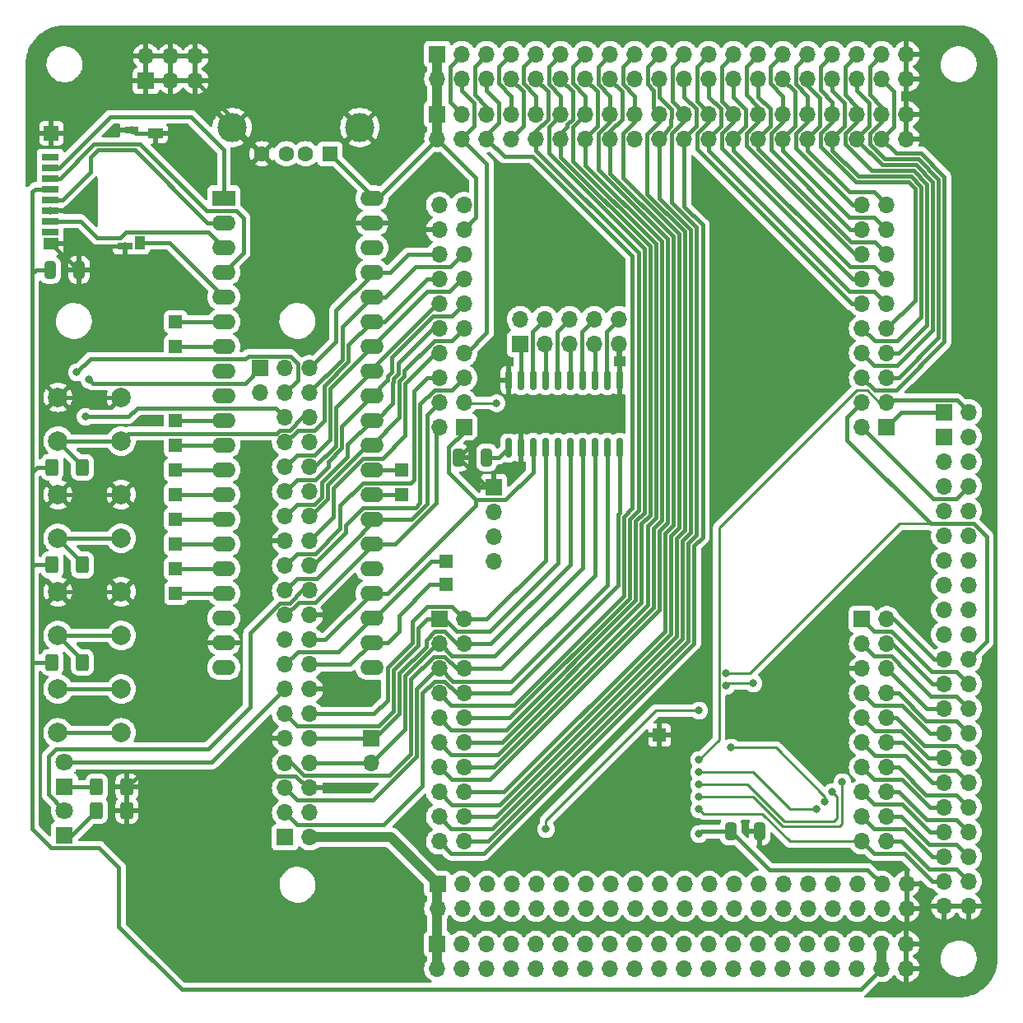
<source format=gbr>
%TF.GenerationSoftware,KiCad,Pcbnew,7.0.7-7.0.7~ubuntu20.04.1*%
%TF.CreationDate,2023-09-08T15:38:02+02:00*%
%TF.ProjectId,cpld_board_max2,63706c64-5f62-46f6-9172-645f6d617832,rev?*%
%TF.SameCoordinates,Original*%
%TF.FileFunction,Copper,L2,Bot*%
%TF.FilePolarity,Positive*%
%FSLAX46Y46*%
G04 Gerber Fmt 4.6, Leading zero omitted, Abs format (unit mm)*
G04 Created by KiCad (PCBNEW 7.0.7-7.0.7~ubuntu20.04.1) date 2023-09-08 15:38:02*
%MOMM*%
%LPD*%
G01*
G04 APERTURE LIST*
G04 Aperture macros list*
%AMRoundRect*
0 Rectangle with rounded corners*
0 $1 Rounding radius*
0 $2 $3 $4 $5 $6 $7 $8 $9 X,Y pos of 4 corners*
0 Add a 4 corners polygon primitive as box body*
4,1,4,$2,$3,$4,$5,$6,$7,$8,$9,$2,$3,0*
0 Add four circle primitives for the rounded corners*
1,1,$1+$1,$2,$3*
1,1,$1+$1,$4,$5*
1,1,$1+$1,$6,$7*
1,1,$1+$1,$8,$9*
0 Add four rect primitives between the rounded corners*
20,1,$1+$1,$2,$3,$4,$5,0*
20,1,$1+$1,$4,$5,$6,$7,0*
20,1,$1+$1,$6,$7,$8,$9,0*
20,1,$1+$1,$8,$9,$2,$3,0*%
G04 Aperture macros list end*
%TA.AperFunction,ComponentPad*%
%ADD10R,1.700000X1.700000*%
%TD*%
%TA.AperFunction,ComponentPad*%
%ADD11O,1.700000X1.700000*%
%TD*%
%TA.AperFunction,ComponentPad*%
%ADD12R,1.600000X1.500000*%
%TD*%
%TA.AperFunction,ComponentPad*%
%ADD13C,1.600000*%
%TD*%
%TA.AperFunction,ComponentPad*%
%ADD14C,3.000000*%
%TD*%
%TA.AperFunction,ComponentPad*%
%ADD15R,1.350000X1.350000*%
%TD*%
%TA.AperFunction,ComponentPad*%
%ADD16R,2.400000X1.600000*%
%TD*%
%TA.AperFunction,ComponentPad*%
%ADD17O,2.400000X1.600000*%
%TD*%
%TA.AperFunction,ComponentPad*%
%ADD18R,1.800000X1.800000*%
%TD*%
%TA.AperFunction,ComponentPad*%
%ADD19C,1.800000*%
%TD*%
%TA.AperFunction,SMDPad,CuDef*%
%ADD20RoundRect,0.250000X-0.400000X-0.625000X0.400000X-0.625000X0.400000X0.625000X-0.400000X0.625000X0*%
%TD*%
%TA.AperFunction,ComponentPad*%
%ADD21C,2.000000*%
%TD*%
%TA.AperFunction,SMDPad,CuDef*%
%ADD22RoundRect,0.150000X-0.150000X0.837500X-0.150000X-0.837500X0.150000X-0.837500X0.150000X0.837500X0*%
%TD*%
%TA.AperFunction,SMDPad,CuDef*%
%ADD23RoundRect,0.250000X0.325000X0.650000X-0.325000X0.650000X-0.325000X-0.650000X0.325000X-0.650000X0*%
%TD*%
%TA.AperFunction,SMDPad,CuDef*%
%ADD24R,1.750000X0.700000*%
%TD*%
%TA.AperFunction,SMDPad,CuDef*%
%ADD25R,1.000000X1.450000*%
%TD*%
%TA.AperFunction,SMDPad,CuDef*%
%ADD26R,1.550000X1.000000*%
%TD*%
%TA.AperFunction,SMDPad,CuDef*%
%ADD27R,1.500000X0.800000*%
%TD*%
%TA.AperFunction,SMDPad,CuDef*%
%ADD28R,1.500000X1.300000*%
%TD*%
%TA.AperFunction,SMDPad,CuDef*%
%ADD29R,1.500000X1.500000*%
%TD*%
%TA.AperFunction,SMDPad,CuDef*%
%ADD30R,1.400000X0.800000*%
%TD*%
%TA.AperFunction,SMDPad,CuDef*%
%ADD31RoundRect,0.250000X-0.325000X-0.650000X0.325000X-0.650000X0.325000X0.650000X-0.325000X0.650000X0*%
%TD*%
%TA.AperFunction,ViaPad*%
%ADD32C,0.800000*%
%TD*%
%TA.AperFunction,Conductor*%
%ADD33C,0.400000*%
%TD*%
%TA.AperFunction,Conductor*%
%ADD34C,1.000000*%
%TD*%
%TA.AperFunction,Conductor*%
%ADD35C,0.250000*%
%TD*%
G04 APERTURE END LIST*
D10*
%TO.P,J1,1,Pin_1*%
%TO.N,+5V*%
X142360000Y-42957000D03*
D11*
%TO.P,J1,2,Pin_2*%
X142360000Y-45497000D03*
%TO.P,J1,3,Pin_3*%
%TO.N,/PHI1_e*%
X144900000Y-42957000D03*
%TO.P,J1,4,Pin_4*%
%TO.N,/PHI2_e*%
X144900000Y-45497000D03*
%TO.P,J1,5,Pin_5*%
%TO.N,/~{IORD}*%
X147440000Y-42957000D03*
%TO.P,J1,6,Pin_6*%
%TO.N,/R{slash}~{W}_e*%
X147440000Y-45497000D03*
%TO.P,J1,7,Pin_7*%
%TO.N,/~{MRD}*%
X149980000Y-42957000D03*
%TO.P,J1,8,Pin_8*%
%TO.N,/~{MWR}*%
X149980000Y-45497000D03*
%TO.P,J1,9,Pin_9*%
%TO.N,/~{IOWR}*%
X152520000Y-42957000D03*
%TO.P,J1,10,Pin_10*%
%TO.N,/D0*%
X152520000Y-45497000D03*
%TO.P,J1,11,Pin_11*%
%TO.N,/D1*%
X155060000Y-42957000D03*
%TO.P,J1,12,Pin_12*%
%TO.N,/D2*%
X155060000Y-45497000D03*
%TO.P,J1,13,Pin_13*%
%TO.N,/D3*%
X157600000Y-42957000D03*
%TO.P,J1,14,Pin_14*%
%TO.N,/D4*%
X157600000Y-45497000D03*
%TO.P,J1,15,Pin_15*%
%TO.N,/D5*%
X160140000Y-42957000D03*
%TO.P,J1,16,Pin_16*%
%TO.N,/D6*%
X160140000Y-45497000D03*
%TO.P,J1,17,Pin_17*%
%TO.N,/D7*%
X162680000Y-42957000D03*
%TO.P,J1,18,Pin_18*%
%TO.N,/~{RST}*%
X162680000Y-45497000D03*
%TO.P,J1,19,Pin_19*%
%TO.N,/A0*%
X165220000Y-42957000D03*
%TO.P,J1,20,Pin_20*%
%TO.N,/A1*%
X165220000Y-45497000D03*
%TO.P,J1,21,Pin_21*%
%TO.N,/A2*%
X167760000Y-42957000D03*
%TO.P,J1,22,Pin_22*%
%TO.N,/A3*%
X167760000Y-45497000D03*
%TO.P,J1,23,Pin_23*%
%TO.N,/A4*%
X170300000Y-42957000D03*
%TO.P,J1,24,Pin_24*%
%TO.N,/A5*%
X170300000Y-45497000D03*
%TO.P,J1,25,Pin_25*%
%TO.N,/A6*%
X172840000Y-42957000D03*
%TO.P,J1,26,Pin_26*%
%TO.N,/A7*%
X172840000Y-45497000D03*
%TO.P,J1,27,Pin_27*%
%TO.N,/A8*%
X175380000Y-42957000D03*
%TO.P,J1,28,Pin_28*%
%TO.N,/A9*%
X175380000Y-45497000D03*
%TO.P,J1,29,Pin_29*%
%TO.N,/A10*%
X177920000Y-42957000D03*
%TO.P,J1,30,Pin_30*%
%TO.N,/A11*%
X177920000Y-45497000D03*
%TO.P,J1,31,Pin_31*%
%TO.N,/A12*%
X180460000Y-42957000D03*
%TO.P,J1,32,Pin_32*%
%TO.N,/A13*%
X180460000Y-45497000D03*
%TO.P,J1,33,Pin_33*%
%TO.N,/A14*%
X183000000Y-42957000D03*
%TO.P,J1,34,Pin_34*%
%TO.N,/A15*%
X183000000Y-45497000D03*
%TO.P,J1,35,Pin_35*%
%TO.N,/A16*%
X185540000Y-42957000D03*
%TO.P,J1,36,Pin_36*%
%TO.N,/A17*%
X185540000Y-45497000D03*
%TO.P,J1,37,Pin_37*%
%TO.N,/A18*%
X188080000Y-42957000D03*
%TO.P,J1,38,Pin_38*%
%TO.N,/A19*%
X188080000Y-45497000D03*
%TO.P,J1,39,Pin_39*%
%TO.N,GND*%
X190620000Y-42957000D03*
%TO.P,J1,40,Pin_40*%
X190620000Y-45497000D03*
%TD*%
D12*
%TO.P,J8,1,VBUS*%
%TO.N,+5V*%
X131318000Y-53213000D03*
D13*
%TO.P,J8,2,D-*%
%TO.N,/uA11*%
X128818000Y-53213000D03*
%TO.P,J8,3,D+*%
%TO.N,/uA12*%
X126818000Y-53213000D03*
%TO.P,J8,4,GND*%
%TO.N,GND*%
X124318000Y-53213000D03*
D14*
%TO.P,J8,5,Shield*%
X134388000Y-50503000D03*
X121248000Y-50503000D03*
%TD*%
D15*
%TO.P,J17,1,Pin_1*%
%TO.N,/uA9*%
X115443000Y-70485000D03*
%TD*%
%TO.P,J26,1,Pin_1*%
%TO.N,/SDA*%
X115443000Y-93345000D03*
%TD*%
D10*
%TO.P,J13,1,Pin_1*%
%TO.N,/VSYN#*%
X150876000Y-72771000D03*
D11*
%TO.P,J13,2,Pin_2*%
%TO.N,+3V3*%
X150876000Y-70231000D03*
%TO.P,J13,3,Pin_3*%
%TO.N,/HSYN#*%
X153416000Y-72771000D03*
%TO.P,J13,4,Pin_4*%
%TO.N,/BL#*%
X153416000Y-70231000D03*
%TO.P,J13,5,Pin_5*%
%TO.N,/BH#*%
X155956000Y-72771000D03*
%TO.P,J13,6,Pin_6*%
%TO.N,/GL#*%
X155956000Y-70231000D03*
%TO.P,J13,7,Pin_7*%
%TO.N,/GH#*%
X158496000Y-72771000D03*
%TO.P,J13,8,Pin_8*%
%TO.N,/RL#*%
X158496000Y-70231000D03*
%TO.P,J13,9,Pin_9*%
%TO.N,GND*%
X161036000Y-72771000D03*
%TO.P,J13,10,Pin_10*%
%TO.N,/RH#*%
X161036000Y-70231000D03*
%TD*%
D10*
%TO.P,J11,1,Pin_1*%
%TO.N,Net-(J11-Pin_1)*%
X124153169Y-75275648D03*
D11*
%TO.P,J11,2,Pin_2*%
%TO.N,Net-(J11-Pin_2)*%
X124153169Y-77815648D03*
%TD*%
D15*
%TO.P,J18,1,Pin_1*%
%TO.N,/TX*%
X138684000Y-88265000D03*
%TD*%
%TO.P,J23,1,Pin_1*%
%TO.N,/B4*%
X115443000Y-85725000D03*
%TD*%
%TO.P,J16,1,Pin_1*%
%TO.N,/C14*%
X143256000Y-95123000D03*
%TD*%
%TO.P,J29,1,Pin_1*%
%TO.N,GND*%
X165227000Y-113030000D03*
%TD*%
D16*
%TO.P,J6,1,Pin_1*%
%TO.N,/~{CS_SD}*%
X120396000Y-57785000D03*
D17*
%TO.P,J6,2,Pin_2*%
%TO.N,/SCK_SD*%
X120396000Y-60325000D03*
%TO.P,J6,3,Pin_3*%
%TO.N,/MISO_SD*%
X120396000Y-62865000D03*
%TO.P,J6,4,Pin_4*%
%TO.N,/MOSI_SD*%
X120396000Y-65405000D03*
%TO.P,J6,5,Pin_5*%
%TO.N,/DET_SD*%
X120396000Y-67945000D03*
%TO.P,J6,6,Pin_6*%
%TO.N,/uA9*%
X120396000Y-70485000D03*
%TO.P,J6,7,Pin_7*%
%TO.N,/uA10*%
X120396000Y-73025000D03*
%TO.P,J6,8,Pin_8*%
%TO.N,/uA11*%
X120396000Y-75565000D03*
%TO.P,J6,9,Pin_9*%
%TO.N,/uA12*%
X120396000Y-78105000D03*
%TO.P,J6,10,Pin_10*%
%TO.N,/uA15*%
X120396000Y-80645000D03*
%TO.P,J6,11,Pin_11*%
%TO.N,/B3*%
X120396000Y-83185000D03*
%TO.P,J6,12,Pin_12*%
%TO.N,/B4*%
X120396000Y-85725000D03*
%TO.P,J6,13,Pin_13*%
%TO.N,/B5*%
X120396000Y-88265000D03*
%TO.P,J6,14,Pin_14*%
%TO.N,/SCL*%
X120396000Y-90805000D03*
%TO.P,J6,15,Pin_15*%
%TO.N,/SDA*%
X120396000Y-93345000D03*
%TO.P,J6,16,Pin_16*%
%TO.N,/B8*%
X120396000Y-95885000D03*
%TO.P,J6,17,Pin_17*%
%TO.N,/B9*%
X120396000Y-98425000D03*
%TO.P,J6,18,Pin_18*%
%TO.N,/5V*%
X120396000Y-100965000D03*
%TO.P,J6,19,Pin_19*%
%TO.N,GND*%
X120396000Y-103505000D03*
%TO.P,J6,20,Pin_20*%
%TO.N,/3V3*%
X120396000Y-106045000D03*
%TO.P,J6,21,Pin_21*%
%TO.N,/VB*%
X135636000Y-106045000D03*
%TO.P,J6,22,Pin_22*%
%TO.N,/C13*%
X135636000Y-103505000D03*
%TO.P,J6,23,Pin_23*%
%TO.N,/C14*%
X135636000Y-100965000D03*
%TO.P,J6,24,Pin_24*%
%TO.N,/C15*%
X135636000Y-98425000D03*
%TO.P,J6,25,Pin_25*%
%TO.N,/~{STMRST}*%
X135636000Y-95885000D03*
%TO.P,J6,26,Pin_26*%
%TO.N,/75*%
X135636000Y-93345000D03*
%TO.P,J6,27,Pin_27*%
%TO.N,/73*%
X135636000Y-90805000D03*
%TO.P,J6,28,Pin_28*%
%TO.N,/TX*%
X135636000Y-88265000D03*
%TO.P,J6,29,Pin_29*%
%TO.N,/RX*%
X135636000Y-85725000D03*
%TO.P,J6,30,Pin_30*%
%TO.N,/SPEN*%
X135636000Y-83185000D03*
%TO.P,J6,31,Pin_31*%
%TO.N,/SPDAT*%
X135636000Y-80645000D03*
%TO.P,J6,32,Pin_32*%
%TO.N,/Q3*%
X135636000Y-78105000D03*
%TO.P,J6,33,Pin_33*%
%TO.N,/Q10*%
X135636000Y-75565000D03*
%TO.P,J6,34,Pin_34*%
%TO.N,/B0*%
X135636000Y-73025000D03*
%TO.P,J6,35,Pin_35*%
%TO.N,/B1*%
X135636000Y-70485000D03*
%TO.P,J6,36,Pin_36*%
%TO.N,/B2*%
X135636000Y-67945000D03*
%TO.P,J6,37,Pin_37*%
%TO.N,/B10*%
X135636000Y-65405000D03*
%TO.P,J6,38,Pin_38*%
%TO.N,/3V3_2*%
X135636000Y-62865000D03*
%TO.P,J6,39,Pin_39*%
%TO.N,GND*%
X135636000Y-60325000D03*
%TO.P,J6,40,Pin_40*%
%TO.N,+5V*%
X135636000Y-57785000D03*
%TD*%
D10*
%TO.P,J9,1,3V3*%
%TO.N,unconnected-(J9-3V3-Pad1)*%
X126698000Y-123534000D03*
D11*
%TO.P,J9,2,5V*%
%TO.N,+5V*%
X129238000Y-123534000D03*
%TO.P,J9,3,SDA/GPIO2*%
%TO.N,/Q0*%
X126698000Y-120994000D03*
%TO.P,J9,4,5V*%
%TO.N,+5V*%
X129238000Y-120994000D03*
%TO.P,J9,5,SCL/GPIO3*%
%TO.N,/GH*%
X126698000Y-118454000D03*
%TO.P,J9,6,GND*%
%TO.N,GND*%
X129238000Y-118454000D03*
%TO.P,J9,7,GCLK0/GPIO4*%
%TO.N,/Q2*%
X126698000Y-115914000D03*
%TO.P,J9,8,GPIO14/TXD*%
%TO.N,/BH*%
X129238000Y-115914000D03*
%TO.P,J9,9,GND*%
%TO.N,GND*%
X126698000Y-113374000D03*
%TO.P,J9,10,GPIO15/RXD*%
%TO.N,/GL*%
X129238000Y-113374000D03*
%TO.P,J9,11,GPIO17*%
%TO.N,/HSYN*%
X126698000Y-110834000D03*
%TO.P,J9,12,GPIO18/PWM0*%
%TO.N,/BL*%
X129238000Y-110834000D03*
%TO.P,J9,13,GPIO27*%
%TO.N,/GP27*%
X126698000Y-108294000D03*
%TO.P,J9,14,GND*%
%TO.N,GND*%
X129238000Y-108294000D03*
%TO.P,J9,15,GPIO22*%
%TO.N,/C14*%
X126698000Y-105754000D03*
%TO.P,J9,16,GPIO23*%
%TO.N,/C13*%
X129238000Y-105754000D03*
%TO.P,J9,17,3V3*%
%TO.N,unconnected-(J9-3V3-Pad17)*%
X126698000Y-103214000D03*
%TO.P,J9,18,GPIO24*%
%TO.N,/C15*%
X129238000Y-103214000D03*
%TO.P,J9,19,MOSI0/GPIO10*%
%TO.N,/75*%
X126698000Y-100674000D03*
%TO.P,J9,20,GND*%
%TO.N,GND*%
X129238000Y-100674000D03*
%TO.P,J9,21,MISO0/GPIO9*%
%TO.N,/73*%
X126698000Y-98134000D03*
%TO.P,J9,22,GPIO25*%
%TO.N,/GP25*%
X129238000Y-98134000D03*
%TO.P,J9,23,SCLK0/GPIO11*%
%TO.N,/Q9*%
X126698000Y-95594000D03*
%TO.P,J9,24,~{CE0}/GPIO8*%
%TO.N,/Q6*%
X129238000Y-95594000D03*
%TO.P,J9,25,GND*%
%TO.N,GND*%
X126698000Y-93054000D03*
%TO.P,J9,26,~{CE1}/GPIO7*%
%TO.N,/Q5*%
X129238000Y-93054000D03*
%TO.P,J9,27,ID_SD/GPIO0*%
%TO.N,/SPDAT*%
X126698000Y-90514000D03*
%TO.P,J9,28,ID_SC/GPIO1*%
%TO.N,/SPEN*%
X129238000Y-90514000D03*
%TO.P,J9,29,GCLK1/GPIO5*%
%TO.N,/Q3*%
X126698000Y-87974000D03*
%TO.P,J9,30,GND*%
%TO.N,GND*%
X129238000Y-87974000D03*
%TO.P,J9,31,GCLK2/GPIO6*%
%TO.N,/B0*%
X126698000Y-85434000D03*
%TO.P,J9,32,PWM0/GPIO12*%
%TO.N,/Q10*%
X129238000Y-85434000D03*
%TO.P,J9,33,PWM1/GPIO13*%
%TO.N,/B1*%
X126698000Y-82894000D03*
%TO.P,J9,34,GND*%
%TO.N,GND*%
X129238000Y-82894000D03*
%TO.P,J9,35,GPIO19/MISO1*%
%TO.N,/GP19*%
X126698000Y-80354000D03*
%TO.P,J9,36,GPIO16*%
%TO.N,/GP16*%
X129238000Y-80354000D03*
%TO.P,J9,37,GPIO26*%
%TO.N,/GP26*%
X126698000Y-77814000D03*
%TO.P,J9,38,GPIO20/MOSI1*%
%TO.N,/B2*%
X129238000Y-77814000D03*
%TO.P,J9,39,GND*%
%TO.N,GND*%
X126698000Y-75274000D03*
%TO.P,J9,40,GPIO21/SCLK1*%
%TO.N,/B10*%
X129238000Y-75274000D03*
%TD*%
D15*
%TO.P,J28,1,Pin_1*%
%TO.N,/B9*%
X115444001Y-98425000D03*
%TD*%
%TO.P,J24,1,Pin_1*%
%TO.N,/B5*%
X115443000Y-88265000D03*
%TD*%
D10*
%TO.P,J2,1,Pin_1*%
%TO.N,+5V*%
X142360000Y-134503000D03*
D11*
%TO.P,J2,2,Pin_2*%
X142360000Y-137043000D03*
%TO.P,J2,3,Pin_3*%
%TO.N,/TX2*%
X144900000Y-134503000D03*
%TO.P,J2,4,Pin_4*%
%TO.N,/RX2*%
X144900000Y-137043000D03*
%TO.P,J2,5,Pin_5*%
%TO.N,/TX3*%
X147440000Y-134503000D03*
%TO.P,J2,6,Pin_6*%
%TO.N,/RX3*%
X147440000Y-137043000D03*
%TO.P,J2,7,Pin_7*%
%TO.N,/RES0*%
X149980000Y-134503000D03*
%TO.P,J2,8,Pin_8*%
%TO.N,/TX_3V*%
X149980000Y-137043000D03*
%TO.P,J2,9,Pin_9*%
%TO.N,/RES1*%
X152520000Y-134503000D03*
%TO.P,J2,10,Pin_10*%
%TO.N,/RX_3V*%
X152520000Y-137043000D03*
%TO.P,J2,11,Pin_11*%
%TO.N,/PH0*%
X155060000Y-134503000D03*
%TO.P,J2,12,Pin_12*%
%TO.N,/~{PH0}*%
X155060000Y-137043000D03*
%TO.P,J2,13,Pin_13*%
%TO.N,/CLKS*%
X157600000Y-134503000D03*
%TO.P,J2,14,Pin_14*%
%TO.N,/CLKF*%
X157600000Y-137043000D03*
%TO.P,J2,15,Pin_15*%
%TO.N,/~{BUSFREE}*%
X160140000Y-134503000D03*
%TO.P,J2,16,Pin_16*%
%TO.N,/~{RAMWE13}*%
X160140000Y-137043000D03*
%TO.P,J2,17,Pin_17*%
%TO.N,/~{RAMWE12}*%
X162680000Y-134503000D03*
%TO.P,J2,18,Pin_18*%
%TO.N,/~{RAMWE11}*%
X162680000Y-137043000D03*
%TO.P,J2,19,Pin_19*%
%TO.N,/~{RAMWE10}*%
X165220000Y-134503000D03*
%TO.P,J2,20,Pin_20*%
%TO.N,/~{RAMWE9}*%
X165220000Y-137043000D03*
%TO.P,J2,21,Pin_21*%
%TO.N,/~{RAMWE8}*%
X167760000Y-134503000D03*
%TO.P,J2,22,Pin_22*%
%TO.N,/~{RAMWE7}*%
X167760000Y-137043000D03*
%TO.P,J2,23,Pin_23*%
%TO.N,/~{RAMWE6}*%
X170300000Y-134503000D03*
%TO.P,J2,24,Pin_24*%
%TO.N,/~{RAMWE5}*%
X170300000Y-137043000D03*
%TO.P,J2,25,Pin_25*%
%TO.N,/~{RAMWE4}*%
X172840000Y-134503000D03*
%TO.P,J2,26,Pin_26*%
%TO.N,/~{RAMWE3}*%
X172840000Y-137043000D03*
%TO.P,J2,27,Pin_27*%
%TO.N,/~{RAMWE2}*%
X175380000Y-134503000D03*
%TO.P,J2,28,Pin_28*%
%TO.N,/~{RAMWE1}*%
X175380000Y-137043000D03*
%TO.P,J2,29,Pin_29*%
%TO.N,/~{RAMWE0}*%
X177920000Y-134503000D03*
%TO.P,J2,30,Pin_30*%
%TO.N,/MOSI*%
X177920000Y-137043000D03*
%TO.P,J2,31,Pin_31*%
%TO.N,/SCK*%
X180460000Y-134503000D03*
%TO.P,J2,32,Pin_32*%
%TO.N,/TDRTN*%
X180460000Y-137043000D03*
%TO.P,J2,33,Pin_33*%
%TO.N,/TMS*%
X183000000Y-134503000D03*
%TO.P,J2,34,Pin_34*%
%TO.N,/TDO*%
X183000000Y-137043000D03*
%TO.P,J2,35,Pin_35*%
%TO.N,/TCK*%
X185540000Y-134503000D03*
%TO.P,J2,36,Pin_36*%
%TO.N,/TDI*%
X185540000Y-137043000D03*
%TO.P,J2,37,Pin_37*%
%TO.N,+3V3*%
X188080000Y-134503000D03*
%TO.P,J2,38,Pin_38*%
X188080000Y-137043000D03*
%TO.P,J2,39,Pin_39*%
%TO.N,GND*%
X190620000Y-134503000D03*
%TO.P,J2,40,Pin_40*%
X190620000Y-137043000D03*
%TD*%
D10*
%TO.P,J5,1,Pin_1*%
%TO.N,unconnected-(J5-Pin_1-Pad1)*%
X194503000Y-82360000D03*
D11*
%TO.P,J5,2,Pin_2*%
%TO.N,unconnected-(J5-Pin_2-Pad2)*%
X197043000Y-82360000D03*
%TO.P,J5,3,Pin_3*%
%TO.N,unconnected-(J5-Pin_3-Pad3)*%
X194503000Y-84900000D03*
%TO.P,J5,4,Pin_4*%
%TO.N,unconnected-(J5-Pin_4-Pad4)*%
X197043000Y-84900000D03*
%TO.P,J5,5,Pin_5*%
%TO.N,unconnected-(J5-Pin_5-Pad5)*%
X194503000Y-87440000D03*
%TO.P,J5,6,Pin_6*%
%TO.N,/R{slash}~{W}_s*%
X197043000Y-87440000D03*
%TO.P,J5,7,Pin_7*%
%TO.N,unconnected-(J5-Pin_7-Pad7)*%
X194503000Y-89980000D03*
%TO.P,J5,8,Pin_8*%
%TO.N,unconnected-(J5-Pin_8-Pad8)*%
X197043000Y-89980000D03*
%TO.P,J5,9,Pin_9*%
%TO.N,unconnected-(J5-Pin_9-Pad9)*%
X194503000Y-92520000D03*
%TO.P,J5,10,Pin_10*%
%TO.N,unconnected-(J5-Pin_10-Pad10)*%
X197043000Y-92520000D03*
%TO.P,J5,11,Pin_11*%
%TO.N,unconnected-(J5-Pin_11-Pad11)*%
X194503000Y-95060000D03*
%TO.P,J5,12,Pin_12*%
%TO.N,unconnected-(J5-Pin_12-Pad12)*%
X197043000Y-95060000D03*
%TO.P,J5,13,Pin_13*%
%TO.N,unconnected-(J5-Pin_13-Pad13)*%
X194503000Y-97600000D03*
%TO.P,J5,14,Pin_14*%
%TO.N,unconnected-(J5-Pin_14-Pad14)*%
X197043000Y-97600000D03*
%TO.P,J5,15,Pin_15*%
%TO.N,unconnected-(J5-Pin_15-Pad15)*%
X194503000Y-100140000D03*
%TO.P,J5,16,Pin_16*%
%TO.N,unconnected-(J5-Pin_16-Pad16)*%
X197043000Y-100140000D03*
%TO.P,J5,17,Pin_17*%
%TO.N,unconnected-(J5-Pin_17-Pad17)*%
X194503000Y-102680000D03*
%TO.P,J5,18,Pin_18*%
%TO.N,unconnected-(J5-Pin_18-Pad18)*%
X197043000Y-102680000D03*
%TO.P,J5,19,Pin_19*%
%TO.N,/A0s*%
X194503000Y-105220000D03*
%TO.P,J5,20,Pin_20*%
%TO.N,/A1s*%
X197043000Y-105220000D03*
%TO.P,J5,21,Pin_21*%
%TO.N,/A2s*%
X194503000Y-107760000D03*
%TO.P,J5,22,Pin_22*%
%TO.N,/A3s*%
X197043000Y-107760000D03*
%TO.P,J5,23,Pin_23*%
%TO.N,/A4s*%
X194503000Y-110300000D03*
%TO.P,J5,24,Pin_24*%
%TO.N,/A5s*%
X197043000Y-110300000D03*
%TO.P,J5,25,Pin_25*%
%TO.N,/A6s*%
X194503000Y-112840000D03*
%TO.P,J5,26,Pin_26*%
%TO.N,/A7s*%
X197043000Y-112840000D03*
%TO.P,J5,27,Pin_27*%
%TO.N,/A8s*%
X194503000Y-115380000D03*
%TO.P,J5,28,Pin_28*%
%TO.N,/A9s*%
X197043000Y-115380000D03*
%TO.P,J5,29,Pin_29*%
%TO.N,/A10s*%
X194503000Y-117920000D03*
%TO.P,J5,30,Pin_30*%
%TO.N,/A11s*%
X197043000Y-117920000D03*
%TO.P,J5,31,Pin_31*%
%TO.N,/A12s*%
X194503000Y-120460000D03*
%TO.P,J5,32,Pin_32*%
%TO.N,/A13s*%
X197043000Y-120460000D03*
%TO.P,J5,33,Pin_33*%
%TO.N,/A14s*%
X194503000Y-123000000D03*
%TO.P,J5,34,Pin_34*%
%TO.N,/A15s*%
X197043000Y-123000000D03*
%TO.P,J5,35,Pin_35*%
%TO.N,/A16s*%
X194503000Y-125540000D03*
%TO.P,J5,36,Pin_36*%
%TO.N,/A17s*%
X197043000Y-125540000D03*
%TO.P,J5,37,Pin_37*%
%TO.N,/A18s*%
X194503000Y-128080000D03*
%TO.P,J5,38,Pin_38*%
%TO.N,/A19s*%
X197043000Y-128080000D03*
%TO.P,J5,39,Pin_39*%
%TO.N,GND*%
X194503000Y-130620000D03*
%TO.P,J5,40,Pin_40*%
X197043000Y-130620000D03*
%TD*%
D15*
%TO.P,J27,1,Pin_1*%
%TO.N,/B8*%
X115443000Y-95885000D03*
%TD*%
%TO.P,J22,1,Pin_1*%
%TO.N,/B3*%
X115443000Y-83213000D03*
%TD*%
D10*
%TO.P,J4,1,Pin_1*%
%TO.N,+5V*%
X142369130Y-128328879D03*
D11*
%TO.P,J4,2,Pin_2*%
X142369130Y-130868879D03*
%TO.P,J4,3,Pin_3*%
%TO.N,/TX2*%
X144909130Y-128328879D03*
%TO.P,J4,4,Pin_4*%
%TO.N,/RX2*%
X144909130Y-130868879D03*
%TO.P,J4,5,Pin_5*%
%TO.N,/TX3*%
X147449130Y-128328879D03*
%TO.P,J4,6,Pin_6*%
%TO.N,/RX3*%
X147449130Y-130868879D03*
%TO.P,J4,7,Pin_7*%
%TO.N,/RES0*%
X149989130Y-128328879D03*
%TO.P,J4,8,Pin_8*%
%TO.N,/TX_3V*%
X149989130Y-130868879D03*
%TO.P,J4,9,Pin_9*%
%TO.N,/RES1*%
X152529130Y-128328879D03*
%TO.P,J4,10,Pin_10*%
%TO.N,/RX_3V*%
X152529130Y-130868879D03*
%TO.P,J4,11,Pin_11*%
%TO.N,/PH0*%
X155069130Y-128328879D03*
%TO.P,J4,12,Pin_12*%
%TO.N,/~{PH0}*%
X155069130Y-130868879D03*
%TO.P,J4,13,Pin_13*%
%TO.N,/CLKS*%
X157609130Y-128328879D03*
%TO.P,J4,14,Pin_14*%
%TO.N,/CLKF*%
X157609130Y-130868879D03*
%TO.P,J4,15,Pin_15*%
%TO.N,/~{BUSFREE}*%
X160149130Y-128328879D03*
%TO.P,J4,16,Pin_16*%
%TO.N,/~{RAMWE13}*%
X160149130Y-130868879D03*
%TO.P,J4,17,Pin_17*%
%TO.N,/~{RAMWE12}*%
X162689130Y-128328879D03*
%TO.P,J4,18,Pin_18*%
%TO.N,/~{RAMWE11}*%
X162689130Y-130868879D03*
%TO.P,J4,19,Pin_19*%
%TO.N,/~{RAMWE10}*%
X165229130Y-128328879D03*
%TO.P,J4,20,Pin_20*%
%TO.N,/~{RAMWE9}*%
X165229130Y-130868879D03*
%TO.P,J4,21,Pin_21*%
%TO.N,/~{RAMWE8}*%
X167769130Y-128328879D03*
%TO.P,J4,22,Pin_22*%
%TO.N,/~{RAMWE7}*%
X167769130Y-130868879D03*
%TO.P,J4,23,Pin_23*%
%TO.N,/~{RAMWE6}*%
X170309130Y-128328879D03*
%TO.P,J4,24,Pin_24*%
%TO.N,/~{RAMWE5}*%
X170309130Y-130868879D03*
%TO.P,J4,25,Pin_25*%
%TO.N,/~{RAMWE4}*%
X172849130Y-128328879D03*
%TO.P,J4,26,Pin_26*%
%TO.N,/~{RAMWE3}*%
X172849130Y-130868879D03*
%TO.P,J4,27,Pin_27*%
%TO.N,/~{RAMWE2}*%
X175389130Y-128328879D03*
%TO.P,J4,28,Pin_28*%
%TO.N,/~{RAMWE1}*%
X175389130Y-130868879D03*
%TO.P,J4,29,Pin_29*%
%TO.N,/~{RAMWE0}*%
X177929130Y-128328879D03*
%TO.P,J4,30,Pin_30*%
%TO.N,/MOSI*%
X177929130Y-130868879D03*
%TO.P,J4,31,Pin_31*%
%TO.N,/SCK*%
X180469130Y-128328879D03*
%TO.P,J4,32,Pin_32*%
%TO.N,/TDRTN*%
X180469130Y-130868879D03*
%TO.P,J4,33,Pin_33*%
%TO.N,/TMS*%
X183009130Y-128328879D03*
%TO.P,J4,34,Pin_34*%
%TO.N,/TDO*%
X183009130Y-130868879D03*
%TO.P,J4,35,Pin_35*%
%TO.N,/TCK*%
X185549130Y-128328879D03*
%TO.P,J4,36,Pin_36*%
%TO.N,/TDI*%
X185549130Y-130868879D03*
%TO.P,J4,37,Pin_37*%
%TO.N,+3V3*%
X188089130Y-128328879D03*
%TO.P,J4,38,Pin_38*%
X188089130Y-130868879D03*
%TO.P,J4,39,Pin_39*%
%TO.N,GND*%
X190629130Y-128328879D03*
%TO.P,J4,40,Pin_40*%
X190629130Y-130868879D03*
%TD*%
D18*
%TO.P,D2,1,K*%
%TO.N,Net-(D2-K)*%
X104013000Y-118369000D03*
D19*
%TO.P,D2,2,A*%
%TO.N,/GP27*%
X104013000Y-115829000D03*
%TD*%
D10*
%TO.P,J12,1,Pin_1*%
%TO.N,/GL*%
X135534400Y-113334800D03*
D11*
%TO.P,J12,2,Pin_2*%
%TO.N,/BH*%
X135534400Y-115874800D03*
%TD*%
D15*
%TO.P,J19,1,Pin_1*%
%TO.N,/uA10*%
X115443000Y-73025000D03*
%TD*%
%TO.P,J14,1,Pin_1*%
%TO.N,/C13*%
X143256000Y-97536000D03*
%TD*%
D10*
%TO.P,J15,1,Pin_1*%
%TO.N,/OUT{slash}~{IN}*%
X194505197Y-79819841D03*
D11*
%TO.P,J15,2,Pin_2*%
%TO.N,/~{CS_ext}*%
X197045197Y-79819841D03*
%TD*%
%TO.P,U1,1,IO2_1*%
%TO.N,/A18s*%
X186055000Y-123952000D03*
%TO.P,U1,2,IO1_2*%
%TO.N,/A19s*%
X188595000Y-123952000D03*
%TO.P,U1,3,IO1_3*%
%TO.N,/A16s*%
X186055000Y-121412000D03*
%TO.P,U1,4,IO1_4*%
%TO.N,/A17s*%
X188595000Y-121412000D03*
%TO.P,U1,5,IO1_5*%
%TO.N,/A14s*%
X186055000Y-118872000D03*
%TO.P,U1,6,IO1_6*%
%TO.N,/A15s*%
X188595000Y-118872000D03*
%TO.P,U1,7,IO1_7*%
%TO.N,/A12s*%
X186055000Y-116332000D03*
%TO.P,U1,8,IO1_8*%
%TO.N,/A13s*%
X188595000Y-116332000D03*
%TO.P,U1,9,3V3*%
%TO.N,unconnected-(U1-3V3-Pad9)*%
X145095000Y-58482000D03*
%TO.P,U1,10,GND*%
%TO.N,GND*%
X186055000Y-106172000D03*
D10*
%TO.P,U1,11,GND*%
X148167211Y-87490101D03*
D11*
%TO.P,U1,14,IO1_14/GCLK1*%
%TO.N,Net-(JP1-C)*%
X148167211Y-95110101D03*
%TO.P,U1,15,IO1_15*%
%TO.N,/A10s*%
X186055000Y-113792000D03*
%TO.P,U1,16,IO1_16*%
%TO.N,/A11s*%
X188595000Y-113792000D03*
%TO.P,U1,17,IO1_17*%
%TO.N,/A8s*%
X186055000Y-111252000D03*
%TO.P,U1,18,IO1_18*%
%TO.N,/A9s*%
X188595000Y-111252000D03*
%TO.P,U1,19,IO1_19*%
%TO.N,/A6s*%
X186055000Y-108712000D03*
%TO.P,U1,20,IO1_20*%
%TO.N,/A7s*%
X188595000Y-108712000D03*
%TO.P,U1,21,IO1_21*%
%TO.N,/A4s*%
X188595000Y-106172000D03*
%TO.P,U1,26,IO1_26*%
%TO.N,/A5s*%
X186055000Y-103632000D03*
%TO.P,U1,27,IO1_27*%
%TO.N,/A2s*%
X188595000Y-103632000D03*
D10*
%TO.P,U1,28,IO1_28*%
%TO.N,/A3s*%
X186055000Y-101092000D03*
D11*
%TO.P,U1,29,IO1_29*%
%TO.N,/A0s*%
X188595000Y-101092000D03*
D10*
%TO.P,U1,30,IO1_30*%
%TO.N,/OUT{slash}~{IN}*%
X188595000Y-81342000D03*
D11*
%TO.P,U1,33,IO1_33*%
%TO.N,/R{slash}~{W}_s*%
X186055000Y-81342000D03*
%TO.P,U1,34,IO1_34*%
%TO.N,/~{CS_ext}*%
X188595000Y-78802000D03*
%TO.P,U1,35,IO1_35*%
%TO.N,/A1s*%
X186055000Y-78802000D03*
%TO.P,U1,36,IO1_36*%
%TO.N,/A18*%
X188595000Y-76262000D03*
%TO.P,U1,37,IO1_37*%
%TO.N,/A19*%
X186055000Y-76262000D03*
%TO.P,U1,38,IO1_38*%
%TO.N,/A16*%
X188595000Y-73722000D03*
%TO.P,U1,39,IO1_39*%
%TO.N,/A17*%
X186055000Y-73722000D03*
%TO.P,U1,40,IO1_40*%
%TO.N,/A14*%
X188595000Y-71182000D03*
%TO.P,U1,41,IO1_41*%
%TO.N,/A15*%
X186055000Y-71182000D03*
%TO.P,U1,42,IO1_42*%
%TO.N,/A5*%
X188595000Y-68642000D03*
%TO.P,U1,43,IO1_43/DEV_OE*%
%TO.N,/A4*%
X186055000Y-68642000D03*
%TO.P,U1,44,IO1_44/DEV_CLRn*%
%TO.N,/A7*%
X188595000Y-66102000D03*
%TO.P,U1,47,IO1_47*%
%TO.N,/A6*%
X186055000Y-66102000D03*
%TO.P,U1,48,IO1_48*%
%TO.N,/A9*%
X188595000Y-63562000D03*
%TO.P,U1,49,IO1_49*%
%TO.N,/A8*%
X186055000Y-63562000D03*
%TO.P,U1,50,IO1_50*%
%TO.N,/A11*%
X188595000Y-61022000D03*
%TO.P,U1,51,IO1_51*%
%TO.N,/A10*%
X186055000Y-61022000D03*
%TO.P,U1,52,IO2_52*%
%TO.N,/A13*%
X188595000Y-58482000D03*
%TO.P,U1,53,IO2_53*%
%TO.N,/A12*%
X186055000Y-58482000D03*
%TO.P,U1,54,IO2_54*%
%TO.N,/~{RST}*%
X142555000Y-58482000D03*
%TO.P,U1,55,IO2_55*%
%TO.N,/B10*%
X142555000Y-63562000D03*
%TO.P,U1,56,IO2_56*%
%TO.N,/B2*%
X145095000Y-63562000D03*
%TO.P,U1,57,IO2_57*%
%TO.N,/B1*%
X142555000Y-66102000D03*
%TO.P,U1,58,IO2_58*%
%TO.N,/B0*%
X145095000Y-66102000D03*
%TO.P,U1,61,IO2_61*%
%TO.N,/Q10*%
X142555000Y-68642000D03*
%TO.P,U1,62,IO2_62/GCLK2*%
%TO.N,/CLKF*%
X148167211Y-92570101D03*
%TO.P,U1,64,IO2_64/GCLK3*%
%TO.N,/PH0*%
X148167211Y-90030101D03*
%TO.P,U1,65,GND*%
%TO.N,GND*%
X142555000Y-61022000D03*
%TO.P,U1,66,IO2_66*%
%TO.N,/Q3*%
X145095000Y-68642000D03*
%TO.P,U1,67,IO2_67*%
%TO.N,/SPDAT*%
X142555000Y-71182000D03*
%TO.P,U1,68,IO2_68*%
%TO.N,/SPEN*%
X145095000Y-71182000D03*
%TO.P,U1,69,IO2_69*%
%TO.N,/Q5*%
X142555000Y-73722000D03*
%TO.P,U1,70,IO2_70*%
%TO.N,/PHI2_e*%
X145095000Y-73722000D03*
%TO.P,U1,71,IO2_71*%
%TO.N,/Q9*%
X142555000Y-76262000D03*
%TO.P,U1,72,IO2_72*%
%TO.N,/Q6*%
X145095000Y-76262000D03*
%TO.P,U1,73,IO2_73*%
%TO.N,/73*%
X142555000Y-78802000D03*
%TO.P,U1,74,IO2_74*%
%TO.N,/74*%
X145095000Y-78802000D03*
%TO.P,U1,75,IO2_75*%
%TO.N,/75*%
X142555000Y-81342000D03*
D10*
%TO.P,U1,76,IO2_76*%
%TO.N,/C15*%
X145095000Y-81342000D03*
%TO.P,U1,77,IO2_77*%
%TO.N,/HSYN*%
X142555000Y-101092000D03*
D11*
%TO.P,U1,78,IO2_78*%
%TO.N,/BL*%
X145095000Y-101092000D03*
%TO.P,U1,81,IO2_81*%
%TO.N,/BH*%
X142555000Y-103632000D03*
%TO.P,U1,82,IO2_82*%
%TO.N,/GL*%
X145095000Y-103632000D03*
%TO.P,U1,83,IO2_83*%
%TO.N,/GH*%
X142555000Y-106172000D03*
%TO.P,U1,84,IO2_84*%
%TO.N,/Q2*%
X145095000Y-106172000D03*
%TO.P,U1,85,IO2_85*%
%TO.N,/R{slash}~{W}_e*%
X142555000Y-108712000D03*
%TO.P,U1,86,IO2_86*%
%TO.N,/Q0*%
X145095000Y-108712000D03*
%TO.P,U1,87,IO2_87*%
%TO.N,/D1*%
X142555000Y-111252000D03*
%TO.P,U1,88,IO2_88*%
%TO.N,/D0*%
X145095000Y-111252000D03*
%TO.P,U1,89,IO2_89*%
%TO.N,/D3*%
X142555000Y-113792000D03*
%TO.P,U1,90,IO2_90*%
%TO.N,/D2*%
X145095000Y-113792000D03*
%TO.P,U1,91,IO2_91*%
%TO.N,/D5*%
X142555000Y-116332000D03*
%TO.P,U1,92,IO2_92*%
%TO.N,/D4*%
X145095000Y-116332000D03*
%TO.P,U1,95,IO2_95*%
%TO.N,/D7*%
X142555000Y-118872000D03*
%TO.P,U1,96,IO2_96*%
%TO.N,/D6*%
X145095000Y-118872000D03*
%TO.P,U1,97,IO2_97*%
%TO.N,/A1*%
X142555000Y-121412000D03*
%TO.P,U1,98,IO2_98*%
%TO.N,/A0*%
X145095000Y-121412000D03*
%TO.P,U1,99,IO2_99*%
%TO.N,/A3*%
X142555000Y-123952000D03*
%TO.P,U1,100,IO2_100*%
%TO.N,/A2*%
X145095000Y-123952000D03*
%TO.P,U1,101,5V*%
%TO.N,+5V*%
X145095000Y-61022000D03*
%TD*%
D18*
%TO.P,D1,1,K*%
%TO.N,Net-(D1-K)*%
X104013000Y-123317000D03*
D19*
%TO.P,D1,2,A*%
%TO.N,/GP25*%
X104013000Y-120777000D03*
%TD*%
D10*
%TO.P,J10,1,Pin_1*%
%TO.N,GND*%
X112395000Y-45720000D03*
D11*
%TO.P,J10,2,Pin_2*%
X112395000Y-43180000D03*
%TO.P,J10,3,Pin_3*%
X114935000Y-45720000D03*
%TO.P,J10,4,Pin_4*%
X114935000Y-43180000D03*
%TO.P,J10,5,Pin_5*%
X117475000Y-45720000D03*
%TO.P,J10,6,Pin_6*%
X117475000Y-43180000D03*
%TD*%
D15*
%TO.P,J25,1,Pin_1*%
%TO.N,/SCL*%
X115443000Y-90805000D03*
%TD*%
%TO.P,J20,1,Pin_1*%
%TO.N,/uA15*%
X115443000Y-80645000D03*
%TD*%
D10*
%TO.P,J3,1,Pin_1*%
%TO.N,+5V*%
X142360397Y-49123807D03*
D11*
%TO.P,J3,2,Pin_2*%
X142360397Y-51663807D03*
%TO.P,J3,3,Pin_3*%
%TO.N,/PHI1_e*%
X144900397Y-49123807D03*
%TO.P,J3,4,Pin_4*%
%TO.N,/PHI2_e*%
X144900397Y-51663807D03*
%TO.P,J3,5,Pin_5*%
%TO.N,/~{IORD}*%
X147440397Y-49123807D03*
%TO.P,J3,6,Pin_6*%
%TO.N,/R{slash}~{W}_e*%
X147440397Y-51663807D03*
%TO.P,J3,7,Pin_7*%
%TO.N,/~{MRD}*%
X149980397Y-49123807D03*
%TO.P,J3,8,Pin_8*%
%TO.N,/~{MWR}*%
X149980397Y-51663807D03*
%TO.P,J3,9,Pin_9*%
%TO.N,/~{IOWR}*%
X152520397Y-49123807D03*
%TO.P,J3,10,Pin_10*%
%TO.N,/D0*%
X152520397Y-51663807D03*
%TO.P,J3,11,Pin_11*%
%TO.N,/D1*%
X155060397Y-49123807D03*
%TO.P,J3,12,Pin_12*%
%TO.N,/D2*%
X155060397Y-51663807D03*
%TO.P,J3,13,Pin_13*%
%TO.N,/D3*%
X157600397Y-49123807D03*
%TO.P,J3,14,Pin_14*%
%TO.N,/D4*%
X157600397Y-51663807D03*
%TO.P,J3,15,Pin_15*%
%TO.N,/D5*%
X160140397Y-49123807D03*
%TO.P,J3,16,Pin_16*%
%TO.N,/D6*%
X160140397Y-51663807D03*
%TO.P,J3,17,Pin_17*%
%TO.N,/D7*%
X162680397Y-49123807D03*
%TO.P,J3,18,Pin_18*%
%TO.N,/~{RST}*%
X162680397Y-51663807D03*
%TO.P,J3,19,Pin_19*%
%TO.N,/A0*%
X165220397Y-49123807D03*
%TO.P,J3,20,Pin_20*%
%TO.N,/A1*%
X165220397Y-51663807D03*
%TO.P,J3,21,Pin_21*%
%TO.N,/A2*%
X167760397Y-49123807D03*
%TO.P,J3,22,Pin_22*%
%TO.N,/A3*%
X167760397Y-51663807D03*
%TO.P,J3,23,Pin_23*%
%TO.N,/A4*%
X170300397Y-49123807D03*
%TO.P,J3,24,Pin_24*%
%TO.N,/A5*%
X170300397Y-51663807D03*
%TO.P,J3,25,Pin_25*%
%TO.N,/A6*%
X172840397Y-49123807D03*
%TO.P,J3,26,Pin_26*%
%TO.N,/A7*%
X172840397Y-51663807D03*
%TO.P,J3,27,Pin_27*%
%TO.N,/A8*%
X175380397Y-49123807D03*
%TO.P,J3,28,Pin_28*%
%TO.N,/A9*%
X175380397Y-51663807D03*
%TO.P,J3,29,Pin_29*%
%TO.N,/A10*%
X177920397Y-49123807D03*
%TO.P,J3,30,Pin_30*%
%TO.N,/A11*%
X177920397Y-51663807D03*
%TO.P,J3,31,Pin_31*%
%TO.N,/A12*%
X180460397Y-49123807D03*
%TO.P,J3,32,Pin_32*%
%TO.N,/A13*%
X180460397Y-51663807D03*
%TO.P,J3,33,Pin_33*%
%TO.N,/A14*%
X183000397Y-49123807D03*
%TO.P,J3,34,Pin_34*%
%TO.N,/A15*%
X183000397Y-51663807D03*
%TO.P,J3,35,Pin_35*%
%TO.N,/A16*%
X185540397Y-49123807D03*
%TO.P,J3,36,Pin_36*%
%TO.N,/A17*%
X185540397Y-51663807D03*
%TO.P,J3,37,Pin_37*%
%TO.N,/A18*%
X188080397Y-49123807D03*
%TO.P,J3,38,Pin_38*%
%TO.N,/A19*%
X188080397Y-51663807D03*
%TO.P,J3,39,Pin_39*%
%TO.N,GND*%
X190620397Y-49123807D03*
%TO.P,J3,40,Pin_40*%
X190620397Y-51663807D03*
%TD*%
D15*
%TO.P,J21,1,Pin_1*%
%TO.N,/RX*%
X138684000Y-85725000D03*
%TD*%
D20*
%TO.P,R1,1*%
%TO.N,+3V3*%
X102743000Y-85471000D03*
%TO.P,R1,2*%
%TO.N,/GP16*%
X105843000Y-85471000D03*
%TD*%
D21*
%TO.P,SW2,1,1*%
%TO.N,GND*%
X109836000Y-88263000D03*
X103336000Y-88263000D03*
%TO.P,SW2,2,2*%
%TO.N,/GP26*%
X109836000Y-92763000D03*
X103336000Y-92763000D03*
%TD*%
D22*
%TO.P,U2,1,A->B*%
%TO.N,GND*%
X149667000Y-76514000D03*
%TO.P,U2,2,A0*%
%TO.N,/VSYN#*%
X150937000Y-76514000D03*
%TO.P,U2,3,A1*%
%TO.N,/BL#*%
X152207000Y-76514000D03*
%TO.P,U2,4,A2*%
%TO.N,/HSYN#*%
X153477000Y-76514000D03*
%TO.P,U2,5,A3*%
%TO.N,/GL#*%
X154747000Y-76514000D03*
%TO.P,U2,6,A4*%
%TO.N,/BH#*%
X156017000Y-76514000D03*
%TO.P,U2,7,A5*%
%TO.N,/RL#*%
X157287000Y-76514000D03*
%TO.P,U2,8,A6*%
%TO.N,/GH#*%
X158557000Y-76514000D03*
%TO.P,U2,9,A7*%
%TO.N,/RH#*%
X159827000Y-76514000D03*
%TO.P,U2,10,GND*%
%TO.N,GND*%
X161097000Y-76514000D03*
%TO.P,U2,11,B7*%
%TO.N,/Q0*%
X161097000Y-83439000D03*
%TO.P,U2,12,B6*%
%TO.N,/GH*%
X159827000Y-83439000D03*
%TO.P,U2,13,B5*%
%TO.N,/Q2*%
X158557000Y-83439000D03*
%TO.P,U2,14,B4*%
%TO.N,/BH*%
X157287000Y-83439000D03*
%TO.P,U2,15,B3*%
%TO.N,/GL*%
X156017000Y-83439000D03*
%TO.P,U2,16,B2*%
%TO.N,/HSYN*%
X154747000Y-83439000D03*
%TO.P,U2,17,B1*%
%TO.N,/BL*%
X153477000Y-83439000D03*
%TO.P,U2,18,B0*%
%TO.N,/C15*%
X152207000Y-83439000D03*
%TO.P,U2,19,CE*%
%TO.N,GND*%
X150937000Y-83439000D03*
%TO.P,U2,20,VCC*%
%TO.N,+3V3*%
X149667000Y-83439000D03*
%TD*%
D21*
%TO.P,SW4,1,1*%
%TO.N,Net-(J11-Pin_1)*%
X109836000Y-108263000D03*
X103336000Y-108263000D03*
%TO.P,SW4,2,2*%
%TO.N,Net-(J11-Pin_2)*%
X109836000Y-112763000D03*
X103336000Y-112763000D03*
%TD*%
D20*
%TO.P,R4,1*%
%TO.N,Net-(D1-K)*%
X107315000Y-120777000D03*
%TO.P,R4,2*%
%TO.N,GND*%
X110415000Y-120777000D03*
%TD*%
D23*
%TO.P,C2,1*%
%TO.N,+3V3*%
X147447000Y-84455000D03*
%TO.P,C2,2*%
%TO.N,GND*%
X144497000Y-84455000D03*
%TD*%
D24*
%TO.P,J7,1,DAT2*%
%TO.N,unconnected-(J7-DAT2-Pad1)*%
X102535000Y-53532000D03*
%TO.P,J7,2,DAT3/CD*%
%TO.N,/~{CS_SD}*%
X102535000Y-54632000D03*
%TO.P,J7,3,CMD*%
%TO.N,/MOSI_SD*%
X102535000Y-55732000D03*
%TO.P,J7,4,VDD*%
%TO.N,+3V3*%
X102535000Y-56832000D03*
%TO.P,J7,5,CLK*%
%TO.N,/SCK_SD*%
X102535000Y-57932000D03*
%TO.P,J7,6,VSS*%
%TO.N,GND*%
X102535000Y-59032000D03*
%TO.P,J7,7,DAT0*%
%TO.N,/MISO_SD*%
X102535000Y-60132000D03*
%TO.P,J7,8,DAT1*%
%TO.N,unconnected-(J7-DAT1-Pad8)*%
X102535000Y-61232000D03*
D25*
%TO.P,J7,9,DET_B*%
%TO.N,/DET_SD*%
X111760000Y-62357000D03*
D26*
%TO.P,J7,10,DET_A*%
%TO.N,GND*%
X113335000Y-51132000D03*
D27*
%TO.P,J7,11,SHIELD*%
X110260000Y-62682000D03*
D28*
X102660000Y-62432000D03*
D29*
X102660000Y-51082000D03*
D30*
X110910000Y-50732000D03*
%TD*%
D21*
%TO.P,SW1,1,1*%
%TO.N,GND*%
X109836000Y-78263000D03*
X103336000Y-78263000D03*
%TO.P,SW1,2,2*%
%TO.N,/GP16*%
X109836000Y-82763000D03*
X103336000Y-82763000D03*
%TD*%
D20*
%TO.P,R2,1*%
%TO.N,+3V3*%
X102743000Y-95504000D03*
%TO.P,R2,2*%
%TO.N,/GP26*%
X105843000Y-95504000D03*
%TD*%
D21*
%TO.P,SW3,1,1*%
%TO.N,GND*%
X109836000Y-98263000D03*
X103336000Y-98263000D03*
%TO.P,SW3,2,2*%
%TO.N,/GP19*%
X109836000Y-102763000D03*
X103336000Y-102763000D03*
%TD*%
D20*
%TO.P,R5,1*%
%TO.N,Net-(D2-K)*%
X107315000Y-118364000D03*
%TO.P,R5,2*%
%TO.N,GND*%
X110415000Y-118364000D03*
%TD*%
D31*
%TO.P,C3,1*%
%TO.N,+3V3*%
X172564000Y-122936000D03*
%TO.P,C3,2*%
%TO.N,GND*%
X175514000Y-122936000D03*
%TD*%
D20*
%TO.P,R3,1*%
%TO.N,+3V3*%
X102743000Y-105537000D03*
%TO.P,R3,2*%
%TO.N,/GP19*%
X105843000Y-105537000D03*
%TD*%
D31*
%TO.P,C1,1*%
%TO.N,+3V3*%
X102538000Y-65151000D03*
%TO.P,C1,2*%
%TO.N,GND*%
X105488000Y-65151000D03*
%TD*%
D32*
%TO.N,GND*%
X102815000Y-51082000D03*
X175514000Y-122936000D03*
X102660000Y-62432000D03*
X110260000Y-62682000D03*
X110910000Y-50732000D03*
X102535000Y-59032000D03*
%TO.N,+3V3*%
X147447000Y-84455000D03*
X169291000Y-123190000D03*
%TO.N,/A0s*%
X172085000Y-107950000D03*
X174879000Y-107696000D03*
%TO.N,/A1s*%
X172085000Y-106680000D03*
%TO.N,/A13s*%
X169291000Y-119380000D03*
X184023000Y-117856000D03*
%TO.N,/A14s*%
X169291000Y-118110000D03*
X183007000Y-118872000D03*
%TO.N,/A15s*%
X182245000Y-119888000D03*
X172593000Y-114300000D03*
%TO.N,/A16s*%
X169291022Y-116840000D03*
X181356000Y-120650000D03*
%TO.N,/A18s*%
X169291000Y-120650000D03*
%TO.N,/~{CS_ext}*%
X169291000Y-115570000D03*
%TO.N,/GP19*%
X106172000Y-80264000D03*
%TO.N,/GP26*%
X105283000Y-75692000D03*
%TO.N,Net-(J11-Pin_1)*%
X106553000Y-76454000D03*
%TO.N,/74*%
X148463000Y-78867000D03*
%TO.N,/RD6*%
X169291000Y-110490000D03*
X153543000Y-122682000D03*
%TD*%
D33*
%TO.N,GND*%
X147164000Y-81788000D02*
X150937000Y-81788000D01*
X150937000Y-81788000D02*
X150937000Y-80518000D01*
X148167211Y-87490101D02*
X147532101Y-87490101D01*
X103336000Y-98263000D02*
X109836000Y-98263000D01*
X129035472Y-118454000D02*
X129238000Y-118454000D01*
X149667000Y-79248000D02*
X149667000Y-76514000D01*
X114935000Y-43180000D02*
X114935000Y-45720000D01*
X161097000Y-79502000D02*
X160081000Y-80518000D01*
X111310000Y-51132000D02*
X110910000Y-50732000D01*
X117475000Y-45720000D02*
X117475000Y-43180000D01*
X110415000Y-118364000D02*
X110415000Y-120777000D01*
X144497000Y-84455000D02*
X147164000Y-81788000D01*
X161097000Y-76514000D02*
X161097000Y-72832000D01*
X112395000Y-43180000D02*
X117475000Y-43180000D01*
X117475000Y-45720000D02*
X121248000Y-49493000D01*
X105379000Y-65151000D02*
X102660000Y-62432000D01*
X150937000Y-80518000D02*
X149667000Y-79248000D01*
X121608000Y-50503000D02*
X121248000Y-50503000D01*
X121248000Y-49493000D02*
X121248000Y-50503000D01*
X161097000Y-76514000D02*
X161097000Y-79502000D01*
X127785472Y-117204000D02*
X129035472Y-118454000D01*
X103336000Y-88263000D02*
X109836000Y-88263000D01*
X111575000Y-117204000D02*
X127785472Y-117204000D01*
X147532101Y-87490101D02*
X144497000Y-84455000D01*
X161097000Y-72832000D02*
X161036000Y-72771000D01*
X110415000Y-118364000D02*
X111575000Y-117204000D01*
X113335000Y-51132000D02*
X111310000Y-51132000D01*
X112395000Y-45720000D02*
X117475000Y-45720000D01*
X150937000Y-83439000D02*
X150937000Y-81788000D01*
X105488000Y-65151000D02*
X105379000Y-65151000D01*
X160081000Y-80518000D02*
X150937000Y-80518000D01*
X103336000Y-78263000D02*
X109836000Y-78263000D01*
X124318000Y-53213000D02*
X121608000Y-50503000D01*
X112395000Y-43180000D02*
X112395000Y-45720000D01*
%TO.N,/D7*%
X162680397Y-47265164D02*
X161430000Y-46014767D01*
X167233000Y-61471304D02*
X167233000Y-91647426D01*
X167233000Y-91647426D02*
X166366000Y-92514426D01*
X166366000Y-102579528D02*
X148783528Y-120162000D01*
X161430397Y-55668701D02*
X167233000Y-61471304D01*
X143845000Y-120162000D02*
X142555000Y-118872000D01*
X161430000Y-46014767D02*
X161430000Y-44207000D01*
X161430397Y-51146040D02*
X161430397Y-55668701D01*
X162680397Y-49123807D02*
X162680397Y-47265164D01*
X162680397Y-49896040D02*
X161430397Y-51146040D01*
X166366000Y-92514426D02*
X166366000Y-102579528D01*
X161430000Y-44207000D02*
X162680000Y-42957000D01*
X148783528Y-120162000D02*
X143845000Y-120162000D01*
X162680397Y-49123807D02*
X162680397Y-49896040D01*
%TO.N,/D6*%
X160140000Y-45573295D02*
X161390397Y-46823692D01*
X165766000Y-92265898D02*
X166633000Y-91398898D01*
X166633000Y-61719832D02*
X160140397Y-55227229D01*
X161390397Y-49641574D02*
X160140397Y-50891574D01*
X166633000Y-91398898D02*
X166633000Y-61719832D01*
X160140397Y-50891574D02*
X160140397Y-51663807D01*
X160140397Y-55227229D02*
X160140397Y-51663807D01*
X161390397Y-46823692D02*
X161390397Y-49641574D01*
X165766000Y-102331000D02*
X165766000Y-92265898D01*
X145095000Y-118872000D02*
X149225000Y-118872000D01*
X149225000Y-118872000D02*
X165766000Y-102331000D01*
%TO.N,/D5*%
X160140397Y-49896040D02*
X158890397Y-51146040D01*
X158890000Y-46014767D02*
X158890000Y-44207000D01*
X158890397Y-51146040D02*
X158890397Y-54825757D01*
X166033000Y-61968360D02*
X166033000Y-91150370D01*
X160140397Y-47265164D02*
X158890000Y-46014767D01*
X160140397Y-49123807D02*
X160140397Y-47265164D01*
X158890000Y-44207000D02*
X160140000Y-42957000D01*
X166033000Y-91150370D02*
X165166000Y-92017370D01*
X158890397Y-54825757D02*
X166033000Y-61968360D01*
X160140397Y-49123807D02*
X160140397Y-49896040D01*
X143825000Y-117602000D02*
X142555000Y-116332000D01*
X147712168Y-117602000D02*
X143825000Y-117602000D01*
X165166000Y-100148168D02*
X147712168Y-117602000D01*
X165166000Y-92017370D02*
X165166000Y-100148168D01*
%TO.N,/D4*%
X157600000Y-45573295D02*
X158850397Y-46823692D01*
X157600397Y-54384285D02*
X165433000Y-62216888D01*
X158850397Y-50337512D02*
X157600397Y-51587512D01*
X164566000Y-91768842D02*
X164566000Y-99899640D01*
X157600397Y-51587512D02*
X157600397Y-51663807D01*
X148133640Y-116332000D02*
X145095000Y-116332000D01*
X164566000Y-99899640D02*
X148133640Y-116332000D01*
X165433000Y-90901842D02*
X164566000Y-91768842D01*
X157600397Y-51663807D02*
X157600397Y-54384285D01*
X158850397Y-46823692D02*
X158850397Y-50337512D01*
X165433000Y-62216888D02*
X165433000Y-90901842D01*
%TO.N,/D3*%
X163966000Y-99651112D02*
X163966000Y-91520314D01*
X157600397Y-49123807D02*
X157600397Y-47265164D01*
X163966000Y-91520314D02*
X164833000Y-90653314D01*
X143805000Y-115042000D02*
X148575112Y-115042000D01*
X148575112Y-115042000D02*
X163966000Y-99651112D01*
X156337000Y-53969416D02*
X156337000Y-50463499D01*
X156337000Y-50463499D02*
X157600397Y-49200102D01*
X157600397Y-47265164D02*
X156310000Y-45974767D01*
X164833000Y-90653314D02*
X164833000Y-62465416D01*
X142555000Y-113792000D02*
X143805000Y-115042000D01*
X157600397Y-49200102D02*
X157600397Y-49123807D01*
X156310000Y-45974767D02*
X156310000Y-44247000D01*
X164833000Y-62465416D02*
X156337000Y-53969416D01*
X156310000Y-44247000D02*
X157600000Y-42957000D01*
%TO.N,/D2*%
X163366000Y-99402584D02*
X148976584Y-113792000D01*
X156310397Y-46823692D02*
X156310397Y-49641574D01*
X155737000Y-50214971D02*
X155737000Y-50424472D01*
X148976584Y-113792000D02*
X145095000Y-113792000D01*
X164233000Y-90404786D02*
X163366000Y-91271786D01*
X155060000Y-45573295D02*
X156310397Y-46823692D01*
X164233000Y-62713944D02*
X164233000Y-90404786D01*
X155060397Y-51101075D02*
X155060397Y-51663807D01*
X155737000Y-50424472D02*
X155060397Y-51101075D01*
X155060397Y-53541341D02*
X164233000Y-62713944D01*
X156310397Y-49641574D02*
X155737000Y-50214971D01*
X163366000Y-91271786D02*
X163366000Y-99402584D01*
X155060397Y-51663807D02*
X155060397Y-53541341D01*
%TO.N,/D1*%
X153810397Y-50450102D02*
X155060397Y-49200102D01*
X162766000Y-99154056D02*
X162766000Y-91023258D01*
X162766000Y-91023258D02*
X163633000Y-90156258D01*
X155060397Y-49200102D02*
X155060397Y-49123807D01*
X153810000Y-46014767D02*
X153810000Y-44207000D01*
X155060397Y-47265164D02*
X153810000Y-46014767D01*
X153810397Y-53139869D02*
X153810397Y-50450102D01*
X163633000Y-62962472D02*
X153810397Y-53139869D01*
X155060397Y-49123807D02*
X155060397Y-47265164D01*
X163633000Y-90156258D02*
X163633000Y-62962472D01*
X142555000Y-111252000D02*
X143805000Y-112502000D01*
X153810000Y-44207000D02*
X155060000Y-42957000D01*
X149418056Y-112502000D02*
X162766000Y-99154056D01*
X143805000Y-112502000D02*
X149418056Y-112502000D01*
%TO.N,/D0*%
X152520397Y-52865888D02*
X163033000Y-63378491D01*
X149819528Y-111252000D02*
X145095000Y-111252000D01*
X162166000Y-90774730D02*
X162166000Y-98905528D01*
X152520397Y-51663807D02*
X152520397Y-52865888D01*
X153770397Y-46823692D02*
X153770397Y-49641574D01*
X162166000Y-98905528D02*
X149819528Y-111252000D01*
X163033000Y-89907730D02*
X162166000Y-90774730D01*
X153770397Y-49641574D02*
X152520397Y-50891574D01*
X152520000Y-45573295D02*
X153770397Y-46823692D01*
X152520397Y-50891574D02*
X152520397Y-51663807D01*
X163033000Y-63378491D02*
X163033000Y-89907730D01*
D34*
%TO.N,+5V*%
X129238000Y-123534000D02*
X137574251Y-123534000D01*
D33*
X146345000Y-55648410D02*
X146345000Y-59772000D01*
X146345000Y-59772000D02*
X145095000Y-61022000D01*
X142360397Y-51663807D02*
X146345000Y-55648410D01*
D34*
X142360000Y-128338009D02*
X142369130Y-128328879D01*
X137574251Y-123534000D02*
X142369130Y-128328879D01*
X142360000Y-42957000D02*
X142360000Y-51663410D01*
D33*
X131318000Y-53213000D02*
X135636000Y-57531000D01*
D34*
X142360000Y-137043000D02*
X142360000Y-128338009D01*
D33*
X135636000Y-57531000D02*
X135636000Y-57785000D01*
X135636000Y-57785000D02*
X136239204Y-57785000D01*
X136239204Y-57785000D02*
X142360397Y-51663807D01*
%TO.N,/A15*%
X185668509Y-55534000D02*
X191077888Y-55534000D01*
X192116000Y-56572112D02*
X192116000Y-70012000D01*
X184250397Y-50337512D02*
X183000397Y-51587512D01*
X187345000Y-72472000D02*
X186055000Y-71182000D01*
X184250397Y-47949478D02*
X184250397Y-50337512D01*
X183000000Y-45497000D02*
X183000000Y-46699081D01*
X183000397Y-51587512D02*
X183000397Y-51663807D01*
X183000000Y-46699081D02*
X184250397Y-47949478D01*
X191077888Y-55534000D02*
X192116000Y-56572112D01*
X183000397Y-51663807D02*
X183000397Y-52865888D01*
X189656000Y-72472000D02*
X187345000Y-72472000D01*
X183000397Y-52865888D02*
X185668509Y-55534000D01*
X192116000Y-70012000D02*
X189656000Y-72472000D01*
%TO.N,/A14*%
X181750000Y-46622000D02*
X183000397Y-47872397D01*
X185419981Y-56134000D02*
X190829360Y-56134000D01*
X181750397Y-51146040D02*
X181750397Y-52464416D01*
X181750397Y-52464416D02*
X185419981Y-56134000D01*
X183000397Y-49896040D02*
X181750397Y-51146040D01*
X183000000Y-42957000D02*
X181750000Y-44207000D01*
X190829360Y-56134000D02*
X191516000Y-56820640D01*
X183000397Y-47872397D02*
X183000397Y-49123807D01*
X183000397Y-49123807D02*
X183000397Y-49896040D01*
X191516000Y-56820640D02*
X191516000Y-68261000D01*
X181750000Y-44207000D02*
X181750000Y-46622000D01*
X191516000Y-68261000D02*
X188595000Y-71182000D01*
%TO.N,/A13*%
X181710397Y-47430925D02*
X181710397Y-50337512D01*
X180460397Y-52865888D02*
X184744509Y-57150000D01*
X180460000Y-46180528D02*
X181710397Y-47430925D01*
X187263000Y-57150000D02*
X188595000Y-58482000D01*
X180460397Y-51663807D02*
X180460397Y-52865888D01*
X184744509Y-57150000D02*
X187263000Y-57150000D01*
X180460000Y-45497000D02*
X180460000Y-46180528D01*
X180460397Y-51587512D02*
X180460397Y-51663807D01*
X181710397Y-50337512D02*
X180460397Y-51587512D01*
%TO.N,/A12*%
X179210397Y-51146040D02*
X179210397Y-52591397D01*
X179210000Y-44207000D02*
X180460000Y-42957000D01*
X179210000Y-46014767D02*
X179210000Y-44207000D01*
X185101000Y-58482000D02*
X186055000Y-58482000D01*
X180460397Y-49896040D02*
X179210397Y-51146040D01*
X180460397Y-47265164D02*
X179210000Y-46014767D01*
X180460397Y-49123807D02*
X180460397Y-47265164D01*
X180460397Y-49123807D02*
X180460397Y-49896040D01*
X179210397Y-52591397D02*
X185101000Y-58482000D01*
%TO.N,/A11*%
X187305000Y-59732000D02*
X188595000Y-61022000D01*
X177920397Y-51587512D02*
X177920397Y-51663807D01*
X177920397Y-51663807D02*
X177920397Y-52865888D01*
X179170397Y-46823692D02*
X179170397Y-50337512D01*
X179170397Y-50337512D02*
X177920397Y-51587512D01*
X177920000Y-45573295D02*
X179170397Y-46823692D01*
X184786509Y-59732000D02*
X187305000Y-59732000D01*
X177920397Y-52865888D02*
X184786509Y-59732000D01*
%TO.N,/A10*%
X176630000Y-44247000D02*
X177920000Y-42957000D01*
X184852919Y-61022000D02*
X186055000Y-61022000D01*
X176630000Y-45974767D02*
X176630000Y-44247000D01*
X177920397Y-49123807D02*
X177920397Y-47265164D01*
X177920397Y-47265164D02*
X176630000Y-45974767D01*
X177920397Y-49896040D02*
X176670397Y-51146040D01*
X176670397Y-51146040D02*
X176670397Y-52839478D01*
X176670397Y-52839478D02*
X184852919Y-61022000D01*
X177920397Y-49123807D02*
X177920397Y-49896040D01*
%TO.N,/A9*%
X176630397Y-48606040D02*
X176630397Y-50337512D01*
X175380397Y-52738869D02*
X184953528Y-62312000D01*
X175380397Y-51663807D02*
X175380397Y-52738869D01*
X175380000Y-45497000D02*
X175380000Y-47355643D01*
X176630397Y-50337512D02*
X175380397Y-51587512D01*
X175380397Y-51587512D02*
X175380397Y-51663807D01*
X175380000Y-47355643D02*
X176630397Y-48606040D01*
X187345000Y-62312000D02*
X188595000Y-63562000D01*
X184953528Y-62312000D02*
X187345000Y-62312000D01*
%TO.N,/A8*%
X174130000Y-47130000D02*
X175380397Y-48380397D01*
X174130000Y-44207000D02*
X174130000Y-47130000D01*
X175380000Y-42957000D02*
X174130000Y-44207000D01*
X175380397Y-49896040D02*
X174130397Y-51146040D01*
X174130397Y-51146040D02*
X174130397Y-52337397D01*
X174130397Y-52337397D02*
X185355000Y-63562000D01*
X175380397Y-49123807D02*
X175380397Y-49896040D01*
X185355000Y-63562000D02*
X186055000Y-63562000D01*
X175380397Y-48380397D02*
X175380397Y-49123807D01*
%TO.N,/A7*%
X184795309Y-64820800D02*
X187313800Y-64820800D01*
X172840000Y-45497000D02*
X172840000Y-47355643D01*
X174117000Y-50310909D02*
X172840397Y-51587512D01*
X174117000Y-48632643D02*
X174117000Y-50310909D01*
X172840397Y-51587512D02*
X172840397Y-51663807D01*
X172840000Y-47355643D02*
X174117000Y-48632643D01*
X187313800Y-64820800D02*
X188595000Y-66102000D01*
X172840397Y-51663807D02*
X172840397Y-52865888D01*
X172840397Y-52865888D02*
X184795309Y-64820800D01*
%TO.N,/A4*%
X170300000Y-42957000D02*
X169050000Y-44207000D01*
X170300397Y-49123807D02*
X170300397Y-49896040D01*
X184974000Y-68642000D02*
X186055000Y-68642000D01*
X169050397Y-51146040D02*
X169050397Y-52718397D01*
X169050000Y-47797115D02*
X170300397Y-49047512D01*
X169050000Y-44207000D02*
X169050000Y-47797115D01*
X170300397Y-49047512D02*
X170300397Y-49123807D01*
X170300397Y-49896040D02*
X169050397Y-51146040D01*
X169050397Y-52718397D02*
X184974000Y-68642000D01*
%TO.N,/A3*%
X167760000Y-47355643D02*
X169010397Y-48606040D01*
X169633000Y-92641538D02*
X168766000Y-93508538D01*
X167760397Y-58604589D02*
X169633000Y-60477192D01*
X169010397Y-48606040D02*
X169010397Y-50337512D01*
X167760000Y-45497000D02*
X167760000Y-47355643D01*
X168766000Y-93508538D02*
X168766000Y-103573640D01*
X143805000Y-125202000D02*
X142555000Y-123952000D01*
X167760397Y-51663807D02*
X167760397Y-58604589D01*
X169633000Y-60477192D02*
X169633000Y-92641538D01*
X147137640Y-125202000D02*
X143805000Y-125202000D01*
X168766000Y-103573640D02*
X147137640Y-125202000D01*
X169010397Y-50337512D02*
X167760397Y-51587512D01*
X167760397Y-51587512D02*
X167760397Y-51663807D01*
%TO.N,/A2*%
X167760397Y-49123807D02*
X167760397Y-49856040D01*
X169033000Y-92393010D02*
X168166000Y-93260010D01*
X166510000Y-44207000D02*
X167760000Y-42957000D01*
X169033000Y-60725720D02*
X169033000Y-92393010D01*
X168166000Y-93260010D02*
X168166000Y-103325112D01*
X167760397Y-49047512D02*
X166510000Y-47797115D01*
X147539112Y-123952000D02*
X145095000Y-123952000D01*
X166493000Y-58185720D02*
X169033000Y-60725720D01*
X167760397Y-49123807D02*
X167760397Y-49047512D01*
X166510000Y-47797115D02*
X166510000Y-44207000D01*
X167760397Y-49856040D02*
X166493000Y-51123437D01*
X168166000Y-103325112D02*
X147539112Y-123952000D01*
X166493000Y-51123437D02*
X166493000Y-58185720D01*
%TO.N,/A1*%
X165870397Y-50897512D02*
X165870397Y-51013807D01*
X166497000Y-48632643D02*
X166497000Y-49538676D01*
X166405000Y-49630676D02*
X166405000Y-50362909D01*
X165220000Y-47355643D02*
X166497000Y-48632643D01*
X147980584Y-122662000D02*
X143805000Y-122662000D01*
X168433000Y-92144482D02*
X167566000Y-93011482D01*
X166497000Y-49538676D02*
X166405000Y-49630676D01*
X166405000Y-50362909D02*
X165870397Y-50897512D01*
X167566000Y-103076584D02*
X147980584Y-122662000D01*
X167566000Y-93011482D02*
X167566000Y-103076584D01*
X168433000Y-60974248D02*
X168433000Y-92144482D01*
X165220397Y-51663807D02*
X165220397Y-57761645D01*
X165870397Y-51013807D02*
X165220397Y-51663807D01*
X143805000Y-122662000D02*
X142555000Y-121412000D01*
X165220000Y-45497000D02*
X165220000Y-47355643D01*
X165220397Y-57761645D02*
X168433000Y-60974248D01*
%TO.N,/A0*%
X166966000Y-102828056D02*
X148382056Y-121412000D01*
X165220397Y-49896040D02*
X163957000Y-51159437D01*
X163957000Y-51159437D02*
X163957000Y-57346776D01*
X164620000Y-46664767D02*
X163970000Y-46014767D01*
X165220397Y-49123807D02*
X164620000Y-48523410D01*
X164620000Y-48523410D02*
X164620000Y-46664767D01*
X163970000Y-46014767D02*
X163970000Y-44207000D01*
X166966000Y-92762954D02*
X166966000Y-102828056D01*
X163957000Y-57346776D02*
X167833000Y-61222776D01*
X165220397Y-49123807D02*
X165220397Y-49896040D01*
X167833000Y-61222776D02*
X167833000Y-91895954D01*
X163970000Y-44207000D02*
X165220000Y-42957000D01*
X148382056Y-121412000D02*
X145095000Y-121412000D01*
X167833000Y-91895954D02*
X166966000Y-92762954D01*
%TO.N,+3V3*%
X147447000Y-84455000D02*
X148651000Y-84455000D01*
X100997750Y-56832000D02*
X100679750Y-57150000D01*
X100679750Y-95758000D02*
X100679750Y-85979000D01*
X107539000Y-124617000D02*
X102646000Y-124617000D01*
X116078000Y-139192000D02*
X109601000Y-132715000D01*
X102646000Y-124617000D02*
X100679750Y-122650750D01*
X101060750Y-65151000D02*
X100679750Y-65532000D01*
X176501000Y-126873000D02*
X186633251Y-126873000D01*
X185931000Y-139192000D02*
X116078000Y-139192000D01*
X107569000Y-124587000D02*
X107539000Y-124617000D01*
X100679750Y-65532000D02*
X100679750Y-57150000D01*
X100679750Y-105537000D02*
X100679750Y-95758000D01*
X102538000Y-65151000D02*
X101060750Y-65151000D01*
X102743000Y-105537000D02*
X100679750Y-105537000D01*
X109601000Y-132715000D02*
X109601000Y-126619000D01*
X169545000Y-122936000D02*
X169291000Y-123190000D01*
X100679750Y-122650750D02*
X100679750Y-105537000D01*
X100933750Y-95504000D02*
X100679750Y-95758000D01*
X102535000Y-56832000D02*
X100997750Y-56832000D01*
X148651000Y-84455000D02*
X149667000Y-83439000D01*
X188080000Y-137043000D02*
X185931000Y-139192000D01*
X186633251Y-126873000D02*
X188089130Y-128328879D01*
X102743000Y-85471000D02*
X101187750Y-85471000D01*
X172564000Y-122936000D02*
X176501000Y-126873000D01*
D34*
X188080000Y-134503000D02*
X188080000Y-137043000D01*
D33*
X109601000Y-126619000D02*
X107569000Y-124587000D01*
X100679750Y-85979000D02*
X100679750Y-65532000D01*
X102743000Y-95504000D02*
X100933750Y-95504000D01*
X172564000Y-122936000D02*
X169545000Y-122936000D01*
X101187750Y-85471000D02*
X100679750Y-85979000D01*
%TO.N,/A16*%
X185540000Y-42957000D02*
X184290000Y-44207000D01*
X184290397Y-51146040D02*
X184290397Y-52181574D01*
X184290000Y-44207000D02*
X184290000Y-47130000D01*
X184290000Y-47130000D02*
X185540397Y-48380397D01*
X185540397Y-48380397D02*
X185540397Y-49123807D01*
X192716000Y-70809000D02*
X189803000Y-73722000D01*
X184290397Y-52181574D02*
X187042823Y-54934000D01*
X191326416Y-54934000D02*
X192716000Y-56323584D01*
X185540397Y-49896040D02*
X184290397Y-51146040D01*
X189803000Y-73722000D02*
X188595000Y-73722000D01*
X192716000Y-56323584D02*
X192716000Y-70809000D01*
X185540397Y-49123807D02*
X185540397Y-49896040D01*
X187042823Y-54934000D02*
X191326416Y-54934000D01*
%TO.N,/A17*%
X193316000Y-56075056D02*
X193316000Y-71352000D01*
X186790397Y-47949478D02*
X186790397Y-50337512D01*
X185540397Y-51763341D02*
X188111056Y-54334000D01*
X185540397Y-51663807D02*
X185540397Y-51763341D01*
X185540000Y-46699081D02*
X186790397Y-47949478D01*
X193316000Y-71352000D02*
X189696000Y-74972000D01*
X187305000Y-74972000D02*
X186055000Y-73722000D01*
X191574944Y-54334000D02*
X193316000Y-56075056D01*
X185540397Y-51587512D02*
X185540397Y-51663807D01*
X188111056Y-54334000D02*
X191574944Y-54334000D01*
X189696000Y-74972000D02*
X187305000Y-74972000D01*
X186790397Y-50337512D02*
X185540397Y-51587512D01*
X185540000Y-45497000D02*
X185540000Y-46699081D01*
%TO.N,/A18*%
X191823472Y-53734000D02*
X193916000Y-55826528D01*
X188080397Y-49123807D02*
X188080397Y-49896040D01*
X188080000Y-42957000D02*
X186830000Y-44207000D01*
X188080397Y-49896040D02*
X186830397Y-51146040D01*
X193916000Y-72143081D02*
X189797081Y-76262000D01*
X193916000Y-55826528D02*
X193916000Y-72143081D01*
X189797081Y-76262000D02*
X188595000Y-76262000D01*
X186830397Y-51146040D02*
X186830397Y-52204813D01*
X186830000Y-44207000D02*
X186830000Y-47130000D01*
X186830397Y-52204813D02*
X188359584Y-53734000D01*
X188359584Y-53734000D02*
X191823472Y-53734000D01*
X188080397Y-48380397D02*
X188080397Y-49123807D01*
X186830000Y-47130000D02*
X188080397Y-48380397D01*
%TO.N,/A19*%
X188080000Y-45497000D02*
X189330397Y-46747397D01*
X189330397Y-50413807D02*
X188080397Y-51663807D01*
X189529000Y-77552000D02*
X187345000Y-77552000D01*
X188080397Y-51663807D02*
X189550590Y-53134000D01*
X189330397Y-46747397D02*
X189330397Y-50413807D01*
X194516000Y-55578000D02*
X194516000Y-72565000D01*
X194516000Y-72565000D02*
X189529000Y-77552000D01*
X189550590Y-53134000D02*
X192072000Y-53134000D01*
X192072000Y-53134000D02*
X194516000Y-55578000D01*
X187345000Y-77552000D02*
X186055000Y-76262000D01*
%TO.N,/~{MRD}*%
X148690000Y-45974767D02*
X148690000Y-44247000D01*
X149980397Y-47265164D02*
X148690000Y-45974767D01*
X149980397Y-49123807D02*
X149980397Y-47265164D01*
X148690000Y-44247000D02*
X149980000Y-42957000D01*
%TO.N,/~{MWR}*%
X149980000Y-45573295D02*
X151230397Y-46823692D01*
X151230397Y-50337512D02*
X149980397Y-51587512D01*
X151230397Y-46823692D02*
X151230397Y-50337512D01*
%TO.N,/A5*%
X184786509Y-67352000D02*
X187305000Y-67352000D01*
X170300397Y-52865888D02*
X184786509Y-67352000D01*
X171550397Y-50337512D02*
X170300397Y-51587512D01*
X170300397Y-51587512D02*
X170300397Y-51663807D01*
X170300397Y-51663807D02*
X170300397Y-52865888D01*
X171550397Y-48606040D02*
X171550397Y-50337512D01*
X187305000Y-67352000D02*
X188595000Y-68642000D01*
X170300000Y-47355643D02*
X171550397Y-48606040D01*
X170300000Y-45497000D02*
X170300000Y-47355643D01*
%TO.N,/A6*%
X171590000Y-47797115D02*
X172840397Y-49047512D01*
X171590000Y-44207000D02*
X171590000Y-47797115D01*
X172840000Y-42957000D02*
X171590000Y-44207000D01*
X172840397Y-49896040D02*
X171590397Y-51146040D01*
X171590397Y-52591397D02*
X185101000Y-66102000D01*
X171590397Y-51146040D02*
X171590397Y-52591397D01*
X172840397Y-49047512D02*
X172840397Y-49123807D01*
X172840397Y-49123807D02*
X172840397Y-49896040D01*
X185101000Y-66102000D02*
X186055000Y-66102000D01*
%TO.N,/~{IORD}*%
X146190000Y-44207000D02*
X146190000Y-47130000D01*
X147440000Y-42957000D02*
X146190000Y-44207000D01*
X146190000Y-47130000D02*
X147440397Y-48380397D01*
X147440397Y-48380397D02*
X147440397Y-49123807D01*
%TO.N,/~{IOWR}*%
X151230000Y-45974767D02*
X151230000Y-44247000D01*
X152520397Y-49123807D02*
X152520397Y-47265164D01*
X151230000Y-44247000D02*
X152520000Y-42957000D01*
X152520397Y-47265164D02*
X151230000Y-45974767D01*
D35*
%TO.N,/A0s*%
X174879000Y-107696000D02*
X172339000Y-107696000D01*
D33*
X193485000Y-105220000D02*
X194503000Y-105220000D01*
D35*
X172339000Y-107696000D02*
X172085000Y-107950000D01*
D33*
X189357000Y-101092000D02*
X193485000Y-105220000D01*
X188595000Y-101092000D02*
X189357000Y-101092000D01*
%TO.N,/A1s*%
X184531000Y-82677000D02*
X184531000Y-80326000D01*
X184531000Y-80326000D02*
X186055000Y-78802000D01*
D35*
X174498000Y-106680000D02*
X172085000Y-106680000D01*
D33*
X198882000Y-92591233D02*
X198882000Y-103381000D01*
D35*
X189908000Y-91270000D02*
X182626000Y-98552000D01*
D33*
X198882000Y-103381000D02*
X197043000Y-105220000D01*
X197560767Y-91270000D02*
X198882000Y-92591233D01*
X193124000Y-91270000D02*
X197560767Y-91270000D01*
D35*
X182626000Y-98552000D02*
X174498000Y-106680000D01*
D33*
X184531000Y-82677000D02*
X193124000Y-91270000D01*
D35*
X193124000Y-91270000D02*
X189908000Y-91270000D01*
D33*
%TO.N,/A2s*%
X194503000Y-107760000D02*
X193300919Y-107760000D01*
X189172919Y-103632000D02*
X188595000Y-103632000D01*
X193300919Y-107760000D02*
X189172919Y-103632000D01*
%TO.N,/A3s*%
X193240767Y-106510000D02*
X189092767Y-102362000D01*
X195793000Y-106510000D02*
X193240767Y-106510000D01*
X189092767Y-102362000D02*
X187325000Y-102362000D01*
X187325000Y-102362000D02*
X186055000Y-101092000D01*
X197043000Y-107760000D02*
X195793000Y-106510000D01*
%TO.N,/A4s*%
X192723000Y-110300000D02*
X188595000Y-106172000D01*
X194503000Y-110300000D02*
X192723000Y-110300000D01*
%TO.N,/A5s*%
X197043000Y-110300000D02*
X195793000Y-109050000D01*
X189845000Y-105730528D02*
X189845000Y-105654233D01*
X193164472Y-109050000D02*
X189845000Y-105730528D01*
X189092767Y-104902000D02*
X187325000Y-104902000D01*
X195793000Y-109050000D02*
X193164472Y-109050000D01*
X187325000Y-104902000D02*
X186055000Y-103632000D01*
X189845000Y-105654233D02*
X189092767Y-104902000D01*
%TO.N,/A6s*%
X187305000Y-109962000D02*
X186055000Y-108712000D01*
X194503000Y-112840000D02*
X193076553Y-112840000D01*
X190198553Y-109962000D02*
X187305000Y-109962000D01*
X193076553Y-112840000D02*
X190198553Y-109962000D01*
%TO.N,/A7s*%
X192635081Y-111550000D02*
X189797081Y-108712000D01*
X195753000Y-111550000D02*
X192635081Y-111550000D01*
X197043000Y-112840000D02*
X195753000Y-111550000D01*
X189797081Y-108712000D02*
X188595000Y-108712000D01*
%TO.N,/A8s*%
X190052472Y-112542000D02*
X187345000Y-112542000D01*
X187345000Y-112542000D02*
X186055000Y-111252000D01*
X192890472Y-115380000D02*
X190052472Y-112542000D01*
X194503000Y-115380000D02*
X192890472Y-115380000D01*
%TO.N,/A9s*%
X195793000Y-114130000D02*
X192489000Y-114130000D01*
X197043000Y-115380000D02*
X195793000Y-114130000D01*
X189611000Y-111252000D02*
X188595000Y-111252000D01*
X192489000Y-114130000D02*
X189611000Y-111252000D01*
%TO.N,/A10s*%
X193300919Y-117920000D02*
X190462919Y-115082000D01*
X194503000Y-117920000D02*
X193300919Y-117920000D01*
X187345000Y-115082000D02*
X186055000Y-113792000D01*
X190462919Y-115082000D02*
X187345000Y-115082000D01*
%TO.N,/A11s*%
X190246000Y-113792000D02*
X188595000Y-113792000D01*
X197043000Y-117920000D02*
X195793000Y-116670000D01*
X193124000Y-116670000D02*
X190246000Y-113792000D01*
X195793000Y-116670000D02*
X193124000Y-116670000D01*
%TO.N,/A12s*%
X194503000Y-120460000D02*
X193076553Y-120460000D01*
X193076553Y-120460000D02*
X190198553Y-117582000D01*
X190198553Y-117582000D02*
X187305000Y-117582000D01*
X187305000Y-117582000D02*
X186055000Y-116332000D01*
%TO.N,/A13s*%
X192635081Y-119170000D02*
X189797081Y-116332000D01*
X197043000Y-120460000D02*
X195753000Y-119170000D01*
D35*
X174877604Y-119380000D02*
X177925604Y-122428000D01*
X183769000Y-122428000D02*
X184023000Y-122174000D01*
X177925604Y-122428000D02*
X183769000Y-122428000D01*
D33*
X195753000Y-119170000D02*
X192635081Y-119170000D01*
D35*
X169291000Y-119380000D02*
X174877604Y-119380000D01*
D33*
X189797081Y-116332000D02*
X188595000Y-116332000D01*
D35*
X184023000Y-122174000D02*
X184023000Y-117856000D01*
%TO.N,/A14s*%
X169291000Y-118110000D02*
X174244000Y-118110000D01*
D33*
X193076553Y-123000000D02*
X190198553Y-120122000D01*
D35*
X183134000Y-121920000D02*
X183515000Y-121539000D01*
D33*
X190198553Y-120122000D02*
X187305000Y-120122000D01*
D35*
X178054000Y-121920000D02*
X183134000Y-121920000D01*
X174244000Y-118110000D02*
X178054000Y-121920000D01*
D33*
X187305000Y-120122000D02*
X186055000Y-118872000D01*
X194503000Y-123000000D02*
X193076553Y-123000000D01*
D35*
X183515000Y-121539000D02*
X183515000Y-119380000D01*
X183515000Y-119380000D02*
X183007000Y-118872000D01*
D33*
%TO.N,/A15s*%
X195793000Y-121750000D02*
X192675081Y-121750000D01*
X197043000Y-123000000D02*
X195793000Y-121750000D01*
D35*
X177233153Y-114300000D02*
X182245000Y-119311847D01*
D33*
X192675081Y-121750000D02*
X189797081Y-118872000D01*
D35*
X172593000Y-114300000D02*
X177233153Y-114300000D01*
D33*
X189797081Y-118872000D02*
X188595000Y-118872000D01*
D35*
X182245000Y-119311847D02*
X182245000Y-119888000D01*
D33*
%TO.N,/A16s*%
X194503000Y-125540000D02*
X193300919Y-125540000D01*
X193300919Y-125540000D02*
X190422919Y-122662000D01*
D35*
X169291022Y-116840000D02*
X174880396Y-116840000D01*
X174880396Y-116840000D02*
X178690396Y-120650000D01*
D33*
X190422919Y-122662000D02*
X187305000Y-122662000D01*
X187305000Y-122662000D02*
X186055000Y-121412000D01*
D35*
X178690396Y-120650000D02*
X181356000Y-120650000D01*
D33*
%TO.N,/A17s*%
X195793000Y-124290000D02*
X192997000Y-124290000D01*
X197043000Y-125540000D02*
X195793000Y-124290000D01*
X192997000Y-124290000D02*
X190119000Y-121412000D01*
X190119000Y-121412000D02*
X188595000Y-121412000D01*
D35*
%TO.N,/A18s*%
X169741000Y-121100000D02*
X175772104Y-121100000D01*
X178624104Y-123952000D02*
X186055000Y-123952000D01*
D33*
X194503000Y-128080000D02*
X193300919Y-128080000D01*
X190442919Y-125222000D02*
X187325000Y-125222000D01*
D35*
X175772104Y-121100000D02*
X178624104Y-123952000D01*
D33*
X193300919Y-128080000D02*
X190442919Y-125222000D01*
D35*
X169291000Y-120650000D02*
X169741000Y-121100000D01*
D33*
X187325000Y-125222000D02*
X186055000Y-123952000D01*
%TO.N,/A19s*%
X197043000Y-128080000D02*
X195753000Y-126790000D01*
X195753000Y-126790000D02*
X192957000Y-126790000D01*
X192957000Y-126790000D02*
X190119000Y-123952000D01*
X190119000Y-123952000D02*
X188595000Y-123952000D01*
%TO.N,/R{slash}~{W}_s*%
X193403000Y-88690000D02*
X186055000Y-81342000D01*
X195793000Y-88690000D02*
X193403000Y-88690000D01*
X197043000Y-87440000D02*
X195793000Y-88690000D01*
%TO.N,/R{slash}~{W}_e*%
X147440397Y-51663807D02*
X149243590Y-53467000D01*
X149243590Y-53467000D02*
X152146000Y-53467000D01*
X161566000Y-98657000D02*
X150261000Y-109962000D01*
X162433000Y-63754000D02*
X162433000Y-89659202D01*
X150261000Y-109962000D02*
X143805000Y-109962000D01*
X162433000Y-89659202D02*
X161566000Y-90526202D01*
X147440000Y-45497000D02*
X147440000Y-46699081D01*
X161566000Y-90526202D02*
X161566000Y-98657000D01*
X143805000Y-109962000D02*
X142555000Y-108712000D01*
X148690397Y-47949478D02*
X148690397Y-50033341D01*
X148690397Y-50033341D02*
X147440397Y-51283341D01*
X147440000Y-46699081D02*
X148690397Y-47949478D01*
X152146000Y-53467000D02*
X162433000Y-63754000D01*
%TO.N,/PHI1_e*%
X143650000Y-47873410D02*
X144900397Y-49123807D01*
X143650000Y-44207000D02*
X143650000Y-47873410D01*
X144900000Y-42957000D02*
X143650000Y-44207000D01*
%TO.N,/PHI2_e*%
X147447000Y-71628000D02*
X145353000Y-73722000D01*
X146150397Y-50337512D02*
X144900397Y-51587512D01*
X144900397Y-51663807D02*
X147447000Y-54210410D01*
X147447000Y-54210410D02*
X147447000Y-71628000D01*
X144900000Y-45497000D02*
X144900000Y-46699081D01*
X145353000Y-73722000D02*
X145095000Y-73722000D01*
X146150397Y-47949478D02*
X146150397Y-50337512D01*
X144900000Y-46699081D02*
X146150397Y-47949478D01*
%TO.N,/~{CS_ext}*%
X195795197Y-78569841D02*
X188827159Y-78569841D01*
D35*
X171360000Y-113501000D02*
X169291000Y-115570000D01*
X186572767Y-77552000D02*
X185465000Y-77552000D01*
X185465000Y-77552000D02*
X171360000Y-91657000D01*
D33*
X188827159Y-78569841D02*
X188595000Y-78802000D01*
D35*
X187822767Y-78802000D02*
X186572767Y-77552000D01*
X171360000Y-91657000D02*
X171360000Y-113501000D01*
D33*
X197045197Y-79819841D02*
X195795197Y-78569841D01*
D35*
X188595000Y-78802000D02*
X187822767Y-78802000D01*
D33*
%TO.N,/OUT{slash}~{IN}*%
X194505197Y-79819841D02*
X190117159Y-79819841D01*
X190117159Y-79819841D02*
X188595000Y-81342000D01*
%TO.N,/B3*%
X120396000Y-83185000D02*
X115471000Y-83185000D01*
X115471000Y-83185000D02*
X115443000Y-83213000D01*
%TO.N,/B4*%
X120396000Y-85725000D02*
X115443000Y-85725000D01*
%TO.N,/B5*%
X115443000Y-88265000D02*
X120396000Y-88265000D01*
%TO.N,/SCL*%
X120396000Y-90805000D02*
X115443000Y-90805000D01*
%TO.N,/SDA*%
X115443000Y-93345000D02*
X120396000Y-93345000D01*
%TO.N,/B0*%
X127948000Y-84184000D02*
X126698000Y-85434000D01*
X129715767Y-84184000D02*
X127948000Y-84184000D01*
X135636000Y-73025000D02*
X141309000Y-67352000D01*
X135636000Y-73025000D02*
X131318000Y-77343000D01*
X131318000Y-82581767D02*
X129715767Y-84184000D01*
X141309000Y-67352000D02*
X143595000Y-67352000D01*
X131318000Y-77343000D02*
X131318000Y-82581767D01*
X144845000Y-66102000D02*
X145095000Y-66102000D01*
X143595000Y-67352000D02*
X144845000Y-66102000D01*
%TO.N,/B1*%
X136906000Y-70485000D02*
X141289000Y-66102000D01*
X130718000Y-80641767D02*
X129715767Y-81644000D01*
X141289000Y-66102000D02*
X142555000Y-66102000D01*
X135636000Y-70485000D02*
X133223000Y-72898000D01*
X128024295Y-81644000D02*
X126774295Y-82894000D01*
X135636000Y-70485000D02*
X136906000Y-70485000D01*
X129715767Y-81644000D02*
X128024295Y-81644000D01*
X133223000Y-74589472D02*
X130718000Y-77094472D01*
X126774295Y-82894000D02*
X126698000Y-82894000D01*
X130718000Y-77094472D02*
X130718000Y-80641767D01*
X133223000Y-72898000D02*
X133223000Y-74589472D01*
%TO.N,/B2*%
X135636000Y-67945000D02*
X137033000Y-67945000D01*
X144972000Y-63562000D02*
X145095000Y-63562000D01*
X137033000Y-67945000D02*
X140126000Y-64852000D01*
X132588000Y-70993000D02*
X132588000Y-74375944D01*
X132588000Y-74375944D02*
X129238000Y-77725944D01*
X135636000Y-67945000D02*
X132588000Y-70993000D01*
X129238000Y-77725944D02*
X129238000Y-77814000D01*
X140126000Y-64852000D02*
X143682000Y-64852000D01*
X143682000Y-64852000D02*
X144972000Y-63562000D01*
%TO.N,/B10*%
X137541000Y-65405000D02*
X139384000Y-63562000D01*
X131953000Y-69316160D02*
X131953000Y-72559000D01*
X135636000Y-65405000D02*
X135636000Y-65633160D01*
X135636000Y-65405000D02*
X137541000Y-65405000D01*
X139384000Y-63562000D02*
X142555000Y-63562000D01*
X131953000Y-72559000D02*
X129238000Y-75274000D01*
X135636000Y-65633160D02*
X131953000Y-69316160D01*
%TO.N,/uA9*%
X115443000Y-70485000D02*
X120396000Y-70485000D01*
%TO.N,/uA10*%
X115443000Y-73025000D02*
X120396000Y-73025000D01*
%TO.N,/uA15*%
X115443000Y-80645000D02*
X120396000Y-80645000D01*
%TO.N,/B8*%
X120396000Y-95885000D02*
X115443000Y-95885000D01*
%TO.N,/B9*%
X115444001Y-98425000D02*
X120396000Y-98425000D01*
%TO.N,/C13*%
X138395000Y-102346000D02*
X138395000Y-100705528D01*
X135636000Y-103505000D02*
X137236000Y-103505000D01*
X141564528Y-97536000D02*
X143256000Y-97536000D01*
X137236000Y-103505000D02*
X138395000Y-102346000D01*
X133387000Y-105754000D02*
X135636000Y-103505000D01*
X129238000Y-105754000D02*
X133387000Y-105754000D01*
X138395000Y-100705528D02*
X141564528Y-97536000D01*
%TO.N,/C14*%
X135636000Y-100965000D02*
X132137000Y-104464000D01*
X135930472Y-100965000D02*
X135636000Y-100965000D01*
X141772472Y-95123000D02*
X135930472Y-100965000D01*
X132137000Y-104464000D02*
X127988000Y-104464000D01*
X127988000Y-104464000D02*
X126698000Y-105754000D01*
X143256000Y-95123000D02*
X141772472Y-95123000D01*
%TO.N,/C15*%
X135636000Y-98425000D02*
X137287000Y-98425000D01*
X137287000Y-98425000D02*
X146311101Y-89400899D01*
X152207000Y-85950312D02*
X149377211Y-88780101D01*
X130847000Y-103214000D02*
X135636000Y-98425000D01*
X143510000Y-85979000D02*
X146311101Y-88780101D01*
X145095000Y-81342000D02*
X145095000Y-81813528D01*
X145095000Y-81813528D02*
X143510000Y-83398528D01*
X149377211Y-88780101D02*
X146311101Y-88780101D01*
X152207000Y-83439000D02*
X152207000Y-85950312D01*
X129238000Y-103214000D02*
X130847000Y-103214000D01*
X146311101Y-89400899D02*
X146311101Y-88780101D01*
X143510000Y-83398528D02*
X143510000Y-85979000D01*
%TO.N,/~{CS_SD}*%
X117007306Y-49403000D02*
X120396000Y-52791694D01*
X102535000Y-54632000D02*
X103483000Y-54632000D01*
X103483000Y-54632000D02*
X108712000Y-49403000D01*
X120396000Y-52791694D02*
X120396000Y-57785000D01*
X108712000Y-49403000D02*
X117007306Y-49403000D01*
%TO.N,/SCK_SD*%
X103810000Y-57932000D02*
X106680000Y-55062000D01*
X111252000Y-52832000D02*
X118745000Y-60325000D01*
X106680000Y-55062000D02*
X106680000Y-53579156D01*
X118745000Y-60325000D02*
X120396000Y-60325000D01*
X106680000Y-53579156D02*
X107427156Y-52832000D01*
X102535000Y-57932000D02*
X103810000Y-57932000D01*
X107427156Y-52832000D02*
X111252000Y-52832000D01*
%TO.N,/MISO_SD*%
X105627156Y-60132000D02*
X107327156Y-61832000D01*
X118763000Y-61232000D02*
X120396000Y-62865000D01*
X107327156Y-61832000D02*
X109745000Y-61832000D01*
X109745000Y-61832000D02*
X110345000Y-61232000D01*
X102535000Y-60132000D02*
X105627156Y-60132000D01*
X110345000Y-61232000D02*
X118763000Y-61232000D01*
%TO.N,/MOSI_SD*%
X118618000Y-59055000D02*
X121666000Y-59055000D01*
X122428000Y-63373000D02*
X120396000Y-65405000D01*
X111760000Y-52197000D02*
X118618000Y-59055000D01*
X107061000Y-52197000D02*
X111760000Y-52197000D01*
X121666000Y-59055000D02*
X122428000Y-59817000D01*
X122428000Y-59817000D02*
X122428000Y-63373000D01*
X102535000Y-55732000D02*
X103526000Y-55732000D01*
X103526000Y-55732000D02*
X107061000Y-52197000D01*
%TO.N,/DET_SD*%
X114808000Y-62357000D02*
X120396000Y-67945000D01*
X111760000Y-62357000D02*
X114808000Y-62357000D01*
%TO.N,/GH*%
X142631295Y-106172000D02*
X142555000Y-106172000D01*
X142555000Y-106172000D02*
X142324168Y-106172000D01*
X159827000Y-83439000D02*
X159827000Y-97602000D01*
X140236000Y-115166584D02*
X135698584Y-119704000D01*
X143921295Y-107462000D02*
X142631295Y-106172000D01*
X127948000Y-119704000D02*
X126698000Y-118454000D01*
X142324168Y-106172000D02*
X140236000Y-108260168D01*
X140236000Y-108260168D02*
X140236000Y-115166584D01*
X135698584Y-119704000D02*
X127948000Y-119704000D01*
X149967000Y-107462000D02*
X143921295Y-107462000D01*
X159827000Y-97602000D02*
X149967000Y-107462000D01*
%TO.N,/GL*%
X156017000Y-95443000D02*
X147828000Y-103632000D01*
X135925728Y-113334800D02*
X135534400Y-113334800D01*
X147828000Y-103632000D02*
X145095000Y-103632000D01*
X138436000Y-110824528D02*
X135925728Y-113334800D01*
X141189000Y-103230233D02*
X142057233Y-102362000D01*
X138436000Y-110824528D02*
X138436000Y-106679584D01*
X129238000Y-113374000D02*
X135495200Y-113374000D01*
X141189000Y-103926584D02*
X141189000Y-103230233D01*
X143052767Y-102362000D02*
X144322767Y-103632000D01*
X135495200Y-113374000D02*
X135534400Y-113334800D01*
X144322767Y-103632000D02*
X145095000Y-103632000D01*
X156017000Y-83439000D02*
X156017000Y-95443000D01*
X138436000Y-106679584D02*
X141189000Y-103926584D01*
X142057233Y-102362000D02*
X143052767Y-102362000D01*
%TO.N,/BH*%
X157287000Y-95824000D02*
X148229000Y-104882000D01*
X139036000Y-112373200D02*
X135534400Y-115874800D01*
X142631295Y-103632000D02*
X142555000Y-103632000D01*
X129238000Y-115914000D02*
X135495200Y-115914000D01*
X142555000Y-103632000D02*
X142332112Y-103632000D01*
X148229000Y-104882000D02*
X143881295Y-104882000D01*
X143881295Y-104882000D02*
X142631295Y-103632000D01*
X157287000Y-83439000D02*
X157287000Y-95824000D01*
X139036000Y-106928112D02*
X139036000Y-112373200D01*
X142332112Y-103632000D02*
X139036000Y-106928112D01*
X135495200Y-115914000D02*
X135534400Y-115874800D01*
%TO.N,/BL*%
X153477000Y-83439000D02*
X153477000Y-95062000D01*
X139792000Y-101355000D02*
X141325000Y-99822000D01*
X147447000Y-101092000D02*
X145095000Y-101092000D01*
X143825000Y-99822000D02*
X145095000Y-101092000D01*
X129238000Y-110834000D02*
X135832528Y-110834000D01*
X137236000Y-109430528D02*
X137236000Y-106055528D01*
X137236000Y-106055528D02*
X139792000Y-103499528D01*
X135832528Y-110834000D02*
X137236000Y-109430528D01*
X145095000Y-100772000D02*
X145095000Y-101092000D01*
X141325000Y-99822000D02*
X143825000Y-99822000D01*
X139792000Y-103499528D02*
X139792000Y-101355000D01*
X153477000Y-95062000D02*
X147447000Y-101092000D01*
%TO.N,/HSYN*%
X144338528Y-102342000D02*
X143088528Y-101092000D01*
X127948000Y-112084000D02*
X136328000Y-112084000D01*
X140392000Y-103748056D02*
X140392000Y-102005000D01*
X136328000Y-112084000D02*
X137836000Y-110576000D01*
X126698000Y-110834000D02*
X127948000Y-112084000D01*
X140392000Y-102005000D02*
X141305000Y-101092000D01*
X147721000Y-102342000D02*
X144338528Y-102342000D01*
X137836000Y-110576000D02*
X137836000Y-106304056D01*
X137836000Y-106304056D02*
X140392000Y-103748056D01*
X154747000Y-95316000D02*
X147721000Y-102342000D01*
X154747000Y-83439000D02*
X154747000Y-95316000D01*
X141305000Y-101092000D02*
X142555000Y-101092000D01*
X143088528Y-101092000D02*
X142555000Y-101092000D01*
%TO.N,/VSYN#*%
X150937000Y-72832000D02*
X150876000Y-72771000D01*
X150937000Y-76514000D02*
X150937000Y-72832000D01*
%TO.N,/BL#*%
X152207000Y-76514000D02*
X152166000Y-76473000D01*
X152166000Y-76473000D02*
X152166000Y-71481000D01*
X152166000Y-71481000D02*
X153416000Y-70231000D01*
%TO.N,/HSYN#*%
X153477000Y-72832000D02*
X153416000Y-72771000D01*
X153477000Y-76514000D02*
X153477000Y-72832000D01*
%TO.N,/GL#*%
X154706000Y-71481000D02*
X155956000Y-70231000D01*
X154706000Y-76473000D02*
X154706000Y-71481000D01*
X154747000Y-76514000D02*
X154706000Y-76473000D01*
%TO.N,/BH#*%
X156017000Y-76514000D02*
X156017000Y-72832000D01*
X156017000Y-72832000D02*
X155956000Y-72771000D01*
%TO.N,/RL#*%
X157246000Y-71481000D02*
X158496000Y-70231000D01*
X157287000Y-76514000D02*
X157246000Y-76473000D01*
X157246000Y-76473000D02*
X157246000Y-71481000D01*
%TO.N,/GH#*%
X158557000Y-72832000D02*
X158496000Y-72771000D01*
X158557000Y-76514000D02*
X158557000Y-72832000D01*
%TO.N,/RH#*%
X159827000Y-76514000D02*
X159786000Y-76473000D01*
X159786000Y-76473000D02*
X159786000Y-71481000D01*
X159786000Y-71481000D02*
X161036000Y-70231000D01*
%TO.N,/GP19*%
X105843000Y-105537000D02*
X105843000Y-105270000D01*
X126698000Y-80354000D02*
X125719000Y-79375000D01*
X110596950Y-80264000D02*
X106172000Y-80264000D01*
X125719000Y-79375000D02*
X111485950Y-79375000D01*
X105843000Y-105270000D02*
X103336000Y-102763000D01*
X103336000Y-102763000D02*
X109836000Y-102763000D01*
X111485950Y-79375000D02*
X110596950Y-80264000D01*
%TO.N,/GP16*%
X126180233Y-81644000D02*
X127175767Y-81644000D01*
X105843000Y-85270000D02*
X103336000Y-82763000D01*
X125839233Y-81985000D02*
X126180233Y-81644000D01*
X127175767Y-81644000D02*
X128465767Y-80354000D01*
X110614000Y-81985000D02*
X125839233Y-81985000D01*
X105843000Y-85471000D02*
X105843000Y-85270000D01*
X103336000Y-82763000D02*
X109836000Y-82763000D01*
X109836000Y-82763000D02*
X110614000Y-81985000D01*
X128465767Y-80354000D02*
X129238000Y-80354000D01*
%TO.N,/GP26*%
X106680000Y-74295000D02*
X105283000Y-75692000D01*
X105843000Y-95504000D02*
X105843000Y-95270000D01*
X103336000Y-92763000D02*
X109836000Y-92763000D01*
X122904817Y-74024000D02*
X122633817Y-74295000D01*
X126698000Y-77814000D02*
X127988000Y-76524000D01*
X127988000Y-76524000D02*
X127988000Y-74775000D01*
X127988000Y-74775000D02*
X127237000Y-74024000D01*
X122633817Y-74295000D02*
X106680000Y-74295000D01*
X127237000Y-74024000D02*
X122904817Y-74024000D01*
X105843000Y-95270000D02*
X103336000Y-92763000D01*
%TO.N,Net-(J11-Pin_1)*%
X124153169Y-75275648D02*
X122593817Y-76835000D01*
X122593817Y-76835000D02*
X106934000Y-76835000D01*
X103336000Y-108263000D02*
X109836000Y-108263000D01*
X106934000Y-76835000D02*
X106553000Y-76454000D01*
%TO.N,Net-(J11-Pin_2)*%
X103336000Y-112763000D02*
X109836000Y-112763000D01*
%TO.N,Net-(D1-K)*%
X107315000Y-120777000D02*
X104775000Y-123317000D01*
X104775000Y-123317000D02*
X104013000Y-123317000D01*
%TO.N,/GP25*%
X128465767Y-98134000D02*
X127175767Y-99424000D01*
X126180233Y-99424000D02*
X123089117Y-102515116D01*
X123089117Y-110135117D02*
X118797233Y-114427000D01*
X118797233Y-114427000D02*
X103124000Y-114427000D01*
X102362000Y-115189000D02*
X102362000Y-119126000D01*
X123089117Y-102515116D02*
X123089117Y-110135117D01*
X129238000Y-98134000D02*
X128465767Y-98134000D01*
X102362000Y-119126000D02*
X104013000Y-120777000D01*
X103124000Y-114427000D02*
X102362000Y-115189000D01*
X127175767Y-99424000D02*
X126180233Y-99424000D01*
%TO.N,Net-(D2-K)*%
X107315000Y-118364000D02*
X104018000Y-118364000D01*
X104018000Y-118364000D02*
X104013000Y-118369000D01*
%TO.N,/GP27*%
X119163000Y-115829000D02*
X104013000Y-115829000D01*
X126698000Y-108294000D02*
X119163000Y-115829000D01*
%TO.N,/Q0*%
X143072767Y-107462000D02*
X142037767Y-107462000D01*
X161097000Y-90146674D02*
X160966000Y-90277674D01*
X161097000Y-83439000D02*
X161097000Y-90146674D01*
X140836000Y-118244000D02*
X136836000Y-122244000D01*
X127948000Y-122244000D02*
X126698000Y-120994000D01*
X140836000Y-108663767D02*
X140836000Y-118244000D01*
X144322767Y-108712000D02*
X143072767Y-107462000D01*
X149860000Y-108712000D02*
X145095000Y-108712000D01*
X142037767Y-107462000D02*
X140836000Y-108663767D01*
X160966000Y-90277674D02*
X160966000Y-97606000D01*
X160966000Y-97606000D02*
X149860000Y-108712000D01*
X145095000Y-108712000D02*
X144322767Y-108712000D01*
X136836000Y-122244000D02*
X127948000Y-122244000D01*
%TO.N,/Q2*%
X158557000Y-83439000D02*
X158557000Y-96586000D01*
X139636000Y-107252000D02*
X139636000Y-112621728D01*
X139630000Y-112627728D02*
X139630000Y-114924056D01*
X141966000Y-104922000D02*
X139636000Y-107252000D01*
X139630000Y-114924056D02*
X137390056Y-117164000D01*
X145095000Y-106172000D02*
X144322767Y-106172000D01*
X139636000Y-112621728D02*
X139630000Y-112627728D01*
X144322767Y-106172000D02*
X143072767Y-104922000D01*
X143072767Y-104922000D02*
X141966000Y-104922000D01*
X158557000Y-96586000D02*
X148971000Y-106172000D01*
X128594000Y-117164000D02*
X127344000Y-115914000D01*
X137390056Y-117164000D02*
X128594000Y-117164000D01*
X127344000Y-115914000D02*
X126698000Y-115914000D01*
X148971000Y-106172000D02*
X145095000Y-106172000D01*
%TO.N,/Q10*%
X131931000Y-83241888D02*
X129738888Y-85434000D01*
X142345472Y-68642000D02*
X142555000Y-68642000D01*
X129738888Y-85434000D02*
X129238000Y-85434000D01*
X135636000Y-75565000D02*
X135636000Y-75351472D01*
X131931000Y-79270000D02*
X131931000Y-83241888D01*
X135636000Y-75351472D02*
X142345472Y-68642000D01*
X135636000Y-75565000D02*
X131931000Y-79270000D01*
%TO.N,/TX*%
X138684000Y-88265000D02*
X135636000Y-88265000D01*
%TO.N,/RX*%
X135636000Y-85725000D02*
X138684000Y-85725000D01*
%TO.N,/Q3*%
X131169000Y-84852416D02*
X131169000Y-85360416D01*
X129805416Y-86724000D02*
X127948000Y-86724000D01*
X143810800Y-69926200D02*
X145095000Y-68642000D01*
X137265000Y-76089416D02*
X137668000Y-75686416D01*
X132531000Y-83490416D02*
X131169000Y-84852416D01*
X137668000Y-74168000D02*
X141909800Y-69926200D01*
X135636000Y-78105000D02*
X132531000Y-81210000D01*
X137668000Y-75686416D02*
X137668000Y-74168000D01*
X127948000Y-86724000D02*
X126698000Y-87974000D01*
X132531000Y-81210000D02*
X132531000Y-83490416D01*
X137195000Y-76536416D02*
X137265000Y-76466416D01*
X137265000Y-76466416D02*
X137265000Y-76089416D01*
X137195000Y-76546000D02*
X137195000Y-76536416D01*
X135636000Y-78105000D02*
X137195000Y-76546000D01*
X131169000Y-85360416D02*
X129805416Y-86724000D01*
X141909800Y-69926200D02*
X143810800Y-69926200D01*
%TO.N,/SPDAT*%
X130488000Y-87016944D02*
X130488000Y-88491767D01*
X133131000Y-83150000D02*
X133131000Y-84373944D01*
X126661000Y-90551000D02*
X126698000Y-90514000D01*
X130488000Y-88491767D02*
X129715767Y-89264000D01*
X137865000Y-76714944D02*
X137865000Y-76337944D01*
X137795000Y-78886000D02*
X137795000Y-76784944D01*
X127948000Y-89264000D02*
X126698000Y-90514000D01*
X136036000Y-80645000D02*
X137795000Y-78886000D01*
X137795000Y-76784944D02*
X137865000Y-76714944D01*
X138373000Y-74733000D02*
X141924000Y-71182000D01*
X129715767Y-89264000D02*
X127948000Y-89264000D01*
X138373000Y-75829944D02*
X138373000Y-74733000D01*
X141924000Y-71182000D02*
X142555000Y-71182000D01*
X133131000Y-84373944D02*
X130488000Y-87016944D01*
X135636000Y-80645000D02*
X133131000Y-83150000D01*
X135636000Y-80645000D02*
X136036000Y-80645000D01*
X137865000Y-76337944D02*
X138373000Y-75829944D01*
%TO.N,/SPEN*%
X135636000Y-83185000D02*
X138465000Y-80356000D01*
X138973000Y-75530000D02*
X142071000Y-72432000D01*
X138465000Y-80356000D02*
X138465000Y-76586472D01*
X143845000Y-72432000D02*
X145095000Y-71182000D01*
X135168472Y-83185000D02*
X131088000Y-87265472D01*
X138973000Y-76078472D02*
X138973000Y-75530000D01*
X131088000Y-87265472D02*
X131088000Y-88740295D01*
X129314295Y-90514000D02*
X129238000Y-90514000D01*
X138465000Y-76586472D02*
X138973000Y-76078472D01*
X135636000Y-83185000D02*
X135168472Y-83185000D01*
X142071000Y-72432000D02*
X143845000Y-72432000D01*
X131088000Y-88740295D02*
X129314295Y-90514000D01*
%TO.N,/73*%
X139740472Y-90805000D02*
X135636000Y-90805000D01*
X141305000Y-89240472D02*
X139740472Y-90805000D01*
X126698000Y-98134000D02*
X126709000Y-98134000D01*
X133667500Y-93154500D02*
X129938000Y-96884000D01*
X141305000Y-80052000D02*
X141305000Y-89240472D01*
X142555000Y-78802000D02*
X141305000Y-80052000D01*
X127948000Y-96884000D02*
X126698000Y-98134000D01*
X135636000Y-91186000D02*
X135636000Y-90805000D01*
X133667500Y-93154500D02*
X135636000Y-91186000D01*
X129938000Y-96884000D02*
X127948000Y-96884000D01*
%TO.N,/75*%
X129755767Y-99384000D02*
X128064295Y-99384000D01*
X132413383Y-96726383D02*
X135636000Y-93503766D01*
X142275000Y-89119000D02*
X138049000Y-93345000D01*
X142275000Y-81622000D02*
X142275000Y-89119000D01*
X132413383Y-96726383D02*
X129755767Y-99384000D01*
X126774295Y-100674000D02*
X126698000Y-100674000D01*
X138049000Y-93345000D02*
X135636000Y-93345000D01*
X135636000Y-93503766D02*
X135636000Y-93345000D01*
X142555000Y-81342000D02*
X142275000Y-81622000D01*
X128064295Y-99384000D02*
X126774295Y-100674000D01*
%TO.N,/Q5*%
X134738944Y-84525000D02*
X131699000Y-87564944D01*
X142178000Y-73722000D02*
X139065000Y-76835000D01*
X142555000Y-73722000D02*
X142178000Y-73722000D01*
X131699000Y-87564944D02*
X131699000Y-90593000D01*
X139065000Y-76835000D02*
X139065000Y-82169000D01*
X131699000Y-90593000D02*
X129238000Y-93054000D01*
X139065000Y-82169000D02*
X136709000Y-84525000D01*
X136709000Y-84525000D02*
X134738944Y-84525000D01*
%TO.N,/Q9*%
X139954000Y-86741000D02*
X139630000Y-87065000D01*
X127948000Y-94344000D02*
X126698000Y-95594000D01*
X129755767Y-94344000D02*
X127948000Y-94344000D01*
X141289000Y-76262000D02*
X139954000Y-77597000D01*
X132334000Y-91765767D02*
X129755767Y-94344000D01*
X132334000Y-89408000D02*
X132334000Y-91765767D01*
X142555000Y-76262000D02*
X141289000Y-76262000D01*
X139630000Y-87065000D02*
X134677000Y-87065000D01*
X139954000Y-77597000D02*
X139954000Y-86741000D01*
X134677000Y-87065000D02*
X132334000Y-89408000D01*
%TO.N,/Q6*%
X140589000Y-78994000D02*
X142071000Y-77512000D01*
X140091944Y-89605000D02*
X140589000Y-89107944D01*
X132969000Y-91374944D02*
X134738944Y-89605000D01*
X140589000Y-89107944D02*
X140589000Y-78994000D01*
X134738944Y-89605000D02*
X140091944Y-89605000D01*
X143845000Y-77512000D02*
X145095000Y-76262000D01*
X142071000Y-77512000D02*
X143845000Y-77512000D01*
X132969000Y-92202000D02*
X132969000Y-91374944D01*
X129577000Y-95594000D02*
X132969000Y-92202000D01*
X129238000Y-95594000D02*
X129577000Y-95594000D01*
D35*
%TO.N,/74*%
X145160000Y-78867000D02*
X145095000Y-78802000D01*
X148463000Y-78867000D02*
X145160000Y-78867000D01*
%TO.N,/RD6*%
X153543000Y-122682000D02*
X153543000Y-121793000D01*
X164338000Y-110998000D02*
X164846000Y-110490000D01*
X164846000Y-110490000D02*
X169291000Y-110490000D01*
X153543000Y-121793000D02*
X164338000Y-110998000D01*
%TD*%
%TA.AperFunction,Conductor*%
%TO.N,GND*%
G36*
X114388277Y-45486002D02*
G01*
X114434770Y-45539658D01*
X114444874Y-45609932D01*
X114441053Y-45627496D01*
X114434999Y-45648111D01*
X114434999Y-45791888D01*
X114441053Y-45812504D01*
X114441052Y-45883500D01*
X114402667Y-45943226D01*
X114338086Y-45972718D01*
X114320156Y-45974000D01*
X113009844Y-45974000D01*
X112941723Y-45953998D01*
X112895230Y-45900342D01*
X112885126Y-45830068D01*
X112888947Y-45812504D01*
X112889371Y-45811060D01*
X112895000Y-45791889D01*
X112895000Y-45648111D01*
X112888946Y-45627496D01*
X112888948Y-45556500D01*
X112927333Y-45496774D01*
X112991914Y-45467282D01*
X113009844Y-45466000D01*
X114320156Y-45466000D01*
X114388277Y-45486002D01*
G37*
%TD.AperFunction*%
%TA.AperFunction,Conductor*%
G36*
X116928277Y-45486002D02*
G01*
X116974770Y-45539658D01*
X116984874Y-45609932D01*
X116981053Y-45627496D01*
X116974999Y-45648111D01*
X116974999Y-45791888D01*
X116981053Y-45812504D01*
X116981052Y-45883500D01*
X116942667Y-45943226D01*
X116878086Y-45972718D01*
X116860156Y-45974000D01*
X115549844Y-45974000D01*
X115481723Y-45953998D01*
X115435230Y-45900342D01*
X115425126Y-45830068D01*
X115428947Y-45812504D01*
X115429371Y-45811060D01*
X115435000Y-45791889D01*
X115435000Y-45648111D01*
X115428946Y-45627496D01*
X115428948Y-45556500D01*
X115467333Y-45496774D01*
X115531914Y-45467282D01*
X115549844Y-45466000D01*
X116860156Y-45466000D01*
X116928277Y-45486002D01*
G37*
%TD.AperFunction*%
%TA.AperFunction,Conductor*%
G36*
X112359237Y-43680000D02*
G01*
X112430763Y-43680000D01*
X112505069Y-43669316D01*
X112575341Y-43679419D01*
X112628997Y-43725911D01*
X112649000Y-43794031D01*
X112649000Y-45105966D01*
X112628998Y-45174087D01*
X112575342Y-45220580D01*
X112505069Y-45230683D01*
X112505068Y-45230683D01*
X112430768Y-45220000D01*
X112430763Y-45220000D01*
X112359237Y-45220000D01*
X112359231Y-45220000D01*
X112284932Y-45230683D01*
X112214658Y-45220580D01*
X112161002Y-45174087D01*
X112141000Y-45105966D01*
X112141000Y-43794033D01*
X112161002Y-43725912D01*
X112214658Y-43679419D01*
X112284926Y-43669315D01*
X112359237Y-43680000D01*
G37*
%TD.AperFunction*%
%TA.AperFunction,Conductor*%
G36*
X114899237Y-43680000D02*
G01*
X114970763Y-43680000D01*
X115045069Y-43669316D01*
X115115341Y-43679419D01*
X115168997Y-43725911D01*
X115189000Y-43794031D01*
X115189000Y-45105966D01*
X115168998Y-45174087D01*
X115115342Y-45220580D01*
X115045069Y-45230683D01*
X115045068Y-45230683D01*
X114970768Y-45220000D01*
X114970763Y-45220000D01*
X114899237Y-45220000D01*
X114899231Y-45220000D01*
X114824932Y-45230683D01*
X114754658Y-45220580D01*
X114701002Y-45174087D01*
X114681000Y-45105966D01*
X114681000Y-43794033D01*
X114701002Y-43725912D01*
X114754658Y-43679419D01*
X114824926Y-43669315D01*
X114899237Y-43680000D01*
G37*
%TD.AperFunction*%
%TA.AperFunction,Conductor*%
G36*
X117439237Y-43680000D02*
G01*
X117510763Y-43680000D01*
X117585069Y-43669316D01*
X117655341Y-43679419D01*
X117708997Y-43725911D01*
X117729000Y-43794031D01*
X117729000Y-45105966D01*
X117708998Y-45174087D01*
X117655342Y-45220580D01*
X117585069Y-45230683D01*
X117585068Y-45230683D01*
X117510768Y-45220000D01*
X117510763Y-45220000D01*
X117439237Y-45220000D01*
X117439231Y-45220000D01*
X117364932Y-45230683D01*
X117294658Y-45220580D01*
X117241002Y-45174087D01*
X117221000Y-45105966D01*
X117221000Y-43794033D01*
X117241002Y-43725912D01*
X117294658Y-43679419D01*
X117364926Y-43669315D01*
X117439237Y-43680000D01*
G37*
%TD.AperFunction*%
%TA.AperFunction,Conductor*%
G36*
X114388277Y-42946002D02*
G01*
X114434770Y-42999658D01*
X114444874Y-43069932D01*
X114441053Y-43087496D01*
X114434999Y-43108111D01*
X114434999Y-43251888D01*
X114441053Y-43272504D01*
X114441052Y-43343500D01*
X114402667Y-43403226D01*
X114338086Y-43432718D01*
X114320156Y-43434000D01*
X113009844Y-43434000D01*
X112941723Y-43413998D01*
X112895230Y-43360342D01*
X112885126Y-43290068D01*
X112888947Y-43272504D01*
X112889273Y-43271390D01*
X112895000Y-43251889D01*
X112895000Y-43108111D01*
X112888946Y-43087496D01*
X112888948Y-43016500D01*
X112927333Y-42956774D01*
X112991914Y-42927282D01*
X113009844Y-42926000D01*
X114320156Y-42926000D01*
X114388277Y-42946002D01*
G37*
%TD.AperFunction*%
%TA.AperFunction,Conductor*%
G36*
X116928277Y-42946002D02*
G01*
X116974770Y-42999658D01*
X116984874Y-43069932D01*
X116981053Y-43087496D01*
X116974999Y-43108111D01*
X116974999Y-43251888D01*
X116981053Y-43272504D01*
X116981052Y-43343500D01*
X116942667Y-43403226D01*
X116878086Y-43432718D01*
X116860156Y-43434000D01*
X115549844Y-43434000D01*
X115481723Y-43413998D01*
X115435230Y-43360342D01*
X115425126Y-43290068D01*
X115428947Y-43272504D01*
X115429273Y-43271390D01*
X115435000Y-43251889D01*
X115435000Y-43108111D01*
X115428946Y-43087496D01*
X115428948Y-43016500D01*
X115467333Y-42956774D01*
X115531914Y-42927282D01*
X115549844Y-42926000D01*
X116860156Y-42926000D01*
X116928277Y-42946002D01*
G37*
%TD.AperFunction*%
%TA.AperFunction,Conductor*%
G36*
X196001445Y-40000567D02*
G01*
X196053625Y-40002979D01*
X196172877Y-40008492D01*
X196372529Y-40018301D01*
X196378081Y-40018824D01*
X196563357Y-40044668D01*
X196749781Y-40072322D01*
X196754928Y-40073308D01*
X196939341Y-40116681D01*
X197120161Y-40161974D01*
X197124841Y-40163342D01*
X197305563Y-40223914D01*
X197480296Y-40286435D01*
X197484510Y-40288117D01*
X197659452Y-40365361D01*
X197826938Y-40444576D01*
X197830648Y-40446484D01*
X197929135Y-40501341D01*
X197998142Y-40539778D01*
X198156944Y-40634960D01*
X198160150Y-40637017D01*
X198318608Y-40745563D01*
X198467336Y-40855867D01*
X198470040Y-40857990D01*
X198618016Y-40980867D01*
X198755306Y-41105301D01*
X198757525Y-41107413D01*
X198892584Y-41242472D01*
X198894697Y-41244692D01*
X199019132Y-41381983D01*
X199142008Y-41529958D01*
X199144143Y-41532677D01*
X199254436Y-41681391D01*
X199362981Y-41839848D01*
X199365040Y-41843057D01*
X199366568Y-41845606D01*
X199460221Y-42001857D01*
X199553508Y-42169338D01*
X199555422Y-42173060D01*
X199634638Y-42340547D01*
X199711882Y-42515488D01*
X199713567Y-42519712D01*
X199740091Y-42593841D01*
X199776104Y-42694492D01*
X199796401Y-42755048D01*
X199836649Y-42875135D01*
X199838027Y-42879849D01*
X199883317Y-43060654D01*
X199926687Y-43245055D01*
X199927679Y-43250237D01*
X199955337Y-43436689D01*
X199981172Y-43621897D01*
X199981701Y-43627512D01*
X199991512Y-43827238D01*
X199999433Y-43998556D01*
X199999500Y-44001466D01*
X199999500Y-135998533D01*
X199999433Y-136001443D01*
X199991512Y-136172761D01*
X199981701Y-136372486D01*
X199981172Y-136378101D01*
X199955337Y-136563310D01*
X199927679Y-136749761D01*
X199926687Y-136754942D01*
X199883317Y-136939345D01*
X199838027Y-137120149D01*
X199836649Y-137124863D01*
X199776105Y-137305506D01*
X199755180Y-137363987D01*
X199713567Y-137480286D01*
X199711882Y-137484510D01*
X199634638Y-137659452D01*
X199555422Y-137826938D01*
X199553508Y-137830659D01*
X199460221Y-137998142D01*
X199365044Y-138156935D01*
X199362981Y-138160150D01*
X199254436Y-138318608D01*
X199144143Y-138467321D01*
X199142008Y-138470040D01*
X199019132Y-138618016D01*
X198894697Y-138755307D01*
X198892565Y-138757546D01*
X198757546Y-138892565D01*
X198755307Y-138894697D01*
X198618016Y-139019132D01*
X198470040Y-139142008D01*
X198467321Y-139144143D01*
X198318608Y-139254436D01*
X198160150Y-139362981D01*
X198156935Y-139365044D01*
X197998142Y-139460221D01*
X197830659Y-139553508D01*
X197826938Y-139555422D01*
X197659452Y-139634638D01*
X197484510Y-139711882D01*
X197480286Y-139713567D01*
X197363987Y-139755180D01*
X197305506Y-139776105D01*
X197124863Y-139836649D01*
X197120149Y-139838027D01*
X196939345Y-139883317D01*
X196754942Y-139926687D01*
X196749761Y-139927679D01*
X196563310Y-139955337D01*
X196378101Y-139981172D01*
X196372486Y-139981701D01*
X196172761Y-139991512D01*
X196001443Y-139999433D01*
X195998533Y-139999500D01*
X186414258Y-139999500D01*
X186346137Y-139979498D01*
X186299644Y-139925842D01*
X186289540Y-139855568D01*
X186319034Y-139790988D01*
X186336539Y-139774324D01*
X186349634Y-139764064D01*
X186352626Y-139761863D01*
X186404273Y-139726215D01*
X186445896Y-139679231D01*
X186448449Y-139676519D01*
X187712497Y-138412471D01*
X187774807Y-138378447D01*
X187822324Y-138377286D01*
X187967431Y-138401500D01*
X187967436Y-138401500D01*
X188192565Y-138401500D01*
X188192569Y-138401500D01*
X188414635Y-138364444D01*
X188627574Y-138291342D01*
X188825576Y-138184189D01*
X189003240Y-138045906D01*
X189155722Y-137880268D01*
X189244816Y-137743898D01*
X189298819Y-137697810D01*
X189369167Y-137688235D01*
X189433524Y-137718212D01*
X189455782Y-137743898D01*
X189544674Y-137879958D01*
X189697097Y-138045534D01*
X189874698Y-138183767D01*
X189874699Y-138183768D01*
X190072628Y-138290882D01*
X190072630Y-138290883D01*
X190285483Y-138363955D01*
X190285492Y-138363957D01*
X190366000Y-138377391D01*
X190366000Y-137657033D01*
X190386002Y-137588912D01*
X190439658Y-137542419D01*
X190509926Y-137532315D01*
X190584237Y-137543000D01*
X190655763Y-137543000D01*
X190730069Y-137532316D01*
X190800341Y-137542419D01*
X190853997Y-137588911D01*
X190874000Y-137657031D01*
X190874000Y-138377390D01*
X190954507Y-138363957D01*
X190954516Y-138363955D01*
X191167369Y-138290883D01*
X191167371Y-138290882D01*
X191365300Y-138183768D01*
X191365301Y-138183767D01*
X191542902Y-138045534D01*
X191695325Y-137879958D01*
X191818419Y-137691548D01*
X191908820Y-137485456D01*
X191908823Y-137485449D01*
X191956544Y-137297000D01*
X191234844Y-137297000D01*
X191166723Y-137276998D01*
X191120230Y-137223342D01*
X191110126Y-137153068D01*
X191113947Y-137135504D01*
X191118452Y-137120161D01*
X191120000Y-137114889D01*
X191120000Y-136971111D01*
X191113946Y-136950496D01*
X191113948Y-136879500D01*
X191152333Y-136819774D01*
X191216914Y-136790282D01*
X191234844Y-136789000D01*
X191956544Y-136789000D01*
X191956544Y-136788999D01*
X191908823Y-136600550D01*
X191908820Y-136600543D01*
X191818419Y-136394451D01*
X191695325Y-136206041D01*
X191568033Y-136067765D01*
X194145788Y-136067765D01*
X194175412Y-136337014D01*
X194243928Y-136599090D01*
X194349869Y-136848389D01*
X194349870Y-136848390D01*
X194490982Y-137079610D01*
X194664255Y-137287820D01*
X194664257Y-137287822D01*
X194664259Y-137287824D01*
X194760212Y-137373798D01*
X194865998Y-137468582D01*
X195091910Y-137618044D01*
X195337176Y-137733020D01*
X195596569Y-137811060D01*
X195596572Y-137811060D01*
X195596574Y-137811061D01*
X195864557Y-137850500D01*
X195864561Y-137850500D01*
X196067633Y-137850500D01*
X196102363Y-137847957D01*
X196270156Y-137835677D01*
X196270160Y-137835676D01*
X196270161Y-137835676D01*
X196380665Y-137811060D01*
X196534553Y-137776780D01*
X196787558Y-137680014D01*
X197023777Y-137547441D01*
X197238177Y-137381888D01*
X197426186Y-137186881D01*
X197583799Y-136966579D01*
X197597817Y-136939315D01*
X197707656Y-136725675D01*
X197707657Y-136725672D01*
X197712252Y-136712202D01*
X197795118Y-136469305D01*
X197819718Y-136336118D01*
X197844318Y-136202941D01*
X197844319Y-136202930D01*
X197844976Y-136184954D01*
X197854212Y-135932235D01*
X197836691Y-135773000D01*
X197824587Y-135662985D01*
X197790000Y-135530689D01*
X197756072Y-135400912D01*
X197755385Y-135399296D01*
X197650130Y-135151610D01*
X197629028Y-135117033D01*
X197509018Y-134920390D01*
X197335745Y-134712180D01*
X197335741Y-134712177D01*
X197335740Y-134712175D01*
X197134012Y-134531427D01*
X197134002Y-134531418D01*
X196908090Y-134381956D01*
X196662824Y-134266980D01*
X196505392Y-134219615D01*
X196403425Y-134188938D01*
X196135442Y-134149500D01*
X196135439Y-134149500D01*
X195932369Y-134149500D01*
X195932367Y-134149500D01*
X195729839Y-134164323D01*
X195729838Y-134164323D01*
X195465456Y-134223217D01*
X195465441Y-134223222D01*
X195212441Y-134319986D01*
X194976229Y-134452555D01*
X194976225Y-134452557D01*
X194761818Y-134618116D01*
X194573815Y-134813117D01*
X194573810Y-134813123D01*
X194416203Y-135033417D01*
X194416196Y-135033427D01*
X194292343Y-135274324D01*
X194292342Y-135274327D01*
X194204883Y-135530689D01*
X194204880Y-135530702D01*
X194155681Y-135797058D01*
X194155680Y-135797069D01*
X194145788Y-136067765D01*
X191568033Y-136067765D01*
X191542902Y-136040465D01*
X191365301Y-135902232D01*
X191365300Y-135902231D01*
X191331267Y-135883814D01*
X191280876Y-135833801D01*
X191265524Y-135764484D01*
X191290085Y-135697871D01*
X191331267Y-135662186D01*
X191365300Y-135643768D01*
X191365301Y-135643767D01*
X191542902Y-135505534D01*
X191695325Y-135339958D01*
X191818419Y-135151548D01*
X191908820Y-134945456D01*
X191908823Y-134945449D01*
X191956544Y-134757000D01*
X191234844Y-134757000D01*
X191166723Y-134736998D01*
X191120230Y-134683342D01*
X191110126Y-134613068D01*
X191113947Y-134595504D01*
X191120000Y-134574888D01*
X191120000Y-134431111D01*
X191113947Y-134410496D01*
X191113948Y-134339500D01*
X191152333Y-134279774D01*
X191216914Y-134250282D01*
X191234844Y-134249000D01*
X191956544Y-134249000D01*
X191956544Y-134248999D01*
X191908823Y-134060550D01*
X191908820Y-134060543D01*
X191818419Y-133854451D01*
X191695325Y-133666041D01*
X191542902Y-133500465D01*
X191365301Y-133362232D01*
X191365300Y-133362231D01*
X191167371Y-133255117D01*
X191167369Y-133255116D01*
X190954512Y-133182043D01*
X190954501Y-133182040D01*
X190874000Y-133168606D01*
X190874000Y-133888966D01*
X190853998Y-133957087D01*
X190800342Y-134003580D01*
X190730069Y-134013683D01*
X190730068Y-134013683D01*
X190655768Y-134003000D01*
X190655763Y-134003000D01*
X190584237Y-134003000D01*
X190584231Y-134003000D01*
X190509932Y-134013683D01*
X190439658Y-134003580D01*
X190386002Y-133957087D01*
X190366000Y-133888966D01*
X190366000Y-133168607D01*
X190365999Y-133168606D01*
X190285498Y-133182040D01*
X190285487Y-133182043D01*
X190072630Y-133255116D01*
X190072628Y-133255117D01*
X189874699Y-133362231D01*
X189874698Y-133362232D01*
X189697097Y-133500465D01*
X189544670Y-133666045D01*
X189455780Y-133802101D01*
X189401776Y-133848189D01*
X189331428Y-133857764D01*
X189267071Y-133827786D01*
X189244816Y-133802101D01*
X189205884Y-133742511D01*
X189155724Y-133665734D01*
X189155720Y-133665729D01*
X189026220Y-133525057D01*
X189003240Y-133500094D01*
X189003239Y-133500093D01*
X189003237Y-133500091D01*
X188883367Y-133406792D01*
X188825576Y-133361811D01*
X188627574Y-133254658D01*
X188627572Y-133254657D01*
X188627571Y-133254656D01*
X188414639Y-133181557D01*
X188414630Y-133181555D01*
X188370476Y-133174187D01*
X188192569Y-133144500D01*
X187967431Y-133144500D01*
X187822971Y-133168606D01*
X187745369Y-133181555D01*
X187745360Y-133181557D01*
X187532428Y-133254656D01*
X187532426Y-133254658D01*
X187334426Y-133361810D01*
X187334424Y-133361811D01*
X187156762Y-133500091D01*
X187004279Y-133665729D01*
X186915483Y-133801643D01*
X186861479Y-133847731D01*
X186791131Y-133857306D01*
X186726774Y-133827329D01*
X186704517Y-133801643D01*
X186615720Y-133665729D01*
X186486220Y-133525057D01*
X186463240Y-133500094D01*
X186463239Y-133500093D01*
X186463237Y-133500091D01*
X186343367Y-133406792D01*
X186285576Y-133361811D01*
X186087574Y-133254658D01*
X186087572Y-133254657D01*
X186087571Y-133254656D01*
X185874639Y-133181557D01*
X185874630Y-133181555D01*
X185830476Y-133174187D01*
X185652569Y-133144500D01*
X185427431Y-133144500D01*
X185282971Y-133168606D01*
X185205369Y-133181555D01*
X185205360Y-133181557D01*
X184992428Y-133254656D01*
X184992426Y-133254658D01*
X184794426Y-133361810D01*
X184794424Y-133361811D01*
X184616762Y-133500091D01*
X184464279Y-133665729D01*
X184375483Y-133801643D01*
X184321479Y-133847731D01*
X184251131Y-133857306D01*
X184186774Y-133827329D01*
X184164517Y-133801643D01*
X184075720Y-133665729D01*
X183946220Y-133525057D01*
X183923240Y-133500094D01*
X183923239Y-133500093D01*
X183923237Y-133500091D01*
X183803367Y-133406792D01*
X183745576Y-133361811D01*
X183547574Y-133254658D01*
X183547572Y-133254657D01*
X183547571Y-133254656D01*
X183334639Y-133181557D01*
X183334630Y-133181555D01*
X183290476Y-133174187D01*
X183112569Y-133144500D01*
X182887431Y-133144500D01*
X182742971Y-133168606D01*
X182665369Y-133181555D01*
X182665360Y-133181557D01*
X182452428Y-133254656D01*
X182452426Y-133254658D01*
X182254426Y-133361810D01*
X182254424Y-133361811D01*
X182076762Y-133500091D01*
X181924279Y-133665729D01*
X181835483Y-133801643D01*
X181781479Y-133847731D01*
X181711131Y-133857306D01*
X181646774Y-133827329D01*
X181624517Y-133801643D01*
X181535720Y-133665729D01*
X181406220Y-133525057D01*
X181383240Y-133500094D01*
X181383239Y-133500093D01*
X181383237Y-133500091D01*
X181263367Y-133406792D01*
X181205576Y-133361811D01*
X181007574Y-133254658D01*
X181007572Y-133254657D01*
X181007571Y-133254656D01*
X180794639Y-133181557D01*
X180794630Y-133181555D01*
X180750476Y-133174187D01*
X180572569Y-133144500D01*
X180347431Y-133144500D01*
X180202971Y-133168606D01*
X180125369Y-133181555D01*
X180125360Y-133181557D01*
X179912428Y-133254656D01*
X179912426Y-133254658D01*
X179714426Y-133361810D01*
X179714424Y-133361811D01*
X179536762Y-133500091D01*
X179384279Y-133665729D01*
X179295483Y-133801643D01*
X179241479Y-133847731D01*
X179171131Y-133857306D01*
X179106774Y-133827329D01*
X179084517Y-133801643D01*
X178995720Y-133665729D01*
X178866220Y-133525057D01*
X178843240Y-133500094D01*
X178843239Y-133500093D01*
X178843237Y-133500091D01*
X178723367Y-133406792D01*
X178665576Y-133361811D01*
X178467574Y-133254658D01*
X178467572Y-133254657D01*
X178467571Y-133254656D01*
X178254639Y-133181557D01*
X178254630Y-133181555D01*
X178210476Y-133174187D01*
X178032569Y-133144500D01*
X177807431Y-133144500D01*
X177662971Y-133168606D01*
X177585369Y-133181555D01*
X177585360Y-133181557D01*
X177372428Y-133254656D01*
X177372426Y-133254658D01*
X177174426Y-133361810D01*
X177174424Y-133361811D01*
X176996762Y-133500091D01*
X176844279Y-133665729D01*
X176755483Y-133801643D01*
X176701479Y-133847731D01*
X176631131Y-133857306D01*
X176566774Y-133827329D01*
X176544517Y-133801643D01*
X176455720Y-133665729D01*
X176326220Y-133525057D01*
X176303240Y-133500094D01*
X176303239Y-133500093D01*
X176303237Y-133500091D01*
X176183367Y-133406792D01*
X176125576Y-133361811D01*
X175927574Y-133254658D01*
X175927572Y-133254657D01*
X175927571Y-133254656D01*
X175714639Y-133181557D01*
X175714630Y-133181555D01*
X175670476Y-133174187D01*
X175492569Y-133144500D01*
X175267431Y-133144500D01*
X175122971Y-133168606D01*
X175045369Y-133181555D01*
X175045360Y-133181557D01*
X174832428Y-133254656D01*
X174832426Y-133254658D01*
X174634426Y-133361810D01*
X174634424Y-133361811D01*
X174456762Y-133500091D01*
X174304279Y-133665729D01*
X174215483Y-133801643D01*
X174161479Y-133847731D01*
X174091131Y-133857306D01*
X174026774Y-133827329D01*
X174004517Y-133801643D01*
X173915720Y-133665729D01*
X173786220Y-133525057D01*
X173763240Y-133500094D01*
X173763239Y-133500093D01*
X173763237Y-133500091D01*
X173643367Y-133406792D01*
X173585576Y-133361811D01*
X173387574Y-133254658D01*
X173387572Y-133254657D01*
X173387571Y-133254656D01*
X173174639Y-133181557D01*
X173174630Y-133181555D01*
X173130476Y-133174187D01*
X172952569Y-133144500D01*
X172727431Y-133144500D01*
X172582971Y-133168606D01*
X172505369Y-133181555D01*
X172505360Y-133181557D01*
X172292428Y-133254656D01*
X172292426Y-133254658D01*
X172094426Y-133361810D01*
X172094424Y-133361811D01*
X171916762Y-133500091D01*
X171764279Y-133665729D01*
X171764279Y-133665730D01*
X171675482Y-133801643D01*
X171621478Y-133847731D01*
X171551130Y-133857306D01*
X171486773Y-133827328D01*
X171464516Y-133801642D01*
X171375724Y-133665734D01*
X171375720Y-133665729D01*
X171246220Y-133525057D01*
X171223240Y-133500094D01*
X171223239Y-133500093D01*
X171223237Y-133500091D01*
X171103367Y-133406792D01*
X171045576Y-133361811D01*
X170847574Y-133254658D01*
X170847572Y-133254657D01*
X170847571Y-133254656D01*
X170634639Y-133181557D01*
X170634630Y-133181555D01*
X170590476Y-133174187D01*
X170412569Y-133144500D01*
X170187431Y-133144500D01*
X170042971Y-133168606D01*
X169965369Y-133181555D01*
X169965360Y-133181557D01*
X169752428Y-133254656D01*
X169752426Y-133254658D01*
X169554426Y-133361810D01*
X169554424Y-133361811D01*
X169376762Y-133500091D01*
X169224279Y-133665729D01*
X169135483Y-133801643D01*
X169081479Y-133847731D01*
X169011131Y-133857306D01*
X168946774Y-133827329D01*
X168924517Y-133801643D01*
X168835720Y-133665729D01*
X168706220Y-133525057D01*
X168683240Y-133500094D01*
X168683239Y-133500093D01*
X168683237Y-133500091D01*
X168563367Y-133406792D01*
X168505576Y-133361811D01*
X168307574Y-133254658D01*
X168307572Y-133254657D01*
X168307571Y-133254656D01*
X168094639Y-133181557D01*
X168094630Y-133181555D01*
X168050476Y-133174187D01*
X167872569Y-133144500D01*
X167647431Y-133144500D01*
X167502971Y-133168606D01*
X167425369Y-133181555D01*
X167425360Y-133181557D01*
X167212428Y-133254656D01*
X167212426Y-133254658D01*
X167014426Y-133361810D01*
X167014424Y-133361811D01*
X166836762Y-133500091D01*
X166684279Y-133665729D01*
X166595483Y-133801643D01*
X166541479Y-133847731D01*
X166471131Y-133857306D01*
X166406774Y-133827329D01*
X166384517Y-133801643D01*
X166295720Y-133665729D01*
X166166220Y-133525057D01*
X166143240Y-133500094D01*
X166143239Y-133500093D01*
X166143237Y-133500091D01*
X166023367Y-133406792D01*
X165965576Y-133361811D01*
X165767574Y-133254658D01*
X165767572Y-133254657D01*
X165767571Y-133254656D01*
X165554639Y-133181557D01*
X165554630Y-133181555D01*
X165510476Y-133174187D01*
X165332569Y-133144500D01*
X165107431Y-133144500D01*
X164962971Y-133168606D01*
X164885369Y-133181555D01*
X164885360Y-133181557D01*
X164672428Y-133254656D01*
X164672426Y-133254658D01*
X164474426Y-133361810D01*
X164474424Y-133361811D01*
X164296762Y-133500091D01*
X164144279Y-133665729D01*
X164055483Y-133801643D01*
X164001479Y-133847731D01*
X163931131Y-133857306D01*
X163866774Y-133827329D01*
X163844517Y-133801643D01*
X163755720Y-133665729D01*
X163626220Y-133525057D01*
X163603240Y-133500094D01*
X163603239Y-133500093D01*
X163603237Y-133500091D01*
X163483367Y-133406792D01*
X163425576Y-133361811D01*
X163227574Y-133254658D01*
X163227572Y-133254657D01*
X163227571Y-133254656D01*
X163014639Y-133181557D01*
X163014630Y-133181555D01*
X162970476Y-133174187D01*
X162792569Y-133144500D01*
X162567431Y-133144500D01*
X162422971Y-133168606D01*
X162345369Y-133181555D01*
X162345360Y-133181557D01*
X162132428Y-133254656D01*
X162132426Y-133254658D01*
X161934426Y-133361810D01*
X161934424Y-133361811D01*
X161756762Y-133500091D01*
X161604279Y-133665729D01*
X161515483Y-133801643D01*
X161461479Y-133847731D01*
X161391131Y-133857306D01*
X161326774Y-133827329D01*
X161304517Y-133801643D01*
X161215720Y-133665729D01*
X161086220Y-133525057D01*
X161063240Y-133500094D01*
X161063239Y-133500093D01*
X161063237Y-133500091D01*
X160943367Y-133406792D01*
X160885576Y-133361811D01*
X160687574Y-133254658D01*
X160687572Y-133254657D01*
X160687571Y-133254656D01*
X160474639Y-133181557D01*
X160474630Y-133181555D01*
X160430476Y-133174187D01*
X160252569Y-133144500D01*
X160027431Y-133144500D01*
X159882971Y-133168606D01*
X159805369Y-133181555D01*
X159805360Y-133181557D01*
X159592428Y-133254656D01*
X159592426Y-133254658D01*
X159394426Y-133361810D01*
X159394424Y-133361811D01*
X159216762Y-133500091D01*
X159064279Y-133665729D01*
X158975483Y-133801643D01*
X158921479Y-133847731D01*
X158851131Y-133857306D01*
X158786774Y-133827329D01*
X158764517Y-133801643D01*
X158675720Y-133665729D01*
X158546220Y-133525057D01*
X158523240Y-133500094D01*
X158523239Y-133500093D01*
X158523237Y-133500091D01*
X158403367Y-133406792D01*
X158345576Y-133361811D01*
X158147574Y-133254658D01*
X158147572Y-133254657D01*
X158147571Y-133254656D01*
X157934639Y-133181557D01*
X157934630Y-133181555D01*
X157890476Y-133174187D01*
X157712569Y-133144500D01*
X157487431Y-133144500D01*
X157342971Y-133168606D01*
X157265369Y-133181555D01*
X157265360Y-133181557D01*
X157052428Y-133254656D01*
X157052426Y-133254658D01*
X156854426Y-133361810D01*
X156854424Y-133361811D01*
X156676762Y-133500091D01*
X156524279Y-133665729D01*
X156435483Y-133801643D01*
X156381479Y-133847731D01*
X156311131Y-133857306D01*
X156246774Y-133827329D01*
X156224517Y-133801643D01*
X156135720Y-133665729D01*
X156006220Y-133525057D01*
X155983240Y-133500094D01*
X155983239Y-133500093D01*
X155983237Y-133500091D01*
X155863367Y-133406792D01*
X155805576Y-133361811D01*
X155607574Y-133254658D01*
X155607572Y-133254657D01*
X155607571Y-133254656D01*
X155394639Y-133181557D01*
X155394630Y-133181555D01*
X155350476Y-133174187D01*
X155172569Y-133144500D01*
X154947431Y-133144500D01*
X154802971Y-133168606D01*
X154725369Y-133181555D01*
X154725360Y-133181557D01*
X154512428Y-133254656D01*
X154512426Y-133254658D01*
X154314426Y-133361810D01*
X154314424Y-133361811D01*
X154136762Y-133500091D01*
X153984279Y-133665729D01*
X153895483Y-133801643D01*
X153841479Y-133847731D01*
X153771131Y-133857306D01*
X153706774Y-133827329D01*
X153684517Y-133801643D01*
X153595720Y-133665729D01*
X153466220Y-133525057D01*
X153443240Y-133500094D01*
X153443239Y-133500093D01*
X153443237Y-133500091D01*
X153323367Y-133406792D01*
X153265576Y-133361811D01*
X153067574Y-133254658D01*
X153067572Y-133254657D01*
X153067571Y-133254656D01*
X152854639Y-133181557D01*
X152854630Y-133181555D01*
X152810476Y-133174187D01*
X152632569Y-133144500D01*
X152407431Y-133144500D01*
X152262971Y-133168606D01*
X152185369Y-133181555D01*
X152185360Y-133181557D01*
X151972428Y-133254656D01*
X151972426Y-133254658D01*
X151774426Y-133361810D01*
X151774424Y-133361811D01*
X151596762Y-133500091D01*
X151444279Y-133665729D01*
X151444279Y-133665730D01*
X151355482Y-133801643D01*
X151301478Y-133847731D01*
X151231130Y-133857306D01*
X151166773Y-133827328D01*
X151144516Y-133801642D01*
X151055724Y-133665734D01*
X151055720Y-133665729D01*
X150926220Y-133525057D01*
X150903240Y-133500094D01*
X150903239Y-133500093D01*
X150903237Y-133500091D01*
X150783367Y-133406792D01*
X150725576Y-133361811D01*
X150527574Y-133254658D01*
X150527572Y-133254657D01*
X150527571Y-133254656D01*
X150314639Y-133181557D01*
X150314630Y-133181555D01*
X150270476Y-133174187D01*
X150092569Y-133144500D01*
X149867431Y-133144500D01*
X149722971Y-133168606D01*
X149645369Y-133181555D01*
X149645360Y-133181557D01*
X149432428Y-133254656D01*
X149432426Y-133254658D01*
X149234426Y-133361810D01*
X149234424Y-133361811D01*
X149056762Y-133500091D01*
X148904279Y-133665729D01*
X148815483Y-133801643D01*
X148761479Y-133847731D01*
X148691131Y-133857306D01*
X148626774Y-133827329D01*
X148604517Y-133801643D01*
X148515720Y-133665729D01*
X148386220Y-133525057D01*
X148363240Y-133500094D01*
X148363239Y-133500093D01*
X148363237Y-133500091D01*
X148243367Y-133406792D01*
X148185576Y-133361811D01*
X147987574Y-133254658D01*
X147987572Y-133254657D01*
X147987571Y-133254656D01*
X147774639Y-133181557D01*
X147774630Y-133181555D01*
X147730476Y-133174187D01*
X147552569Y-133144500D01*
X147327431Y-133144500D01*
X147182971Y-133168606D01*
X147105369Y-133181555D01*
X147105360Y-133181557D01*
X146892428Y-133254656D01*
X146892426Y-133254658D01*
X146694426Y-133361810D01*
X146694424Y-133361811D01*
X146516762Y-133500091D01*
X146364279Y-133665729D01*
X146275483Y-133801643D01*
X146221479Y-133847731D01*
X146151131Y-133857306D01*
X146086774Y-133827329D01*
X146064517Y-133801643D01*
X145975720Y-133665729D01*
X145846220Y-133525057D01*
X145823240Y-133500094D01*
X145823239Y-133500093D01*
X145823237Y-133500091D01*
X145703367Y-133406792D01*
X145645576Y-133361811D01*
X145447574Y-133254658D01*
X145447572Y-133254657D01*
X145447571Y-133254656D01*
X145234639Y-133181557D01*
X145234630Y-133181555D01*
X145190476Y-133174187D01*
X145012569Y-133144500D01*
X144787431Y-133144500D01*
X144642971Y-133168606D01*
X144565369Y-133181555D01*
X144565360Y-133181557D01*
X144352428Y-133254656D01*
X144352426Y-133254658D01*
X144154426Y-133361810D01*
X144154424Y-133361811D01*
X143976762Y-133500091D01*
X143915754Y-133566363D01*
X143854901Y-133602933D01*
X143783936Y-133600798D01*
X143725391Y-133560636D01*
X143704999Y-133525057D01*
X143660889Y-133406797D01*
X143660887Y-133406792D01*
X143573261Y-133289738D01*
X143456203Y-133202110D01*
X143450462Y-133199969D01*
X143393628Y-133157419D01*
X143368821Y-133090898D01*
X143368500Y-133081915D01*
X143368500Y-131838252D01*
X143388502Y-131770131D01*
X143401799Y-131752914D01*
X143444852Y-131706147D01*
X143533648Y-131570235D01*
X143587650Y-131524147D01*
X143657998Y-131514572D01*
X143722356Y-131544549D01*
X143744613Y-131570236D01*
X143833405Y-131706144D01*
X143833409Y-131706149D01*
X143985892Y-131871787D01*
X144040461Y-131914260D01*
X144163554Y-132010068D01*
X144361556Y-132117221D01*
X144361557Y-132117221D01*
X144361558Y-132117222D01*
X144473357Y-132155602D01*
X144574495Y-132190323D01*
X144796561Y-132227379D01*
X144796565Y-132227379D01*
X145021695Y-132227379D01*
X145021699Y-132227379D01*
X145243765Y-132190323D01*
X145456704Y-132117221D01*
X145654706Y-132010068D01*
X145832370Y-131871785D01*
X145984852Y-131706147D01*
X146073648Y-131570233D01*
X146127650Y-131524147D01*
X146197998Y-131514571D01*
X146262355Y-131544548D01*
X146284610Y-131570232D01*
X146317737Y-131620937D01*
X146373405Y-131706144D01*
X146373409Y-131706149D01*
X146525892Y-131871787D01*
X146580461Y-131914260D01*
X146703554Y-132010068D01*
X146901556Y-132117221D01*
X146901557Y-132117221D01*
X146901558Y-132117222D01*
X147013357Y-132155602D01*
X147114495Y-132190323D01*
X147336561Y-132227379D01*
X147336565Y-132227379D01*
X147561695Y-132227379D01*
X147561699Y-132227379D01*
X147783765Y-132190323D01*
X147996704Y-132117221D01*
X148194706Y-132010068D01*
X148372370Y-131871785D01*
X148524852Y-131706147D01*
X148613648Y-131570233D01*
X148667650Y-131524147D01*
X148737998Y-131514571D01*
X148802355Y-131544548D01*
X148824610Y-131570232D01*
X148857737Y-131620937D01*
X148913405Y-131706144D01*
X148913409Y-131706149D01*
X149065892Y-131871787D01*
X149120461Y-131914260D01*
X149243554Y-132010068D01*
X149441556Y-132117221D01*
X149441557Y-132117221D01*
X149441558Y-132117222D01*
X149553357Y-132155602D01*
X149654495Y-132190323D01*
X149876561Y-132227379D01*
X149876565Y-132227379D01*
X150101695Y-132227379D01*
X150101699Y-132227379D01*
X150323765Y-132190323D01*
X150536704Y-132117221D01*
X150734706Y-132010068D01*
X150912370Y-131871785D01*
X151064852Y-131706147D01*
X151153649Y-131570232D01*
X151207648Y-131524147D01*
X151277996Y-131514571D01*
X151342354Y-131544547D01*
X151364612Y-131570235D01*
X151453405Y-131706144D01*
X151453409Y-131706149D01*
X151605892Y-131871787D01*
X151660461Y-131914260D01*
X151783554Y-132010068D01*
X151981556Y-132117221D01*
X151981557Y-132117221D01*
X151981558Y-132117222D01*
X152093357Y-132155602D01*
X152194495Y-132190323D01*
X152416561Y-132227379D01*
X152416565Y-132227379D01*
X152641695Y-132227379D01*
X152641699Y-132227379D01*
X152863765Y-132190323D01*
X153076704Y-132117221D01*
X153274706Y-132010068D01*
X153452370Y-131871785D01*
X153604852Y-131706147D01*
X153693648Y-131570233D01*
X153747650Y-131524147D01*
X153817998Y-131514571D01*
X153882355Y-131544548D01*
X153904610Y-131570232D01*
X153937737Y-131620937D01*
X153993405Y-131706144D01*
X153993409Y-131706149D01*
X154145892Y-131871787D01*
X154200461Y-131914260D01*
X154323554Y-132010068D01*
X154521556Y-132117221D01*
X154521557Y-132117221D01*
X154521558Y-132117222D01*
X154633357Y-132155602D01*
X154734495Y-132190323D01*
X154956561Y-132227379D01*
X154956565Y-132227379D01*
X155181695Y-132227379D01*
X155181699Y-132227379D01*
X155403765Y-132190323D01*
X155616704Y-132117221D01*
X155814706Y-132010068D01*
X155992370Y-131871785D01*
X156144852Y-131706147D01*
X156233648Y-131570233D01*
X156287650Y-131524147D01*
X156357998Y-131514571D01*
X156422355Y-131544548D01*
X156444610Y-131570232D01*
X156477737Y-131620937D01*
X156533405Y-131706144D01*
X156533409Y-131706149D01*
X156685892Y-131871787D01*
X156740461Y-131914260D01*
X156863554Y-132010068D01*
X157061556Y-132117221D01*
X157061557Y-132117221D01*
X157061558Y-132117222D01*
X157173357Y-132155602D01*
X157274495Y-132190323D01*
X157496561Y-132227379D01*
X157496565Y-132227379D01*
X157721695Y-132227379D01*
X157721699Y-132227379D01*
X157943765Y-132190323D01*
X158156704Y-132117221D01*
X158354706Y-132010068D01*
X158532370Y-131871785D01*
X158684852Y-131706147D01*
X158773648Y-131570233D01*
X158827650Y-131524147D01*
X158897998Y-131514571D01*
X158962355Y-131544548D01*
X158984610Y-131570232D01*
X159017737Y-131620937D01*
X159073405Y-131706144D01*
X159073409Y-131706149D01*
X159225892Y-131871787D01*
X159280461Y-131914260D01*
X159403554Y-132010068D01*
X159601556Y-132117221D01*
X159601557Y-132117221D01*
X159601558Y-132117222D01*
X159713357Y-132155602D01*
X159814495Y-132190323D01*
X160036561Y-132227379D01*
X160036565Y-132227379D01*
X160261695Y-132227379D01*
X160261699Y-132227379D01*
X160483765Y-132190323D01*
X160696704Y-132117221D01*
X160894706Y-132010068D01*
X161072370Y-131871785D01*
X161224852Y-131706147D01*
X161313648Y-131570233D01*
X161367650Y-131524147D01*
X161437998Y-131514571D01*
X161502355Y-131544548D01*
X161524610Y-131570232D01*
X161557737Y-131620937D01*
X161613405Y-131706144D01*
X161613409Y-131706149D01*
X161765892Y-131871787D01*
X161820461Y-131914260D01*
X161943554Y-132010068D01*
X162141556Y-132117221D01*
X162141557Y-132117221D01*
X162141558Y-132117222D01*
X162253357Y-132155602D01*
X162354495Y-132190323D01*
X162576561Y-132227379D01*
X162576565Y-132227379D01*
X162801695Y-132227379D01*
X162801699Y-132227379D01*
X163023765Y-132190323D01*
X163236704Y-132117221D01*
X163434706Y-132010068D01*
X163612370Y-131871785D01*
X163764852Y-131706147D01*
X163853648Y-131570235D01*
X163907650Y-131524147D01*
X163977998Y-131514572D01*
X164042356Y-131544549D01*
X164064613Y-131570236D01*
X164153405Y-131706144D01*
X164153409Y-131706149D01*
X164305892Y-131871787D01*
X164360461Y-131914260D01*
X164483554Y-132010068D01*
X164681556Y-132117221D01*
X164681557Y-132117221D01*
X164681558Y-132117222D01*
X164793357Y-132155602D01*
X164894495Y-132190323D01*
X165116561Y-132227379D01*
X165116565Y-132227379D01*
X165341695Y-132227379D01*
X165341699Y-132227379D01*
X165563765Y-132190323D01*
X165776704Y-132117221D01*
X165974706Y-132010068D01*
X166152370Y-131871785D01*
X166304852Y-131706147D01*
X166393648Y-131570233D01*
X166447650Y-131524147D01*
X166517998Y-131514571D01*
X166582355Y-131544548D01*
X166604610Y-131570232D01*
X166637737Y-131620937D01*
X166693405Y-131706144D01*
X166693409Y-131706149D01*
X166845892Y-131871787D01*
X166900461Y-131914260D01*
X167023554Y-132010068D01*
X167221556Y-132117221D01*
X167221557Y-132117221D01*
X167221558Y-132117222D01*
X167333357Y-132155602D01*
X167434495Y-132190323D01*
X167656561Y-132227379D01*
X167656565Y-132227379D01*
X167881695Y-132227379D01*
X167881699Y-132227379D01*
X168103765Y-132190323D01*
X168316704Y-132117221D01*
X168514706Y-132010068D01*
X168692370Y-131871785D01*
X168844852Y-131706147D01*
X168933649Y-131570232D01*
X168987648Y-131524147D01*
X169057996Y-131514571D01*
X169122354Y-131544547D01*
X169144612Y-131570235D01*
X169233405Y-131706144D01*
X169233409Y-131706149D01*
X169385892Y-131871787D01*
X169440461Y-131914260D01*
X169563554Y-132010068D01*
X169761556Y-132117221D01*
X169761557Y-132117221D01*
X169761558Y-132117222D01*
X169873357Y-132155602D01*
X169974495Y-132190323D01*
X170196561Y-132227379D01*
X170196565Y-132227379D01*
X170421695Y-132227379D01*
X170421699Y-132227379D01*
X170643765Y-132190323D01*
X170856704Y-132117221D01*
X171054706Y-132010068D01*
X171232370Y-131871785D01*
X171384852Y-131706147D01*
X171473648Y-131570233D01*
X171527650Y-131524147D01*
X171597998Y-131514571D01*
X171662355Y-131544548D01*
X171684610Y-131570232D01*
X171717737Y-131620937D01*
X171773405Y-131706144D01*
X171773409Y-131706149D01*
X171925892Y-131871787D01*
X171980461Y-131914260D01*
X172103554Y-132010068D01*
X172301556Y-132117221D01*
X172301557Y-132117221D01*
X172301558Y-132117222D01*
X172413357Y-132155602D01*
X172514495Y-132190323D01*
X172736561Y-132227379D01*
X172736565Y-132227379D01*
X172961695Y-132227379D01*
X172961699Y-132227379D01*
X173183765Y-132190323D01*
X173396704Y-132117221D01*
X173594706Y-132010068D01*
X173772370Y-131871785D01*
X173924852Y-131706147D01*
X174013649Y-131570232D01*
X174067648Y-131524147D01*
X174137996Y-131514571D01*
X174202354Y-131544547D01*
X174224612Y-131570235D01*
X174313405Y-131706144D01*
X174313409Y-131706149D01*
X174465892Y-131871787D01*
X174520461Y-131914260D01*
X174643554Y-132010068D01*
X174841556Y-132117221D01*
X174841557Y-132117221D01*
X174841558Y-132117222D01*
X174953357Y-132155602D01*
X175054495Y-132190323D01*
X175276561Y-132227379D01*
X175276565Y-132227379D01*
X175501695Y-132227379D01*
X175501699Y-132227379D01*
X175723765Y-132190323D01*
X175936704Y-132117221D01*
X176134706Y-132010068D01*
X176312370Y-131871785D01*
X176464852Y-131706147D01*
X176553648Y-131570233D01*
X176607650Y-131524147D01*
X176677998Y-131514571D01*
X176742355Y-131544548D01*
X176764610Y-131570232D01*
X176797737Y-131620937D01*
X176853405Y-131706144D01*
X176853409Y-131706149D01*
X177005892Y-131871787D01*
X177060461Y-131914260D01*
X177183554Y-132010068D01*
X177381556Y-132117221D01*
X177381557Y-132117221D01*
X177381558Y-132117222D01*
X177493357Y-132155602D01*
X177594495Y-132190323D01*
X177816561Y-132227379D01*
X177816565Y-132227379D01*
X178041695Y-132227379D01*
X178041699Y-132227379D01*
X178263765Y-132190323D01*
X178476704Y-132117221D01*
X178674706Y-132010068D01*
X178852370Y-131871785D01*
X179004852Y-131706147D01*
X179093648Y-131570233D01*
X179147650Y-131524147D01*
X179217998Y-131514571D01*
X179282355Y-131544548D01*
X179304610Y-131570232D01*
X179337737Y-131620937D01*
X179393405Y-131706144D01*
X179393409Y-131706149D01*
X179545892Y-131871787D01*
X179600461Y-131914260D01*
X179723554Y-132010068D01*
X179921556Y-132117221D01*
X179921557Y-132117221D01*
X179921558Y-132117222D01*
X180033357Y-132155602D01*
X180134495Y-132190323D01*
X180356561Y-132227379D01*
X180356565Y-132227379D01*
X180581695Y-132227379D01*
X180581699Y-132227379D01*
X180803765Y-132190323D01*
X181016704Y-132117221D01*
X181214706Y-132010068D01*
X181392370Y-131871785D01*
X181544852Y-131706147D01*
X181633648Y-131570233D01*
X181687650Y-131524147D01*
X181757998Y-131514571D01*
X181822355Y-131544548D01*
X181844610Y-131570232D01*
X181877737Y-131620937D01*
X181933405Y-131706144D01*
X181933409Y-131706149D01*
X182085892Y-131871787D01*
X182140461Y-131914260D01*
X182263554Y-132010068D01*
X182461556Y-132117221D01*
X182461557Y-132117221D01*
X182461558Y-132117222D01*
X182573357Y-132155602D01*
X182674495Y-132190323D01*
X182896561Y-132227379D01*
X182896565Y-132227379D01*
X183121695Y-132227379D01*
X183121699Y-132227379D01*
X183343765Y-132190323D01*
X183556704Y-132117221D01*
X183754706Y-132010068D01*
X183932370Y-131871785D01*
X184084852Y-131706147D01*
X184173648Y-131570235D01*
X184227650Y-131524147D01*
X184297998Y-131514572D01*
X184362356Y-131544549D01*
X184384613Y-131570236D01*
X184473405Y-131706144D01*
X184473409Y-131706149D01*
X184625892Y-131871787D01*
X184680461Y-131914260D01*
X184803554Y-132010068D01*
X185001556Y-132117221D01*
X185001557Y-132117221D01*
X185001558Y-132117222D01*
X185113357Y-132155602D01*
X185214495Y-132190323D01*
X185436561Y-132227379D01*
X185436565Y-132227379D01*
X185661695Y-132227379D01*
X185661699Y-132227379D01*
X185883765Y-132190323D01*
X186096704Y-132117221D01*
X186294706Y-132010068D01*
X186472370Y-131871785D01*
X186624852Y-131706147D01*
X186713648Y-131570235D01*
X186767650Y-131524147D01*
X186837998Y-131514572D01*
X186902356Y-131544549D01*
X186924613Y-131570236D01*
X187013405Y-131706144D01*
X187013409Y-131706149D01*
X187165892Y-131871787D01*
X187220461Y-131914260D01*
X187343554Y-132010068D01*
X187541556Y-132117221D01*
X187541557Y-132117221D01*
X187541558Y-132117222D01*
X187653357Y-132155602D01*
X187754495Y-132190323D01*
X187976561Y-132227379D01*
X187976565Y-132227379D01*
X188201695Y-132227379D01*
X188201699Y-132227379D01*
X188423765Y-132190323D01*
X188636704Y-132117221D01*
X188834706Y-132010068D01*
X189012370Y-131871785D01*
X189164852Y-131706147D01*
X189253946Y-131569777D01*
X189307949Y-131523689D01*
X189378297Y-131514114D01*
X189442654Y-131544091D01*
X189464912Y-131569777D01*
X189553804Y-131705837D01*
X189706227Y-131871413D01*
X189883828Y-132009646D01*
X189883829Y-132009647D01*
X190081758Y-132116761D01*
X190081760Y-132116762D01*
X190294613Y-132189834D01*
X190294622Y-132189836D01*
X190375130Y-132203270D01*
X190375130Y-131482912D01*
X190395132Y-131414791D01*
X190448788Y-131368298D01*
X190519056Y-131358194D01*
X190593367Y-131368879D01*
X190664893Y-131368879D01*
X190739199Y-131358195D01*
X190809471Y-131368298D01*
X190863127Y-131414790D01*
X190883130Y-131482910D01*
X190883130Y-132203269D01*
X190963637Y-132189836D01*
X190963646Y-132189834D01*
X191176499Y-132116762D01*
X191176501Y-132116761D01*
X191374430Y-132009647D01*
X191374431Y-132009646D01*
X191552032Y-131871413D01*
X191704455Y-131705837D01*
X191827549Y-131517427D01*
X191917950Y-131311335D01*
X191917953Y-131311328D01*
X191965674Y-131122879D01*
X191243974Y-131122879D01*
X191175853Y-131102877D01*
X191129360Y-131049221D01*
X191119256Y-130978947D01*
X191123077Y-130961383D01*
X191129130Y-130940767D01*
X191129130Y-130796990D01*
X191123077Y-130776375D01*
X191123078Y-130705379D01*
X191161463Y-130645653D01*
X191226044Y-130616161D01*
X191243974Y-130614879D01*
X191965674Y-130614879D01*
X191965674Y-130614878D01*
X191917953Y-130426429D01*
X191917950Y-130426422D01*
X191827549Y-130220330D01*
X191704455Y-130031920D01*
X191552032Y-129866344D01*
X191374431Y-129728111D01*
X191374430Y-129728110D01*
X191340397Y-129709693D01*
X191290006Y-129659680D01*
X191274654Y-129590363D01*
X191299215Y-129523750D01*
X191340397Y-129488065D01*
X191374430Y-129469647D01*
X191374431Y-129469646D01*
X191552032Y-129331413D01*
X191704455Y-129165837D01*
X191827549Y-128977427D01*
X191917950Y-128771335D01*
X191917953Y-128771328D01*
X191965674Y-128582879D01*
X191243974Y-128582879D01*
X191175853Y-128562877D01*
X191129360Y-128509221D01*
X191119256Y-128438947D01*
X191123077Y-128421383D01*
X191129130Y-128400767D01*
X191129130Y-128256990D01*
X191123077Y-128236375D01*
X191123078Y-128165379D01*
X191161463Y-128105653D01*
X191226044Y-128076161D01*
X191243974Y-128074879D01*
X191965674Y-128074879D01*
X191966948Y-128073241D01*
X191969397Y-128008101D01*
X192009997Y-127949859D01*
X192075640Y-127922813D01*
X192145485Y-127935550D01*
X192177969Y-127959021D01*
X192783460Y-128564512D01*
X192786046Y-128567258D01*
X192827646Y-128614215D01*
X192879279Y-128649855D01*
X192882294Y-128652073D01*
X192931693Y-128690775D01*
X192940989Y-128694958D01*
X192960854Y-128706163D01*
X192969239Y-128711951D01*
X192969241Y-128711952D01*
X192969244Y-128711954D01*
X193002077Y-128724405D01*
X193027886Y-128734194D01*
X193031404Y-128735651D01*
X193088588Y-128761388D01*
X193098615Y-128763225D01*
X193120581Y-128769347D01*
X193130118Y-128772965D01*
X193192392Y-128780525D01*
X193196135Y-128781095D01*
X193257826Y-128792401D01*
X193269298Y-128791707D01*
X193338499Y-128807556D01*
X193382389Y-128848560D01*
X193399702Y-128875059D01*
X193427278Y-128917268D01*
X193427279Y-128917270D01*
X193579762Y-129082908D01*
X193634331Y-129125381D01*
X193757424Y-129221189D01*
X193791205Y-129239470D01*
X193841596Y-129289482D01*
X193856949Y-129358799D01*
X193832389Y-129425412D01*
X193791209Y-129461096D01*
X193757704Y-129479228D01*
X193757698Y-129479232D01*
X193580097Y-129617465D01*
X193427674Y-129783041D01*
X193304580Y-129971451D01*
X193214179Y-130177543D01*
X193214176Y-130177550D01*
X193166455Y-130365999D01*
X193166456Y-130366000D01*
X193888156Y-130366000D01*
X193956277Y-130386002D01*
X194002770Y-130439658D01*
X194012874Y-130509932D01*
X194009053Y-130527496D01*
X194003000Y-130548111D01*
X194003000Y-130691888D01*
X194009053Y-130712504D01*
X194009052Y-130783500D01*
X193970667Y-130843226D01*
X193906086Y-130872718D01*
X193888156Y-130874000D01*
X193166455Y-130874000D01*
X193214176Y-131062449D01*
X193214179Y-131062456D01*
X193304580Y-131268548D01*
X193427674Y-131456958D01*
X193580097Y-131622534D01*
X193757698Y-131760767D01*
X193757699Y-131760768D01*
X193955628Y-131867882D01*
X194168483Y-131940955D01*
X194168492Y-131940957D01*
X194248999Y-131954391D01*
X194248999Y-131234033D01*
X194269001Y-131165912D01*
X194322657Y-131119419D01*
X194392926Y-131109315D01*
X194467237Y-131120000D01*
X194538763Y-131120000D01*
X194613069Y-131109316D01*
X194683341Y-131119419D01*
X194736997Y-131165911D01*
X194757000Y-131234031D01*
X194757000Y-131954390D01*
X194837507Y-131940957D01*
X194837516Y-131940955D01*
X195050370Y-131867882D01*
X195248300Y-131760768D01*
X195248301Y-131760767D01*
X195425902Y-131622534D01*
X195578327Y-131456955D01*
X195667517Y-131320441D01*
X195721521Y-131274352D01*
X195791868Y-131264777D01*
X195856226Y-131294754D01*
X195878483Y-131320441D01*
X195967672Y-131456955D01*
X196120097Y-131622534D01*
X196297698Y-131760767D01*
X196297699Y-131760768D01*
X196495628Y-131867882D01*
X196708483Y-131940955D01*
X196708492Y-131940957D01*
X196788998Y-131954390D01*
X196788999Y-131234033D01*
X196809001Y-131165912D01*
X196862657Y-131119419D01*
X196932926Y-131109315D01*
X197007237Y-131120000D01*
X197078763Y-131120000D01*
X197153069Y-131109316D01*
X197223341Y-131119419D01*
X197276997Y-131165911D01*
X197297000Y-131234031D01*
X197297000Y-131954390D01*
X197377507Y-131940957D01*
X197377516Y-131940955D01*
X197590370Y-131867882D01*
X197788300Y-131760768D01*
X197788301Y-131760767D01*
X197965902Y-131622534D01*
X198118325Y-131456958D01*
X198241419Y-131268548D01*
X198331820Y-131062456D01*
X198331823Y-131062449D01*
X198379544Y-130874000D01*
X197657844Y-130874000D01*
X197589723Y-130853998D01*
X197543230Y-130800342D01*
X197533126Y-130730068D01*
X197536947Y-130712504D01*
X197543000Y-130691888D01*
X197543000Y-130548111D01*
X197536947Y-130527496D01*
X197536948Y-130456500D01*
X197575333Y-130396774D01*
X197639914Y-130367282D01*
X197657844Y-130366000D01*
X198379544Y-130366000D01*
X198379544Y-130365999D01*
X198331823Y-130177550D01*
X198331820Y-130177543D01*
X198241419Y-129971451D01*
X198118325Y-129783041D01*
X197965902Y-129617465D01*
X197788301Y-129479232D01*
X197788300Y-129479231D01*
X197754791Y-129461097D01*
X197704401Y-129411083D01*
X197689050Y-129341766D01*
X197713612Y-129275153D01*
X197754790Y-129239472D01*
X197788576Y-129221189D01*
X197966240Y-129082906D01*
X198118722Y-128917268D01*
X198241860Y-128728791D01*
X198332296Y-128522616D01*
X198387564Y-128304368D01*
X198406156Y-128080000D01*
X198387564Y-127855632D01*
X198375162Y-127806658D01*
X198332297Y-127637387D01*
X198332296Y-127637386D01*
X198332296Y-127637384D01*
X198241860Y-127431209D01*
X198189415Y-127350936D01*
X198118724Y-127242734D01*
X198118720Y-127242729D01*
X197969831Y-127080995D01*
X197966240Y-127077094D01*
X197966239Y-127077093D01*
X197966237Y-127077091D01*
X197853505Y-126989348D01*
X197788576Y-126938811D01*
X197785534Y-126937165D01*
X197755320Y-126920814D01*
X197704929Y-126870802D01*
X197689576Y-126801485D01*
X197714136Y-126734872D01*
X197755320Y-126699186D01*
X197788576Y-126681189D01*
X197966240Y-126542906D01*
X198118722Y-126377268D01*
X198241860Y-126188791D01*
X198332296Y-125982616D01*
X198387564Y-125764368D01*
X198406156Y-125540000D01*
X198387564Y-125315632D01*
X198334039Y-125104266D01*
X198332297Y-125097387D01*
X198332296Y-125097386D01*
X198332296Y-125097384D01*
X198241860Y-124891209D01*
X198218492Y-124855442D01*
X198118724Y-124702734D01*
X198118720Y-124702729D01*
X197989630Y-124562502D01*
X197966240Y-124537094D01*
X197966239Y-124537093D01*
X197966237Y-124537091D01*
X197848417Y-124445388D01*
X197788576Y-124398811D01*
X197780824Y-124394616D01*
X197771163Y-124389387D01*
X197755319Y-124380813D01*
X197704929Y-124330802D01*
X197689576Y-124261485D01*
X197714136Y-124194872D01*
X197755320Y-124159186D01*
X197788576Y-124141189D01*
X197966240Y-124002906D01*
X198118722Y-123837268D01*
X198241860Y-123648791D01*
X198332296Y-123442616D01*
X198387564Y-123224368D01*
X198406156Y-123000000D01*
X198387564Y-122775632D01*
X198361171Y-122671408D01*
X198332297Y-122557387D01*
X198332296Y-122557386D01*
X198332296Y-122557384D01*
X198241860Y-122351209D01*
X198215223Y-122310438D01*
X198118724Y-122162734D01*
X198118720Y-122162729D01*
X197966237Y-121997091D01*
X197860781Y-121915011D01*
X197788576Y-121858811D01*
X197780824Y-121854616D01*
X197755320Y-121840814D01*
X197704929Y-121790802D01*
X197689576Y-121721485D01*
X197714136Y-121654872D01*
X197755320Y-121619186D01*
X197788576Y-121601189D01*
X197966240Y-121462906D01*
X198118722Y-121297268D01*
X198241860Y-121108791D01*
X198332296Y-120902616D01*
X198387564Y-120684368D01*
X198406156Y-120460000D01*
X198387564Y-120235632D01*
X198356524Y-120113057D01*
X198332297Y-120017387D01*
X198332296Y-120017386D01*
X198332296Y-120017384D01*
X198241860Y-119811209D01*
X198202887Y-119751556D01*
X198118724Y-119622734D01*
X198118720Y-119622729D01*
X197996909Y-119490409D01*
X197966240Y-119457094D01*
X197966239Y-119457093D01*
X197966237Y-119457091D01*
X197864873Y-119378196D01*
X197788576Y-119318811D01*
X197786408Y-119317638D01*
X197771163Y-119309387D01*
X197755319Y-119300813D01*
X197704929Y-119250802D01*
X197689576Y-119181485D01*
X197714136Y-119114872D01*
X197755320Y-119079186D01*
X197788576Y-119061189D01*
X197966240Y-118922906D01*
X198118722Y-118757268D01*
X198241860Y-118568791D01*
X198332296Y-118362616D01*
X198387564Y-118144368D01*
X198406156Y-117920000D01*
X198387564Y-117695632D01*
X198372336Y-117635498D01*
X198332297Y-117477387D01*
X198332296Y-117477386D01*
X198332296Y-117477384D01*
X198241860Y-117271209D01*
X198202887Y-117211556D01*
X198118724Y-117082734D01*
X198118720Y-117082729D01*
X197966237Y-116917091D01*
X197834476Y-116814537D01*
X197788576Y-116778811D01*
X197788569Y-116778807D01*
X197755318Y-116760812D01*
X197704928Y-116710798D01*
X197689576Y-116641481D01*
X197714137Y-116574869D01*
X197755315Y-116539188D01*
X197788576Y-116521189D01*
X197966240Y-116382906D01*
X198118722Y-116217268D01*
X198241860Y-116028791D01*
X198332296Y-115822616D01*
X198387564Y-115604368D01*
X198406156Y-115380000D01*
X198387564Y-115155632D01*
X198356524Y-115033058D01*
X198332297Y-114937387D01*
X198332296Y-114937386D01*
X198332296Y-114937384D01*
X198241860Y-114731209D01*
X198231744Y-114715726D01*
X198118724Y-114542734D01*
X198118720Y-114542729D01*
X197966237Y-114377091D01*
X197848394Y-114285370D01*
X197788576Y-114238811D01*
X197780824Y-114234616D01*
X197755320Y-114220814D01*
X197704929Y-114170802D01*
X197689576Y-114101485D01*
X197714136Y-114034872D01*
X197755320Y-113999186D01*
X197788576Y-113981189D01*
X197966240Y-113842906D01*
X198118722Y-113677268D01*
X198241860Y-113488791D01*
X198332296Y-113282616D01*
X198387564Y-113064368D01*
X198406156Y-112840000D01*
X198387564Y-112615632D01*
X198382878Y-112597126D01*
X198332297Y-112397387D01*
X198332296Y-112397386D01*
X198332296Y-112397384D01*
X198241860Y-112191209D01*
X198218494Y-112155444D01*
X198118724Y-112002734D01*
X198118720Y-112002729D01*
X197999828Y-111873580D01*
X197966240Y-111837094D01*
X197966239Y-111837093D01*
X197966237Y-111837091D01*
X197884332Y-111773342D01*
X197788576Y-111698811D01*
X197780824Y-111694616D01*
X197755320Y-111680814D01*
X197704929Y-111630802D01*
X197689576Y-111561485D01*
X197714136Y-111494872D01*
X197755320Y-111459186D01*
X197788576Y-111441189D01*
X197966240Y-111302906D01*
X198118722Y-111137268D01*
X198241860Y-110948791D01*
X198332296Y-110742616D01*
X198387564Y-110524368D01*
X198406156Y-110300000D01*
X198387564Y-110075632D01*
X198369338Y-110003658D01*
X198332297Y-109857387D01*
X198332294Y-109857379D01*
X198296670Y-109776164D01*
X198241860Y-109651209D01*
X198215747Y-109611240D01*
X198118724Y-109462734D01*
X198118720Y-109462729D01*
X197966237Y-109297091D01*
X197884382Y-109233381D01*
X197788576Y-109158811D01*
X197780824Y-109154616D01*
X197755320Y-109140814D01*
X197704929Y-109090802D01*
X197689576Y-109021485D01*
X197714136Y-108954872D01*
X197755320Y-108919186D01*
X197760507Y-108916379D01*
X197788576Y-108901189D01*
X197966240Y-108762906D01*
X198118722Y-108597268D01*
X198241860Y-108408791D01*
X198332296Y-108202616D01*
X198387564Y-107984368D01*
X198406156Y-107760000D01*
X198387564Y-107535632D01*
X198382878Y-107517129D01*
X198332297Y-107317387D01*
X198332296Y-107317386D01*
X198332296Y-107317384D01*
X198241860Y-107111209D01*
X198224791Y-107085083D01*
X198118724Y-106922734D01*
X198118720Y-106922729D01*
X197966237Y-106757091D01*
X197838722Y-106657842D01*
X197788576Y-106618811D01*
X197780824Y-106614616D01*
X197755320Y-106600814D01*
X197704929Y-106550802D01*
X197689576Y-106481485D01*
X197714136Y-106414872D01*
X197755320Y-106379186D01*
X197765535Y-106373658D01*
X197788576Y-106361189D01*
X197966240Y-106222906D01*
X198118722Y-106057268D01*
X198241860Y-105868791D01*
X198332296Y-105662616D01*
X198387564Y-105444368D01*
X198406156Y-105220000D01*
X198387564Y-104995632D01*
X198381250Y-104970699D01*
X198383914Y-104899754D01*
X198414296Y-104850672D01*
X199366519Y-103898449D01*
X199369231Y-103895896D01*
X199416215Y-103854273D01*
X199451867Y-103802621D01*
X199454063Y-103799636D01*
X199492775Y-103750226D01*
X199496961Y-103740922D01*
X199508161Y-103721066D01*
X199513954Y-103712675D01*
X199536202Y-103654009D01*
X199537634Y-103650552D01*
X199563389Y-103593329D01*
X199565226Y-103583303D01*
X199571351Y-103561330D01*
X199574965Y-103551801D01*
X199582526Y-103489523D01*
X199583090Y-103485815D01*
X199594402Y-103424092D01*
X199590614Y-103361481D01*
X199590500Y-103357679D01*
X199590500Y-92614552D01*
X199590615Y-92610747D01*
X199594402Y-92548141D01*
X199583092Y-92486426D01*
X199582525Y-92482703D01*
X199574965Y-92420432D01*
X199574964Y-92420429D01*
X199571351Y-92410901D01*
X199565227Y-92388935D01*
X199563389Y-92378904D01*
X199537642Y-92321699D01*
X199536200Y-92318219D01*
X199513954Y-92259558D01*
X199508161Y-92251166D01*
X199496958Y-92231303D01*
X199492775Y-92222008D01*
X199490505Y-92219111D01*
X199481390Y-92207476D01*
X199454083Y-92172622D01*
X199451852Y-92169588D01*
X199427111Y-92133746D01*
X199416215Y-92117960D01*
X199408038Y-92110716D01*
X199394899Y-92099075D01*
X199369249Y-92076352D01*
X199366503Y-92073766D01*
X198187628Y-90894892D01*
X198153603Y-90832580D01*
X198158668Y-90761765D01*
X198171241Y-90736882D01*
X198199063Y-90694297D01*
X198241860Y-90628791D01*
X198332296Y-90422616D01*
X198387564Y-90204368D01*
X198406156Y-89980000D01*
X198387564Y-89755632D01*
X198369814Y-89685539D01*
X198332297Y-89537387D01*
X198332296Y-89537386D01*
X198332296Y-89537384D01*
X198241860Y-89331209D01*
X198221977Y-89300775D01*
X198118724Y-89142734D01*
X198118720Y-89142729D01*
X197966237Y-88977091D01*
X197862609Y-88896434D01*
X197788576Y-88838811D01*
X197787587Y-88838276D01*
X197755320Y-88820814D01*
X197704929Y-88770802D01*
X197689576Y-88701485D01*
X197714136Y-88634872D01*
X197755320Y-88599186D01*
X197788576Y-88581189D01*
X197966240Y-88442906D01*
X198118722Y-88277268D01*
X198241860Y-88088791D01*
X198332296Y-87882616D01*
X198387564Y-87664368D01*
X198406156Y-87440000D01*
X198387564Y-87215632D01*
X198387562Y-87215624D01*
X198332297Y-86997387D01*
X198332296Y-86997386D01*
X198332296Y-86997384D01*
X198241860Y-86791209D01*
X198227324Y-86768960D01*
X198118724Y-86602734D01*
X198118720Y-86602729D01*
X197993254Y-86466439D01*
X197966240Y-86437094D01*
X197966239Y-86437093D01*
X197966237Y-86437091D01*
X197869602Y-86361877D01*
X197788576Y-86298811D01*
X197776657Y-86292361D01*
X197771163Y-86289387D01*
X197755319Y-86280813D01*
X197704929Y-86230802D01*
X197689576Y-86161485D01*
X197714136Y-86094872D01*
X197755320Y-86059186D01*
X197788576Y-86041189D01*
X197966240Y-85902906D01*
X198118722Y-85737268D01*
X198241860Y-85548791D01*
X198332296Y-85342616D01*
X198387564Y-85124368D01*
X198406156Y-84900000D01*
X198387564Y-84675632D01*
X198377361Y-84635342D01*
X198332297Y-84457387D01*
X198332296Y-84457386D01*
X198332296Y-84457384D01*
X198241860Y-84251209D01*
X198233968Y-84239129D01*
X198118724Y-84062734D01*
X198118720Y-84062729D01*
X197966237Y-83897091D01*
X197858007Y-83812852D01*
X197788576Y-83758811D01*
X197755319Y-83740813D01*
X197704929Y-83690802D01*
X197689576Y-83621485D01*
X197714136Y-83554872D01*
X197755320Y-83519186D01*
X197788576Y-83501189D01*
X197966240Y-83362906D01*
X198118722Y-83197268D01*
X198241860Y-83008791D01*
X198332296Y-82802616D01*
X198387564Y-82584368D01*
X198406156Y-82360000D01*
X198387564Y-82135632D01*
X198373548Y-82080283D01*
X198332297Y-81917387D01*
X198332296Y-81917386D01*
X198332296Y-81917384D01*
X198241860Y-81711209D01*
X198129237Y-81538826D01*
X198118724Y-81522734D01*
X198118720Y-81522729D01*
X197966237Y-81357091D01*
X197857682Y-81272599D01*
X197788576Y-81218811D01*
X197759068Y-81202842D01*
X197756269Y-81201327D01*
X197705879Y-81151313D01*
X197690528Y-81081996D01*
X197715090Y-81015383D01*
X197756268Y-80979702D01*
X197790773Y-80961030D01*
X197968437Y-80822747D01*
X198120919Y-80657109D01*
X198244057Y-80468632D01*
X198334493Y-80262457D01*
X198389761Y-80044209D01*
X198408353Y-79819841D01*
X198389761Y-79595473D01*
X198387143Y-79585134D01*
X198334494Y-79377228D01*
X198334493Y-79377227D01*
X198334493Y-79377225D01*
X198244057Y-79171050D01*
X198226908Y-79144802D01*
X198120921Y-78982575D01*
X198120917Y-78982570D01*
X197968434Y-78816932D01*
X197866186Y-78737349D01*
X197790773Y-78678652D01*
X197592771Y-78571499D01*
X197592769Y-78571498D01*
X197592768Y-78571497D01*
X197379836Y-78498398D01*
X197379827Y-78498396D01*
X197335673Y-78491028D01*
X197157766Y-78461341D01*
X196932628Y-78461341D01*
X196871447Y-78471549D01*
X196787524Y-78485553D01*
X196717040Y-78477035D01*
X196677692Y-78450366D01*
X196523249Y-78295923D01*
X196312661Y-78085335D01*
X196310077Y-78082591D01*
X196268470Y-78035626D01*
X196268467Y-78035624D01*
X196268468Y-78035624D01*
X196216852Y-77999995D01*
X196213787Y-77997740D01*
X196185537Y-77975608D01*
X196164423Y-77959066D01*
X196164419Y-77959064D01*
X196155116Y-77954876D01*
X196135266Y-77943681D01*
X196126872Y-77937887D01*
X196102255Y-77928551D01*
X196068240Y-77915650D01*
X196064725Y-77914194D01*
X196007529Y-77888453D01*
X196007527Y-77888452D01*
X196007526Y-77888452D01*
X195997483Y-77886611D01*
X195975533Y-77880491D01*
X195965998Y-77876876D01*
X195965997Y-77876875D01*
X195965995Y-77876875D01*
X195965991Y-77876874D01*
X195913559Y-77870508D01*
X195903734Y-77869314D01*
X195899983Y-77868743D01*
X195869446Y-77863148D01*
X195838291Y-77857439D01*
X195838290Y-77857439D01*
X195775685Y-77861226D01*
X195771882Y-77861341D01*
X190525819Y-77861341D01*
X190457698Y-77841339D01*
X190411205Y-77787683D01*
X190401101Y-77717409D01*
X190430595Y-77652829D01*
X190436724Y-77646246D01*
X191172179Y-76910791D01*
X195000519Y-73082449D01*
X195003231Y-73079896D01*
X195050215Y-73038273D01*
X195085867Y-72986621D01*
X195088063Y-72983636D01*
X195126775Y-72934226D01*
X195130961Y-72924922D01*
X195142161Y-72905066D01*
X195147954Y-72896675D01*
X195170202Y-72838009D01*
X195171634Y-72834552D01*
X195197389Y-72777329D01*
X195199226Y-72767303D01*
X195205351Y-72745330D01*
X195208965Y-72735801D01*
X195216526Y-72673525D01*
X195217091Y-72669812D01*
X195228402Y-72608093D01*
X195224614Y-72545488D01*
X195224500Y-72541685D01*
X195224500Y-55601319D01*
X195224615Y-55597514D01*
X195228402Y-55534908D01*
X195217092Y-55473193D01*
X195216525Y-55469470D01*
X195208965Y-55407199D01*
X195208964Y-55407196D01*
X195205351Y-55397668D01*
X195199227Y-55375702D01*
X195197389Y-55365673D01*
X195197389Y-55365671D01*
X195171646Y-55308473D01*
X195170189Y-55304956D01*
X195147957Y-55246332D01*
X195147955Y-55246329D01*
X195147954Y-55246325D01*
X195142163Y-55237935D01*
X195130958Y-55218070D01*
X195126775Y-55208774D01*
X195088088Y-55159395D01*
X195085846Y-55156348D01*
X195050215Y-55104727D01*
X195034947Y-55091201D01*
X195003257Y-55063126D01*
X195000503Y-55060533D01*
X192589464Y-52649494D01*
X192586880Y-52646750D01*
X192545273Y-52599785D01*
X192545270Y-52599783D01*
X192545271Y-52599783D01*
X192493655Y-52564154D01*
X192490590Y-52561899D01*
X192449272Y-52529529D01*
X192441226Y-52523225D01*
X192441222Y-52523223D01*
X192431919Y-52519035D01*
X192412069Y-52507840D01*
X192403675Y-52502046D01*
X192380705Y-52493334D01*
X192345043Y-52479809D01*
X192341528Y-52478353D01*
X192284332Y-52452612D01*
X192284330Y-52452611D01*
X192284329Y-52452611D01*
X192274286Y-52450770D01*
X192252336Y-52444650D01*
X192242801Y-52441035D01*
X192242800Y-52441034D01*
X192242798Y-52441034D01*
X192242794Y-52441033D01*
X192190362Y-52434667D01*
X192180537Y-52433473D01*
X192176786Y-52432902D01*
X192135760Y-52425385D01*
X192115094Y-52421598D01*
X192115093Y-52421598D01*
X192052488Y-52425385D01*
X192048685Y-52425500D01*
X191962044Y-52425500D01*
X191893923Y-52405498D01*
X191847430Y-52351842D01*
X191837326Y-52281568D01*
X191846657Y-52248886D01*
X191909217Y-52106263D01*
X191909220Y-52106256D01*
X191956941Y-51917807D01*
X191235241Y-51917807D01*
X191167120Y-51897805D01*
X191120627Y-51844149D01*
X191110523Y-51773875D01*
X191114344Y-51756311D01*
X191120397Y-51735695D01*
X191120397Y-51591918D01*
X191114344Y-51571303D01*
X191114345Y-51500307D01*
X191152730Y-51440581D01*
X191217311Y-51411089D01*
X191235241Y-51409807D01*
X191956941Y-51409807D01*
X191956941Y-51409806D01*
X191909220Y-51221357D01*
X191909217Y-51221350D01*
X191818816Y-51015258D01*
X191695722Y-50826848D01*
X191543299Y-50661272D01*
X191365698Y-50523039D01*
X191365697Y-50523038D01*
X191331664Y-50504621D01*
X191281273Y-50454608D01*
X191265921Y-50385291D01*
X191290482Y-50318678D01*
X191331664Y-50282993D01*
X191365697Y-50264575D01*
X191365698Y-50264574D01*
X191543299Y-50126341D01*
X191695722Y-49960765D01*
X191818816Y-49772355D01*
X191909217Y-49566263D01*
X191909220Y-49566256D01*
X191956941Y-49377807D01*
X191235241Y-49377807D01*
X191167120Y-49357805D01*
X191120627Y-49304149D01*
X191110523Y-49233875D01*
X191114344Y-49216311D01*
X191120397Y-49195695D01*
X191120397Y-49051918D01*
X191114344Y-49031303D01*
X191114345Y-48960307D01*
X191152730Y-48900581D01*
X191217311Y-48871089D01*
X191235241Y-48869807D01*
X191956941Y-48869807D01*
X191956941Y-48869806D01*
X191909220Y-48681357D01*
X191909217Y-48681350D01*
X191818816Y-48475258D01*
X191695722Y-48286848D01*
X191543299Y-48121272D01*
X191365698Y-47983039D01*
X191365697Y-47983038D01*
X191167768Y-47875924D01*
X191167766Y-47875923D01*
X190954909Y-47802850D01*
X190954898Y-47802847D01*
X190874397Y-47789413D01*
X190874397Y-48509773D01*
X190854395Y-48577894D01*
X190800739Y-48624387D01*
X190730466Y-48634490D01*
X190730465Y-48634490D01*
X190656165Y-48623807D01*
X190656160Y-48623807D01*
X190584634Y-48623807D01*
X190584628Y-48623807D01*
X190510329Y-48634490D01*
X190440055Y-48624387D01*
X190386399Y-48577894D01*
X190366397Y-48509773D01*
X190366397Y-47789414D01*
X190366396Y-47789413D01*
X190285895Y-47802847D01*
X190285884Y-47802850D01*
X190205809Y-47830340D01*
X190134884Y-47833540D01*
X190073489Y-47797888D01*
X190041115Y-47734702D01*
X190038897Y-47711167D01*
X190038897Y-46909776D01*
X190058899Y-46841655D01*
X190112555Y-46795162D01*
X190182829Y-46785058D01*
X190205809Y-46790603D01*
X190285483Y-46817955D01*
X190285492Y-46817957D01*
X190366000Y-46831391D01*
X190366000Y-46111033D01*
X190386002Y-46042912D01*
X190439658Y-45996419D01*
X190509926Y-45986315D01*
X190584237Y-45997000D01*
X190655763Y-45997000D01*
X190730069Y-45986316D01*
X190800341Y-45996419D01*
X190853997Y-46042911D01*
X190874000Y-46111031D01*
X190874000Y-46831390D01*
X190954507Y-46817957D01*
X190954516Y-46817955D01*
X191167369Y-46744883D01*
X191167371Y-46744882D01*
X191365300Y-46637768D01*
X191365301Y-46637767D01*
X191542902Y-46499534D01*
X191695325Y-46333958D01*
X191818419Y-46145548D01*
X191908820Y-45939456D01*
X191908823Y-45939449D01*
X191956544Y-45751000D01*
X191234844Y-45751000D01*
X191166723Y-45730998D01*
X191120230Y-45677342D01*
X191110126Y-45607068D01*
X191113947Y-45589504D01*
X191120000Y-45568888D01*
X191120000Y-45425111D01*
X191113947Y-45404496D01*
X191113948Y-45333500D01*
X191152333Y-45273774D01*
X191216914Y-45244282D01*
X191234844Y-45243000D01*
X191956544Y-45243000D01*
X191956544Y-45242999D01*
X191908823Y-45054550D01*
X191908820Y-45054543D01*
X191818419Y-44848451D01*
X191695325Y-44660041D01*
X191542902Y-44494465D01*
X191365301Y-44356232D01*
X191365300Y-44356231D01*
X191331267Y-44337814D01*
X191280876Y-44287801D01*
X191265524Y-44218484D01*
X191290085Y-44151871D01*
X191331267Y-44116186D01*
X191365300Y-44097768D01*
X191365301Y-44097767D01*
X191403847Y-44067765D01*
X194145788Y-44067765D01*
X194175412Y-44337014D01*
X194243928Y-44599090D01*
X194349869Y-44848389D01*
X194349870Y-44848390D01*
X194490982Y-45079610D01*
X194664255Y-45287820D01*
X194664257Y-45287822D01*
X194664259Y-45287824D01*
X194814117Y-45422097D01*
X194865998Y-45468582D01*
X195091910Y-45618044D01*
X195337176Y-45733020D01*
X195596569Y-45811060D01*
X195596572Y-45811060D01*
X195596574Y-45811061D01*
X195864557Y-45850500D01*
X195864561Y-45850500D01*
X196067633Y-45850500D01*
X196102363Y-45847957D01*
X196270156Y-45835677D01*
X196270160Y-45835676D01*
X196270161Y-45835676D01*
X196380665Y-45811060D01*
X196534553Y-45776780D01*
X196787558Y-45680014D01*
X197023777Y-45547441D01*
X197238177Y-45381888D01*
X197426186Y-45186881D01*
X197583799Y-44966579D01*
X197626788Y-44882966D01*
X197707656Y-44725675D01*
X197707657Y-44725672D01*
X197750842Y-44599088D01*
X197795118Y-44469305D01*
X197822554Y-44320767D01*
X197844318Y-44202941D01*
X197844319Y-44202930D01*
X197844854Y-44188295D01*
X197854212Y-43932235D01*
X197839032Y-43794270D01*
X197824587Y-43662985D01*
X197756071Y-43400909D01*
X197650130Y-43151610D01*
X197623583Y-43108111D01*
X197509018Y-42920390D01*
X197335745Y-42712180D01*
X197335741Y-42712177D01*
X197335740Y-42712175D01*
X197148416Y-42544333D01*
X197134002Y-42531418D01*
X196908090Y-42381956D01*
X196662824Y-42266980D01*
X196497592Y-42217269D01*
X196403425Y-42188938D01*
X196135442Y-42149500D01*
X196135439Y-42149500D01*
X195932369Y-42149500D01*
X195932367Y-42149500D01*
X195729839Y-42164323D01*
X195729838Y-42164323D01*
X195465456Y-42223217D01*
X195465441Y-42223222D01*
X195212441Y-42319986D01*
X194976229Y-42452555D01*
X194976225Y-42452557D01*
X194761818Y-42618116D01*
X194573815Y-42813117D01*
X194573810Y-42813123D01*
X194416203Y-43033417D01*
X194416196Y-43033427D01*
X194292343Y-43274324D01*
X194292342Y-43274327D01*
X194204883Y-43530689D01*
X194204880Y-43530702D01*
X194155681Y-43797058D01*
X194155680Y-43797069D01*
X194145788Y-44067765D01*
X191403847Y-44067765D01*
X191542902Y-43959534D01*
X191695325Y-43793958D01*
X191818419Y-43605548D01*
X191908820Y-43399456D01*
X191908823Y-43399449D01*
X191956544Y-43211000D01*
X191234844Y-43211000D01*
X191166723Y-43190998D01*
X191120230Y-43137342D01*
X191110126Y-43067068D01*
X191113947Y-43049504D01*
X191115163Y-43045360D01*
X191120000Y-43028889D01*
X191120000Y-42885111D01*
X191113946Y-42864496D01*
X191113948Y-42793500D01*
X191152333Y-42733774D01*
X191216914Y-42704282D01*
X191234844Y-42703000D01*
X191956544Y-42703000D01*
X191956544Y-42702999D01*
X191908823Y-42514550D01*
X191908820Y-42514543D01*
X191818419Y-42308451D01*
X191695325Y-42120041D01*
X191542902Y-41954465D01*
X191365301Y-41816232D01*
X191365300Y-41816231D01*
X191167371Y-41709117D01*
X191167369Y-41709116D01*
X190954512Y-41636043D01*
X190954501Y-41636040D01*
X190874000Y-41622606D01*
X190874000Y-42342966D01*
X190853998Y-42411087D01*
X190800342Y-42457580D01*
X190730069Y-42467683D01*
X190730068Y-42467683D01*
X190655768Y-42457000D01*
X190655763Y-42457000D01*
X190584237Y-42457000D01*
X190584231Y-42457000D01*
X190509932Y-42467683D01*
X190439658Y-42457580D01*
X190386002Y-42411087D01*
X190366000Y-42342966D01*
X190366000Y-41622606D01*
X190365999Y-41622606D01*
X190285498Y-41636040D01*
X190285487Y-41636043D01*
X190072630Y-41709116D01*
X190072628Y-41709117D01*
X189874699Y-41816231D01*
X189874698Y-41816232D01*
X189697097Y-41954465D01*
X189544670Y-42120045D01*
X189455780Y-42256101D01*
X189401776Y-42302189D01*
X189331428Y-42311764D01*
X189267071Y-42281786D01*
X189244816Y-42256101D01*
X189200938Y-42188940D01*
X189155724Y-42119734D01*
X189155720Y-42119729D01*
X189026220Y-41979057D01*
X189003240Y-41954094D01*
X189003239Y-41954093D01*
X189003237Y-41954091D01*
X188883367Y-41860792D01*
X188825576Y-41815811D01*
X188627574Y-41708658D01*
X188627572Y-41708657D01*
X188627571Y-41708656D01*
X188414639Y-41635557D01*
X188414630Y-41635555D01*
X188337029Y-41622606D01*
X188192569Y-41598500D01*
X187967431Y-41598500D01*
X187822971Y-41622606D01*
X187745369Y-41635555D01*
X187745360Y-41635557D01*
X187532428Y-41708656D01*
X187532426Y-41708658D01*
X187334426Y-41815810D01*
X187334424Y-41815811D01*
X187156762Y-41954091D01*
X187004279Y-42119729D01*
X186915483Y-42255643D01*
X186861479Y-42301731D01*
X186791131Y-42311306D01*
X186726774Y-42281329D01*
X186704517Y-42255643D01*
X186615720Y-42119729D01*
X186486220Y-41979057D01*
X186463240Y-41954094D01*
X186463239Y-41954093D01*
X186463237Y-41954091D01*
X186343367Y-41860792D01*
X186285576Y-41815811D01*
X186087574Y-41708658D01*
X186087572Y-41708657D01*
X186087571Y-41708656D01*
X185874639Y-41635557D01*
X185874630Y-41635555D01*
X185797029Y-41622606D01*
X185652569Y-41598500D01*
X185427431Y-41598500D01*
X185282971Y-41622606D01*
X185205369Y-41635555D01*
X185205360Y-41635557D01*
X184992428Y-41708656D01*
X184992426Y-41708658D01*
X184794426Y-41815810D01*
X184794424Y-41815811D01*
X184616762Y-41954091D01*
X184464279Y-42119729D01*
X184375483Y-42255643D01*
X184321479Y-42301731D01*
X184251131Y-42311306D01*
X184186774Y-42281329D01*
X184164517Y-42255643D01*
X184075720Y-42119729D01*
X183946220Y-41979057D01*
X183923240Y-41954094D01*
X183923239Y-41954093D01*
X183923237Y-41954091D01*
X183803367Y-41860792D01*
X183745576Y-41815811D01*
X183547574Y-41708658D01*
X183547572Y-41708657D01*
X183547571Y-41708656D01*
X183334639Y-41635557D01*
X183334630Y-41635555D01*
X183257029Y-41622606D01*
X183112569Y-41598500D01*
X182887431Y-41598500D01*
X182742971Y-41622606D01*
X182665369Y-41635555D01*
X182665360Y-41635557D01*
X182452428Y-41708656D01*
X182452426Y-41708658D01*
X182254426Y-41815810D01*
X182254424Y-41815811D01*
X182076762Y-41954091D01*
X181924279Y-42119729D01*
X181835483Y-42255643D01*
X181781479Y-42301731D01*
X181711131Y-42311306D01*
X181646774Y-42281329D01*
X181624517Y-42255643D01*
X181535720Y-42119729D01*
X181406220Y-41979057D01*
X181383240Y-41954094D01*
X181383239Y-41954093D01*
X181383237Y-41954091D01*
X181263367Y-41860792D01*
X181205576Y-41815811D01*
X181007574Y-41708658D01*
X181007572Y-41708657D01*
X181007571Y-41708656D01*
X180794639Y-41635557D01*
X180794630Y-41635555D01*
X180717029Y-41622606D01*
X180572569Y-41598500D01*
X180347431Y-41598500D01*
X180202971Y-41622606D01*
X180125369Y-41635555D01*
X180125360Y-41635557D01*
X179912428Y-41708656D01*
X179912426Y-41708658D01*
X179714426Y-41815810D01*
X179714424Y-41815811D01*
X179536762Y-41954091D01*
X179384279Y-42119729D01*
X179295483Y-42255643D01*
X179241479Y-42301731D01*
X179171131Y-42311306D01*
X179106774Y-42281329D01*
X179084517Y-42255643D01*
X178995720Y-42119729D01*
X178866220Y-41979057D01*
X178843240Y-41954094D01*
X178843239Y-41954093D01*
X178843237Y-41954091D01*
X178723367Y-41860792D01*
X178665576Y-41815811D01*
X178467574Y-41708658D01*
X178467572Y-41708657D01*
X178467571Y-41708656D01*
X178254639Y-41635557D01*
X178254630Y-41635555D01*
X178177029Y-41622606D01*
X178032569Y-41598500D01*
X177807431Y-41598500D01*
X177662971Y-41622606D01*
X177585369Y-41635555D01*
X177585360Y-41635557D01*
X177372428Y-41708656D01*
X177372426Y-41708658D01*
X177174426Y-41815810D01*
X177174424Y-41815811D01*
X176996762Y-41954091D01*
X176844279Y-42119729D01*
X176755483Y-42255643D01*
X176701479Y-42301731D01*
X176631131Y-42311306D01*
X176566774Y-42281329D01*
X176544517Y-42255643D01*
X176455720Y-42119729D01*
X176326220Y-41979057D01*
X176303240Y-41954094D01*
X176303239Y-41954093D01*
X176303237Y-41954091D01*
X176183367Y-41860792D01*
X176125576Y-41815811D01*
X175927574Y-41708658D01*
X175927572Y-41708657D01*
X175927571Y-41708656D01*
X175714639Y-41635557D01*
X175714630Y-41635555D01*
X175637029Y-41622606D01*
X175492569Y-41598500D01*
X175267431Y-41598500D01*
X175122971Y-41622606D01*
X175045369Y-41635555D01*
X175045360Y-41635557D01*
X174832428Y-41708656D01*
X174832426Y-41708658D01*
X174634426Y-41815810D01*
X174634424Y-41815811D01*
X174456762Y-41954091D01*
X174304279Y-42119729D01*
X174215483Y-42255643D01*
X174161479Y-42301731D01*
X174091131Y-42311306D01*
X174026774Y-42281329D01*
X174004517Y-42255643D01*
X173915720Y-42119729D01*
X173786220Y-41979057D01*
X173763240Y-41954094D01*
X173763239Y-41954093D01*
X173763237Y-41954091D01*
X173643367Y-41860792D01*
X173585576Y-41815811D01*
X173387574Y-41708658D01*
X173387572Y-41708657D01*
X173387571Y-41708656D01*
X173174639Y-41635557D01*
X173174630Y-41635555D01*
X173097029Y-41622606D01*
X172952569Y-41598500D01*
X172727431Y-41598500D01*
X172582971Y-41622606D01*
X172505369Y-41635555D01*
X172505360Y-41635557D01*
X172292428Y-41708656D01*
X172292426Y-41708658D01*
X172094426Y-41815810D01*
X172094424Y-41815811D01*
X171916762Y-41954091D01*
X171764279Y-42119729D01*
X171764279Y-42119730D01*
X171675482Y-42255643D01*
X171621478Y-42301731D01*
X171551130Y-42311306D01*
X171486773Y-42281328D01*
X171464516Y-42255642D01*
X171375724Y-42119734D01*
X171375720Y-42119729D01*
X171246220Y-41979057D01*
X171223240Y-41954094D01*
X171223239Y-41954093D01*
X171223237Y-41954091D01*
X171103367Y-41860792D01*
X171045576Y-41815811D01*
X170847574Y-41708658D01*
X170847572Y-41708657D01*
X170847571Y-41708656D01*
X170634639Y-41635557D01*
X170634630Y-41635555D01*
X170557029Y-41622606D01*
X170412569Y-41598500D01*
X170187431Y-41598500D01*
X170042971Y-41622606D01*
X169965369Y-41635555D01*
X169965360Y-41635557D01*
X169752428Y-41708656D01*
X169752426Y-41708658D01*
X169554426Y-41815810D01*
X169554424Y-41815811D01*
X169376762Y-41954091D01*
X169224279Y-42119729D01*
X169135483Y-42255643D01*
X169081479Y-42301731D01*
X169011131Y-42311306D01*
X168946774Y-42281329D01*
X168924517Y-42255643D01*
X168835720Y-42119729D01*
X168706220Y-41979057D01*
X168683240Y-41954094D01*
X168683239Y-41954093D01*
X168683237Y-41954091D01*
X168563367Y-41860792D01*
X168505576Y-41815811D01*
X168307574Y-41708658D01*
X168307572Y-41708657D01*
X168307571Y-41708656D01*
X168094639Y-41635557D01*
X168094630Y-41635555D01*
X168017029Y-41622606D01*
X167872569Y-41598500D01*
X167647431Y-41598500D01*
X167502971Y-41622606D01*
X167425369Y-41635555D01*
X167425360Y-41635557D01*
X167212428Y-41708656D01*
X167212426Y-41708658D01*
X167014426Y-41815810D01*
X167014424Y-41815811D01*
X166836762Y-41954091D01*
X166684279Y-42119729D01*
X166595483Y-42255643D01*
X166541479Y-42301731D01*
X166471131Y-42311306D01*
X166406774Y-42281329D01*
X166384517Y-42255643D01*
X166295720Y-42119729D01*
X166166220Y-41979057D01*
X166143240Y-41954094D01*
X166143239Y-41954093D01*
X166143237Y-41954091D01*
X166023367Y-41860792D01*
X165965576Y-41815811D01*
X165767574Y-41708658D01*
X165767572Y-41708657D01*
X165767571Y-41708656D01*
X165554639Y-41635557D01*
X165554630Y-41635555D01*
X165477029Y-41622606D01*
X165332569Y-41598500D01*
X165107431Y-41598500D01*
X164962971Y-41622606D01*
X164885369Y-41635555D01*
X164885360Y-41635557D01*
X164672428Y-41708656D01*
X164672426Y-41708658D01*
X164474426Y-41815810D01*
X164474424Y-41815811D01*
X164296762Y-41954091D01*
X164144279Y-42119729D01*
X164055483Y-42255643D01*
X164001479Y-42301731D01*
X163931131Y-42311306D01*
X163866774Y-42281329D01*
X163844517Y-42255643D01*
X163755720Y-42119729D01*
X163626220Y-41979057D01*
X163603240Y-41954094D01*
X163603239Y-41954093D01*
X163603237Y-41954091D01*
X163483367Y-41860792D01*
X163425576Y-41815811D01*
X163227574Y-41708658D01*
X163227572Y-41708657D01*
X163227571Y-41708656D01*
X163014639Y-41635557D01*
X163014630Y-41635555D01*
X162937029Y-41622606D01*
X162792569Y-41598500D01*
X162567431Y-41598500D01*
X162422971Y-41622606D01*
X162345369Y-41635555D01*
X162345360Y-41635557D01*
X162132428Y-41708656D01*
X162132426Y-41708658D01*
X161934426Y-41815810D01*
X161934424Y-41815811D01*
X161756762Y-41954091D01*
X161604279Y-42119729D01*
X161515483Y-42255643D01*
X161461479Y-42301731D01*
X161391131Y-42311306D01*
X161326774Y-42281329D01*
X161304517Y-42255643D01*
X161215720Y-42119729D01*
X161086220Y-41979057D01*
X161063240Y-41954094D01*
X161063239Y-41954093D01*
X161063237Y-41954091D01*
X160943367Y-41860792D01*
X160885576Y-41815811D01*
X160687574Y-41708658D01*
X160687572Y-41708657D01*
X160687571Y-41708656D01*
X160474639Y-41635557D01*
X160474630Y-41635555D01*
X160397029Y-41622606D01*
X160252569Y-41598500D01*
X160027431Y-41598500D01*
X159882971Y-41622606D01*
X159805369Y-41635555D01*
X159805360Y-41635557D01*
X159592428Y-41708656D01*
X159592426Y-41708658D01*
X159394426Y-41815810D01*
X159394424Y-41815811D01*
X159216762Y-41954091D01*
X159064279Y-42119729D01*
X158975483Y-42255643D01*
X158921479Y-42301731D01*
X158851131Y-42311306D01*
X158786774Y-42281329D01*
X158764517Y-42255643D01*
X158675720Y-42119729D01*
X158546220Y-41979057D01*
X158523240Y-41954094D01*
X158523239Y-41954093D01*
X158523237Y-41954091D01*
X158403367Y-41860792D01*
X158345576Y-41815811D01*
X158147574Y-41708658D01*
X158147572Y-41708657D01*
X158147571Y-41708656D01*
X157934639Y-41635557D01*
X157934630Y-41635555D01*
X157857029Y-41622606D01*
X157712569Y-41598500D01*
X157487431Y-41598500D01*
X157342971Y-41622606D01*
X157265369Y-41635555D01*
X157265360Y-41635557D01*
X157052428Y-41708656D01*
X157052426Y-41708658D01*
X156854426Y-41815810D01*
X156854424Y-41815811D01*
X156676762Y-41954091D01*
X156524279Y-42119729D01*
X156435483Y-42255643D01*
X156381479Y-42301731D01*
X156311131Y-42311306D01*
X156246774Y-42281329D01*
X156224517Y-42255643D01*
X156135720Y-42119729D01*
X156006220Y-41979057D01*
X155983240Y-41954094D01*
X155983239Y-41954093D01*
X155983237Y-41954091D01*
X155863367Y-41860792D01*
X155805576Y-41815811D01*
X155607574Y-41708658D01*
X155607572Y-41708657D01*
X155607571Y-41708656D01*
X155394639Y-41635557D01*
X155394630Y-41635555D01*
X155317029Y-41622606D01*
X155172569Y-41598500D01*
X154947431Y-41598500D01*
X154802971Y-41622606D01*
X154725369Y-41635555D01*
X154725360Y-41635557D01*
X154512428Y-41708656D01*
X154512426Y-41708658D01*
X154314426Y-41815810D01*
X154314424Y-41815811D01*
X154136762Y-41954091D01*
X153984279Y-42119729D01*
X153895483Y-42255643D01*
X153841479Y-42301731D01*
X153771131Y-42311306D01*
X153706774Y-42281329D01*
X153684517Y-42255643D01*
X153595720Y-42119729D01*
X153466220Y-41979057D01*
X153443240Y-41954094D01*
X153443239Y-41954093D01*
X153443237Y-41954091D01*
X153323367Y-41860792D01*
X153265576Y-41815811D01*
X153067574Y-41708658D01*
X153067572Y-41708657D01*
X153067571Y-41708656D01*
X152854639Y-41635557D01*
X152854630Y-41635555D01*
X152777029Y-41622606D01*
X152632569Y-41598500D01*
X152407431Y-41598500D01*
X152262971Y-41622606D01*
X152185369Y-41635555D01*
X152185360Y-41635557D01*
X151972428Y-41708656D01*
X151972426Y-41708658D01*
X151774426Y-41815810D01*
X151774424Y-41815811D01*
X151596762Y-41954091D01*
X151444279Y-42119729D01*
X151355483Y-42255643D01*
X151301479Y-42301731D01*
X151231131Y-42311306D01*
X151166774Y-42281329D01*
X151144517Y-42255643D01*
X151055720Y-42119729D01*
X150926220Y-41979057D01*
X150903240Y-41954094D01*
X150903239Y-41954093D01*
X150903237Y-41954091D01*
X150783367Y-41860792D01*
X150725576Y-41815811D01*
X150527574Y-41708658D01*
X150527572Y-41708657D01*
X150527571Y-41708656D01*
X150314639Y-41635557D01*
X150314630Y-41635555D01*
X150237029Y-41622606D01*
X150092569Y-41598500D01*
X149867431Y-41598500D01*
X149722971Y-41622606D01*
X149645369Y-41635555D01*
X149645360Y-41635557D01*
X149432428Y-41708656D01*
X149432426Y-41708658D01*
X149234426Y-41815810D01*
X149234424Y-41815811D01*
X149056762Y-41954091D01*
X148904279Y-42119729D01*
X148815483Y-42255643D01*
X148761479Y-42301731D01*
X148691131Y-42311306D01*
X148626774Y-42281329D01*
X148604517Y-42255643D01*
X148515720Y-42119729D01*
X148386220Y-41979057D01*
X148363240Y-41954094D01*
X148363239Y-41954093D01*
X148363237Y-41954091D01*
X148243367Y-41860792D01*
X148185576Y-41815811D01*
X147987574Y-41708658D01*
X147987572Y-41708657D01*
X147987571Y-41708656D01*
X147774639Y-41635557D01*
X147774630Y-41635555D01*
X147697029Y-41622606D01*
X147552569Y-41598500D01*
X147327431Y-41598500D01*
X147182971Y-41622606D01*
X147105369Y-41635555D01*
X147105360Y-41635557D01*
X146892428Y-41708656D01*
X146892426Y-41708658D01*
X146694426Y-41815810D01*
X146694424Y-41815811D01*
X146516762Y-41954091D01*
X146364279Y-42119729D01*
X146275483Y-42255643D01*
X146221479Y-42301731D01*
X146151131Y-42311306D01*
X146086774Y-42281329D01*
X146064517Y-42255643D01*
X145975720Y-42119729D01*
X145846220Y-41979057D01*
X145823240Y-41954094D01*
X145823239Y-41954093D01*
X145823237Y-41954091D01*
X145703367Y-41860792D01*
X145645576Y-41815811D01*
X145447574Y-41708658D01*
X145447572Y-41708657D01*
X145447571Y-41708656D01*
X145234639Y-41635557D01*
X145234630Y-41635555D01*
X145157029Y-41622606D01*
X145012569Y-41598500D01*
X144787431Y-41598500D01*
X144642971Y-41622606D01*
X144565369Y-41635555D01*
X144565360Y-41635557D01*
X144352428Y-41708656D01*
X144352426Y-41708658D01*
X144154426Y-41815810D01*
X144154424Y-41815811D01*
X143976762Y-41954091D01*
X143915754Y-42020363D01*
X143854901Y-42056933D01*
X143783936Y-42054798D01*
X143725391Y-42014636D01*
X143704999Y-41979057D01*
X143660889Y-41860797D01*
X143660887Y-41860792D01*
X143573261Y-41743738D01*
X143456207Y-41656112D01*
X143456202Y-41656110D01*
X143319204Y-41605011D01*
X143319196Y-41605009D01*
X143258649Y-41598500D01*
X143258638Y-41598500D01*
X141461362Y-41598500D01*
X141461350Y-41598500D01*
X141400803Y-41605009D01*
X141400795Y-41605011D01*
X141263797Y-41656110D01*
X141263792Y-41656112D01*
X141146738Y-41743738D01*
X141059112Y-41860792D01*
X141059110Y-41860797D01*
X141008011Y-41997795D01*
X141008009Y-41997803D01*
X141001500Y-42058350D01*
X141001500Y-43855649D01*
X141008009Y-43916196D01*
X141008011Y-43916204D01*
X141059110Y-44053202D01*
X141059112Y-44053207D01*
X141146738Y-44170261D01*
X141263792Y-44257887D01*
X141263794Y-44257888D01*
X141263796Y-44257889D01*
X141267510Y-44259274D01*
X141269533Y-44260029D01*
X141326369Y-44302576D01*
X141351179Y-44369096D01*
X141351500Y-44378084D01*
X141351500Y-44537543D01*
X141331498Y-44605664D01*
X141318201Y-44622880D01*
X141284285Y-44659722D01*
X141284275Y-44659734D01*
X141161141Y-44848206D01*
X141070703Y-45054386D01*
X141070702Y-45054387D01*
X141015437Y-45272624D01*
X141015436Y-45272630D01*
X141015436Y-45272632D01*
X140996844Y-45497000D01*
X141014232Y-45706844D01*
X141015437Y-45721375D01*
X141070702Y-45939612D01*
X141070703Y-45939613D01*
X141070704Y-45939616D01*
X141161140Y-46145791D01*
X141161141Y-46145793D01*
X141284278Y-46334269D01*
X141318199Y-46371115D01*
X141349622Y-46434779D01*
X141351500Y-46456454D01*
X141351500Y-47702870D01*
X141331498Y-47770991D01*
X141277842Y-47817484D01*
X141269539Y-47820923D01*
X141264195Y-47822916D01*
X141147135Y-47910545D01*
X141059509Y-48027599D01*
X141059507Y-48027604D01*
X141008408Y-48164602D01*
X141008406Y-48164610D01*
X141001897Y-48225157D01*
X141001897Y-50022456D01*
X141008406Y-50083003D01*
X141008408Y-50083011D01*
X141059507Y-50220009D01*
X141059509Y-50220014D01*
X141147135Y-50337068D01*
X141264188Y-50424693D01*
X141264189Y-50424693D01*
X141264193Y-50424696D01*
X141269530Y-50426686D01*
X141326364Y-50469228D01*
X141351179Y-50535747D01*
X141351500Y-50544742D01*
X141351500Y-50704782D01*
X141331498Y-50772903D01*
X141318202Y-50790119D01*
X141284672Y-50826542D01*
X141161538Y-51015013D01*
X141071100Y-51221193D01*
X141071099Y-51221194D01*
X141015834Y-51439431D01*
X141015833Y-51439437D01*
X141015833Y-51439439D01*
X140997241Y-51663807D01*
X141015833Y-51888175D01*
X141015833Y-51888178D01*
X141015834Y-51888179D01*
X141022147Y-51913111D01*
X141019478Y-51984057D01*
X140989097Y-52033135D01*
X136525857Y-56496375D01*
X136463545Y-56530401D01*
X136404152Y-56528987D01*
X136355051Y-56515830D01*
X136264087Y-56491457D01*
X136093127Y-56476500D01*
X136093126Y-56476500D01*
X135635660Y-56476500D01*
X135567539Y-56456498D01*
X135546565Y-56439595D01*
X132663405Y-53556435D01*
X132629379Y-53494123D01*
X132626500Y-53467340D01*
X132626500Y-52414367D01*
X132626499Y-52414350D01*
X132619990Y-52353803D01*
X132619988Y-52353795D01*
X132568889Y-52216797D01*
X132568887Y-52216792D01*
X132481261Y-52099738D01*
X132364207Y-52012112D01*
X132364202Y-52012110D01*
X132227204Y-51961011D01*
X132227196Y-51961009D01*
X132166649Y-51954500D01*
X132166638Y-51954500D01*
X130469362Y-51954500D01*
X130469350Y-51954500D01*
X130408803Y-51961009D01*
X130408795Y-51961011D01*
X130271797Y-52012110D01*
X130271792Y-52012112D01*
X130154738Y-52099738D01*
X130067112Y-52216792D01*
X130067111Y-52216795D01*
X130028370Y-52320661D01*
X129985823Y-52377496D01*
X129919302Y-52402306D01*
X129849928Y-52387214D01*
X129821220Y-52365722D01*
X129662302Y-52206804D01*
X129662298Y-52206801D01*
X129581768Y-52150413D01*
X129474749Y-52075477D01*
X129267246Y-51978717D01*
X129267240Y-51978715D01*
X129126833Y-51941093D01*
X129046087Y-51919457D01*
X128818000Y-51899502D01*
X128589913Y-51919457D01*
X128368759Y-51978715D01*
X128368753Y-51978717D01*
X128161250Y-52075477D01*
X127973700Y-52206801D01*
X127907095Y-52273406D01*
X127844782Y-52307431D01*
X127773967Y-52302365D01*
X127728905Y-52273406D01*
X127662299Y-52206801D01*
X127662300Y-52206801D01*
X127474749Y-52075477D01*
X127267246Y-51978717D01*
X127267240Y-51978715D01*
X127126833Y-51941093D01*
X127046087Y-51919457D01*
X126818000Y-51899502D01*
X126589913Y-51919457D01*
X126368759Y-51978715D01*
X126368753Y-51978717D01*
X126161250Y-52075477D01*
X125973703Y-52206799D01*
X125973697Y-52206804D01*
X125811804Y-52368697D01*
X125811799Y-52368703D01*
X125680474Y-52556253D01*
X125677726Y-52561015D01*
X125675931Y-52559978D01*
X125634942Y-52606480D01*
X125566653Y-52625903D01*
X125498705Y-52605324D01*
X125459655Y-52560217D01*
X125457839Y-52561266D01*
X125455086Y-52556498D01*
X125405100Y-52485110D01*
X125405098Y-52485110D01*
X124912825Y-52977383D01*
X124850513Y-53011408D01*
X124779697Y-53006343D01*
X124722862Y-52963796D01*
X124717732Y-52956407D01*
X124680674Y-52898743D01*
X124570635Y-52803394D01*
X124571633Y-52802241D01*
X124531629Y-52756071D01*
X124521528Y-52685797D01*
X124551024Y-52621217D01*
X124557150Y-52614637D01*
X125045888Y-52125899D01*
X125045888Y-52125898D01*
X124974501Y-52075913D01*
X124767073Y-51979188D01*
X124767068Y-51979186D01*
X124546000Y-51919951D01*
X124546004Y-51919951D01*
X124318000Y-51900004D01*
X124089997Y-51919951D01*
X123868931Y-51979186D01*
X123868926Y-51979188D01*
X123661500Y-52075913D01*
X123590109Y-52125899D01*
X124078849Y-52614638D01*
X124112874Y-52676951D01*
X124107810Y-52747766D01*
X124065263Y-52804602D01*
X124058758Y-52809118D01*
X123955325Y-52898743D01*
X123955323Y-52898745D01*
X123918265Y-52956409D01*
X123864609Y-53002902D01*
X123794335Y-53013005D01*
X123729755Y-52983512D01*
X123723172Y-52977383D01*
X123230899Y-52485109D01*
X123180913Y-52556500D01*
X123084188Y-52763926D01*
X123084186Y-52763931D01*
X123024951Y-52984997D01*
X123005004Y-53213000D01*
X123024951Y-53441002D01*
X123084186Y-53662068D01*
X123084188Y-53662073D01*
X123180913Y-53869501D01*
X123230899Y-53940888D01*
X123723172Y-53448615D01*
X123785485Y-53414590D01*
X123856300Y-53419654D01*
X123913136Y-53462201D01*
X123918266Y-53469590D01*
X123955325Y-53527256D01*
X123955326Y-53527257D01*
X123955327Y-53527258D01*
X123988999Y-53556435D01*
X124065365Y-53622606D01*
X124064365Y-53623759D01*
X124104365Y-53669918D01*
X124114471Y-53740192D01*
X124084980Y-53804774D01*
X124078848Y-53811360D01*
X123590110Y-54300097D01*
X123590110Y-54300100D01*
X123661498Y-54350086D01*
X123868926Y-54446811D01*
X123868931Y-54446813D01*
X124089999Y-54506048D01*
X124089995Y-54506048D01*
X124318000Y-54525995D01*
X124546002Y-54506048D01*
X124767068Y-54446813D01*
X124767073Y-54446811D01*
X124974497Y-54350088D01*
X125045888Y-54300099D01*
X125045888Y-54300098D01*
X124557150Y-53811361D01*
X124523125Y-53749048D01*
X124528189Y-53678233D01*
X124570736Y-53621397D01*
X124577243Y-53616879D01*
X124577442Y-53616706D01*
X124577445Y-53616705D01*
X124680673Y-53527258D01*
X124717734Y-53469588D01*
X124771387Y-53423098D01*
X124841661Y-53412993D01*
X124906242Y-53442486D01*
X124912827Y-53448616D01*
X125405098Y-53940888D01*
X125405099Y-53940888D01*
X125455088Y-53869496D01*
X125457841Y-53864730D01*
X125459729Y-53865820D01*
X125500384Y-53819594D01*
X125568651Y-53800094D01*
X125636622Y-53820597D01*
X125675989Y-53865987D01*
X125677726Y-53864985D01*
X125680474Y-53869746D01*
X125811799Y-54057296D01*
X125811802Y-54057300D01*
X125973700Y-54219198D01*
X126161251Y-54350523D01*
X126368757Y-54447284D01*
X126589913Y-54506543D01*
X126818000Y-54526498D01*
X127046087Y-54506543D01*
X127267243Y-54447284D01*
X127474749Y-54350523D01*
X127662300Y-54219198D01*
X127728904Y-54152592D01*
X127791217Y-54118567D01*
X127862032Y-54123632D01*
X127907095Y-54152593D01*
X127973700Y-54219198D01*
X128161251Y-54350523D01*
X128368757Y-54447284D01*
X128589913Y-54506543D01*
X128818000Y-54526498D01*
X129046087Y-54506543D01*
X129267243Y-54447284D01*
X129474749Y-54350523D01*
X129662300Y-54219198D01*
X129821223Y-54060274D01*
X129883531Y-54026252D01*
X129954347Y-54031316D01*
X130011183Y-54073863D01*
X130028370Y-54105338D01*
X130067111Y-54209204D01*
X130067112Y-54209207D01*
X130154738Y-54326261D01*
X130271792Y-54413887D01*
X130271794Y-54413888D01*
X130271796Y-54413889D01*
X130330875Y-54435924D01*
X130408795Y-54464988D01*
X130408803Y-54464990D01*
X130469350Y-54471499D01*
X130469355Y-54471499D01*
X130469362Y-54471500D01*
X131522340Y-54471500D01*
X131590461Y-54491502D01*
X131611435Y-54508405D01*
X134078721Y-56975691D01*
X134112747Y-57038003D01*
X134107682Y-57108818D01*
X134098750Y-57127778D01*
X134098479Y-57128246D01*
X134001717Y-57335753D01*
X134001715Y-57335759D01*
X133942457Y-57556913D01*
X133922503Y-57784994D01*
X133922502Y-57785000D01*
X133942457Y-58013087D01*
X133949504Y-58039386D01*
X134001715Y-58234240D01*
X134001717Y-58234246D01*
X134098477Y-58441749D01*
X134226766Y-58624965D01*
X134229802Y-58629300D01*
X134391700Y-58791198D01*
X134579251Y-58922523D01*
X134619045Y-58941079D01*
X134619047Y-58941080D01*
X134672332Y-58987996D01*
X134691794Y-59056273D01*
X134671253Y-59124233D01*
X134619051Y-59169468D01*
X134579504Y-59187910D01*
X134392025Y-59319184D01*
X134392019Y-59319189D01*
X134230189Y-59481019D01*
X134230184Y-59481025D01*
X134098912Y-59668501D01*
X134002188Y-59875926D01*
X134002186Y-59875931D01*
X133949917Y-60071000D01*
X135123716Y-60071000D01*
X135191837Y-60091002D01*
X135238330Y-60144658D01*
X135248434Y-60214932D01*
X135248165Y-60216710D01*
X135231014Y-60325000D01*
X135248165Y-60433290D01*
X135239065Y-60503701D01*
X135193343Y-60558015D01*
X135125515Y-60578987D01*
X135123716Y-60579000D01*
X133949918Y-60579000D01*
X134002186Y-60774068D01*
X134002188Y-60774073D01*
X134098912Y-60981498D01*
X134230184Y-61168974D01*
X134230189Y-61168980D01*
X134392019Y-61330810D01*
X134392025Y-61330815D01*
X134579503Y-61462089D01*
X134619049Y-61480530D01*
X134672334Y-61527447D01*
X134691794Y-61595724D01*
X134671252Y-61663684D01*
X134619049Y-61708918D01*
X134579252Y-61727475D01*
X134391703Y-61858799D01*
X134391697Y-61858804D01*
X134229804Y-62020697D01*
X134229799Y-62020703D01*
X134098477Y-62208250D01*
X134001717Y-62415753D01*
X134001715Y-62415759D01*
X133942457Y-62636913D01*
X133922861Y-62860902D01*
X133922502Y-62865000D01*
X133942457Y-63093087D01*
X133949504Y-63119386D01*
X134001715Y-63314240D01*
X134001717Y-63314246D01*
X134098477Y-63521749D01*
X134226563Y-63704675D01*
X134229802Y-63709300D01*
X134391700Y-63871198D01*
X134579251Y-64002523D01*
X134614359Y-64018894D01*
X134618457Y-64020805D01*
X134671742Y-64067722D01*
X134691203Y-64135999D01*
X134670661Y-64203959D01*
X134618457Y-64249195D01*
X134579250Y-64267477D01*
X134391703Y-64398799D01*
X134391697Y-64398804D01*
X134229804Y-64560697D01*
X134229799Y-64560703D01*
X134098477Y-64748250D01*
X134001717Y-64955753D01*
X134001715Y-64955759D01*
X133983605Y-65023348D01*
X133942457Y-65176913D01*
X133922502Y-65405000D01*
X133942457Y-65633087D01*
X133949504Y-65659386D01*
X134001715Y-65854240D01*
X134001717Y-65854246D01*
X134095207Y-66054736D01*
X134105868Y-66124928D01*
X134076888Y-66189741D01*
X134070107Y-66197081D01*
X131468511Y-68798678D01*
X131465740Y-68801286D01*
X131418784Y-68842886D01*
X131383157Y-68894499D01*
X131380904Y-68897561D01*
X131342227Y-68946929D01*
X131342222Y-68946939D01*
X131338035Y-68956240D01*
X131326846Y-68976081D01*
X131321045Y-68984486D01*
X131298807Y-69043121D01*
X131297351Y-69046636D01*
X131271613Y-69103825D01*
X131271609Y-69103838D01*
X131269770Y-69113871D01*
X131263651Y-69135821D01*
X131260034Y-69145359D01*
X131252476Y-69207601D01*
X131251904Y-69211361D01*
X131240598Y-69273066D01*
X131240598Y-69273067D01*
X131240651Y-69273951D01*
X131244385Y-69335668D01*
X131244500Y-69339473D01*
X131244500Y-72213338D01*
X131224498Y-72281459D01*
X131207595Y-72302433D01*
X129605503Y-73904525D01*
X129543191Y-73938551D01*
X129495671Y-73939712D01*
X129425503Y-73928004D01*
X129350569Y-73915500D01*
X129125431Y-73915500D01*
X128987293Y-73938551D01*
X128903369Y-73952555D01*
X128903360Y-73952557D01*
X128690428Y-74025656D01*
X128690426Y-74025657D01*
X128492413Y-74132817D01*
X128490572Y-74134020D01*
X128489712Y-74134279D01*
X128487841Y-74135292D01*
X128487632Y-74134906D01*
X128422599Y-74154517D01*
X128354334Y-74135011D01*
X128332587Y-74117616D01*
X127754465Y-73539495D01*
X127751856Y-73536723D01*
X127710273Y-73489785D01*
X127707361Y-73487775D01*
X127658655Y-73454154D01*
X127655590Y-73451899D01*
X127624943Y-73427889D01*
X127606226Y-73413225D01*
X127606222Y-73413223D01*
X127596919Y-73409035D01*
X127577069Y-73397840D01*
X127568675Y-73392046D01*
X127545705Y-73383334D01*
X127510043Y-73369809D01*
X127506528Y-73368353D01*
X127449332Y-73342612D01*
X127449330Y-73342611D01*
X127449329Y-73342611D01*
X127439286Y-73340770D01*
X127417336Y-73334650D01*
X127407801Y-73331035D01*
X127407800Y-73331034D01*
X127407798Y-73331034D01*
X127407794Y-73331033D01*
X127355362Y-73324667D01*
X127345537Y-73323473D01*
X127341786Y-73322902D01*
X127300760Y-73315385D01*
X127280094Y-73311598D01*
X127280093Y-73311598D01*
X127217488Y-73315385D01*
X127213685Y-73315500D01*
X122928136Y-73315500D01*
X122924336Y-73315385D01*
X122861725Y-73311598D01*
X122861724Y-73311598D01*
X122861722Y-73311598D01*
X122800035Y-73322902D01*
X122796276Y-73323474D01*
X122787995Y-73324480D01*
X122734019Y-73331034D01*
X122734012Y-73331035D01*
X122724478Y-73334651D01*
X122702528Y-73340770D01*
X122692495Y-73342609D01*
X122692482Y-73342613D01*
X122635293Y-73368351D01*
X122631778Y-73369807D01*
X122573143Y-73392045D01*
X122564738Y-73397846D01*
X122544897Y-73409035D01*
X122535596Y-73413222D01*
X122535586Y-73413227D01*
X122486218Y-73451904D01*
X122483156Y-73454157D01*
X122431543Y-73489784D01*
X122389951Y-73536731D01*
X122387346Y-73539499D01*
X122377256Y-73549590D01*
X122314945Y-73583619D01*
X122288155Y-73586500D01*
X122164411Y-73586500D01*
X122096290Y-73566498D01*
X122049797Y-73512842D01*
X122039693Y-73442568D01*
X122042702Y-73427898D01*
X122089543Y-73253087D01*
X122109498Y-73025000D01*
X122089543Y-72796913D01*
X122030284Y-72575757D01*
X121933523Y-72368251D01*
X121802198Y-72180700D01*
X121640300Y-72018802D01*
X121609486Y-71997226D01*
X121545477Y-71952406D01*
X121452749Y-71887477D01*
X121413543Y-71869195D01*
X121360258Y-71822279D01*
X121340796Y-71754002D01*
X121361337Y-71686042D01*
X121413543Y-71640805D01*
X121415997Y-71639660D01*
X121452749Y-71622523D01*
X121640300Y-71491198D01*
X121802198Y-71329300D01*
X121933523Y-71141749D01*
X122030284Y-70934243D01*
X122089543Y-70713087D01*
X122109498Y-70485000D01*
X122108279Y-70471072D01*
X126112503Y-70471072D01*
X126142127Y-70740321D01*
X126210643Y-71002397D01*
X126316584Y-71251696D01*
X126335285Y-71282338D01*
X126457697Y-71482917D01*
X126630970Y-71691127D01*
X126630972Y-71691129D01*
X126630974Y-71691131D01*
X126735951Y-71785190D01*
X126832713Y-71871889D01*
X127058625Y-72021351D01*
X127303891Y-72136327D01*
X127563284Y-72214367D01*
X127563287Y-72214367D01*
X127563289Y-72214368D01*
X127831272Y-72253807D01*
X127831276Y-72253807D01*
X128034348Y-72253807D01*
X128069078Y-72251264D01*
X128236871Y-72238984D01*
X128236875Y-72238983D01*
X128236876Y-72238983D01*
X128347380Y-72214367D01*
X128501268Y-72180087D01*
X128754273Y-72083321D01*
X128990492Y-71950748D01*
X129204892Y-71785195D01*
X129392901Y-71590188D01*
X129550514Y-71369886D01*
X129595526Y-71282338D01*
X129674371Y-71128982D01*
X129674372Y-71128979D01*
X129716991Y-71004054D01*
X129761833Y-70872612D01*
X129798590Y-70673612D01*
X129811033Y-70606248D01*
X129811034Y-70606237D01*
X129820927Y-70335542D01*
X129791484Y-70067949D01*
X129791302Y-70066292D01*
X129750965Y-69912000D01*
X129722787Y-69804219D01*
X129713851Y-69783192D01*
X129616845Y-69554917D01*
X129570677Y-69479268D01*
X129475733Y-69323697D01*
X129302460Y-69115487D01*
X129302456Y-69115484D01*
X129302455Y-69115482D01*
X129100727Y-68934734D01*
X129100717Y-68934725D01*
X128874805Y-68785263D01*
X128629539Y-68670287D01*
X128433392Y-68611275D01*
X128370140Y-68592245D01*
X128102157Y-68552807D01*
X128102154Y-68552807D01*
X127899084Y-68552807D01*
X127899082Y-68552807D01*
X127696554Y-68567630D01*
X127696553Y-68567630D01*
X127432171Y-68626524D01*
X127432156Y-68626529D01*
X127179156Y-68723293D01*
X126942944Y-68855862D01*
X126942940Y-68855864D01*
X126728533Y-69021423D01*
X126540530Y-69216424D01*
X126540525Y-69216430D01*
X126382918Y-69436724D01*
X126382911Y-69436734D01*
X126259058Y-69677631D01*
X126259057Y-69677634D01*
X126171598Y-69933996D01*
X126171595Y-69934009D01*
X126122396Y-70200365D01*
X126122395Y-70200376D01*
X126112503Y-70471072D01*
X122108279Y-70471072D01*
X122089543Y-70256913D01*
X122030284Y-70035757D01*
X121933523Y-69828251D01*
X121802198Y-69640700D01*
X121640300Y-69478802D01*
X121599726Y-69450392D01*
X121551132Y-69416366D01*
X121452749Y-69347477D01*
X121443911Y-69343356D01*
X121413543Y-69329195D01*
X121360258Y-69282279D01*
X121340796Y-69214002D01*
X121361337Y-69146042D01*
X121413543Y-69100805D01*
X121415997Y-69099660D01*
X121452749Y-69082523D01*
X121640300Y-68951198D01*
X121802198Y-68789300D01*
X121933523Y-68601749D01*
X122030284Y-68394243D01*
X122089543Y-68173087D01*
X122109498Y-67945000D01*
X122089543Y-67716913D01*
X122030284Y-67495757D01*
X121933523Y-67288251D01*
X121802198Y-67100700D01*
X121640300Y-66938802D01*
X121452749Y-66807477D01*
X121413543Y-66789195D01*
X121360258Y-66742279D01*
X121340796Y-66674002D01*
X121361337Y-66606042D01*
X121413543Y-66560805D01*
X121417416Y-66558999D01*
X121452749Y-66542523D01*
X121640300Y-66411198D01*
X121802198Y-66249300D01*
X121933523Y-66061749D01*
X122030284Y-65854243D01*
X122089543Y-65633087D01*
X122109498Y-65405000D01*
X122089543Y-65176913D01*
X122030284Y-64955757D01*
X122009349Y-64910863D01*
X121998688Y-64840674D01*
X122027667Y-64775861D01*
X122034436Y-64768532D01*
X122912519Y-63890449D01*
X122915231Y-63887896D01*
X122962215Y-63846273D01*
X122997867Y-63794621D01*
X123000063Y-63791636D01*
X123038775Y-63742226D01*
X123042961Y-63732922D01*
X123054161Y-63713066D01*
X123059954Y-63704675D01*
X123082202Y-63646009D01*
X123083634Y-63642552D01*
X123109389Y-63585329D01*
X123111226Y-63575303D01*
X123117351Y-63553330D01*
X123120965Y-63543801D01*
X123128526Y-63481523D01*
X123129090Y-63477815D01*
X123140402Y-63416092D01*
X123136613Y-63353481D01*
X123136499Y-63349676D01*
X123136499Y-59840321D01*
X123136614Y-59836516D01*
X123137182Y-59827126D01*
X123140402Y-59773908D01*
X123129092Y-59712193D01*
X123128525Y-59708470D01*
X123120965Y-59646199D01*
X123119172Y-59641470D01*
X123117351Y-59636668D01*
X123111227Y-59614702D01*
X123109389Y-59604673D01*
X123109389Y-59604671D01*
X123083646Y-59547473D01*
X123082189Y-59543956D01*
X123059957Y-59485332D01*
X123059955Y-59485329D01*
X123059954Y-59485325D01*
X123059666Y-59484908D01*
X123054163Y-59476935D01*
X123042958Y-59457070D01*
X123038775Y-59447774D01*
X123000088Y-59398395D01*
X122997846Y-59395348D01*
X122962215Y-59343727D01*
X122915249Y-59302119D01*
X122912503Y-59299533D01*
X122183464Y-58570494D01*
X122180881Y-58567751D01*
X122139273Y-58520785D01*
X122139274Y-58520785D01*
X122136187Y-58517301D01*
X122105987Y-58453048D01*
X122104500Y-58433748D01*
X122104500Y-56936367D01*
X122104499Y-56936350D01*
X122097990Y-56875803D01*
X122097988Y-56875795D01*
X122046889Y-56738797D01*
X122046887Y-56738792D01*
X121959261Y-56621738D01*
X121842207Y-56534112D01*
X121842202Y-56534110D01*
X121705204Y-56483011D01*
X121705196Y-56483009D01*
X121644649Y-56476500D01*
X121644638Y-56476500D01*
X121230500Y-56476500D01*
X121162379Y-56456498D01*
X121115886Y-56402842D01*
X121104500Y-56350500D01*
X121104500Y-52815007D01*
X121104615Y-52811202D01*
X121105157Y-52802241D01*
X121108402Y-52748601D01*
X121097090Y-52686876D01*
X121096526Y-52683167D01*
X121092764Y-52652181D01*
X121104412Y-52582149D01*
X121152074Y-52529529D01*
X121217846Y-52511000D01*
X121385351Y-52511000D01*
X121385364Y-52510999D01*
X121657490Y-52473595D01*
X121922010Y-52399480D01*
X122173969Y-52290038D01*
X122408679Y-52147309D01*
X122477283Y-52091493D01*
X121966773Y-51580984D01*
X121932748Y-51518671D01*
X121937812Y-51447856D01*
X121979934Y-51391340D01*
X122026069Y-51356501D01*
X122144442Y-51226652D01*
X122205118Y-51189786D01*
X122276092Y-51191575D01*
X122326653Y-51222443D01*
X122837457Y-51733247D01*
X122967682Y-51548762D01*
X122967685Y-51548756D01*
X123094061Y-51304865D01*
X123186055Y-51046019D01*
X123186057Y-51046011D01*
X123241946Y-50777054D01*
X123241947Y-50777048D01*
X123260692Y-50503004D01*
X132375308Y-50503004D01*
X132394052Y-50777048D01*
X132394053Y-50777054D01*
X132449942Y-51046011D01*
X132449944Y-51046019D01*
X132541938Y-51304865D01*
X132668314Y-51548756D01*
X132668316Y-51548759D01*
X132798540Y-51733247D01*
X133309345Y-51222442D01*
X133371658Y-51188417D01*
X133442473Y-51193481D01*
X133491556Y-51226651D01*
X133599539Y-51345102D01*
X133609934Y-51356504D01*
X133656062Y-51391338D01*
X133698369Y-51448351D01*
X133703137Y-51519188D01*
X133669225Y-51580983D01*
X133158715Y-52091492D01*
X133158715Y-52091494D01*
X133227313Y-52147304D01*
X133227318Y-52147307D01*
X133462030Y-52290038D01*
X133713989Y-52399480D01*
X133978509Y-52473595D01*
X134250635Y-52510999D01*
X134250649Y-52511000D01*
X134525351Y-52511000D01*
X134525364Y-52510999D01*
X134797490Y-52473595D01*
X135062010Y-52399480D01*
X135313969Y-52290038D01*
X135548679Y-52147309D01*
X135617283Y-52091493D01*
X135106773Y-51580984D01*
X135072748Y-51518671D01*
X135077812Y-51447856D01*
X135119934Y-51391340D01*
X135166069Y-51356501D01*
X135284442Y-51226652D01*
X135345118Y-51189786D01*
X135416092Y-51191575D01*
X135466653Y-51222443D01*
X135977457Y-51733247D01*
X136107682Y-51548762D01*
X136107685Y-51548756D01*
X136234061Y-51304865D01*
X136326055Y-51046019D01*
X136326057Y-51046011D01*
X136381946Y-50777054D01*
X136381947Y-50777048D01*
X136400692Y-50503004D01*
X136400692Y-50502995D01*
X136381947Y-50228951D01*
X136381946Y-50228945D01*
X136326057Y-49959988D01*
X136326055Y-49959980D01*
X136234061Y-49701134D01*
X136107685Y-49457243D01*
X136107681Y-49457237D01*
X135977457Y-49272750D01*
X135466652Y-49783556D01*
X135404340Y-49817582D01*
X135333525Y-49812517D01*
X135284442Y-49779347D01*
X135166065Y-49649495D01*
X135119936Y-49614660D01*
X135077628Y-49557646D01*
X135072861Y-49486810D01*
X135106773Y-49425014D01*
X135617283Y-48914504D01*
X135548680Y-48858691D01*
X135313969Y-48715961D01*
X135062010Y-48606519D01*
X134797490Y-48532404D01*
X134525364Y-48495000D01*
X134250635Y-48495000D01*
X133978509Y-48532404D01*
X133713989Y-48606519D01*
X133462030Y-48715961D01*
X133227325Y-48858687D01*
X133158715Y-48914505D01*
X133669226Y-49425015D01*
X133703251Y-49487328D01*
X133698187Y-49558143D01*
X133656064Y-49614660D01*
X133609935Y-49649495D01*
X133609930Y-49649499D01*
X133491557Y-49779348D01*
X133430882Y-49816214D01*
X133359908Y-49814425D01*
X133309346Y-49783557D01*
X132798540Y-49272750D01*
X132668317Y-49457236D01*
X132541938Y-49701134D01*
X132449944Y-49959980D01*
X132449942Y-49959988D01*
X132394053Y-50228945D01*
X132394052Y-50228951D01*
X132375308Y-50502995D01*
X132375308Y-50503004D01*
X123260692Y-50503004D01*
X123260692Y-50502995D01*
X123241947Y-50228951D01*
X123241946Y-50228945D01*
X123186057Y-49959988D01*
X123186055Y-49959980D01*
X123094061Y-49701134D01*
X122967685Y-49457243D01*
X122967681Y-49457237D01*
X122837457Y-49272750D01*
X122326652Y-49783556D01*
X122264340Y-49817582D01*
X122193525Y-49812517D01*
X122144442Y-49779347D01*
X122026065Y-49649495D01*
X121979936Y-49614660D01*
X121937628Y-49557646D01*
X121932861Y-49486810D01*
X121966773Y-49425014D01*
X122477283Y-48914504D01*
X122408680Y-48858691D01*
X122173969Y-48715961D01*
X121922010Y-48606519D01*
X121657490Y-48532404D01*
X121385364Y-48495000D01*
X121110635Y-48495000D01*
X120838509Y-48532404D01*
X120573989Y-48606519D01*
X120322030Y-48715961D01*
X120087325Y-48858687D01*
X120018715Y-48914505D01*
X120529226Y-49425015D01*
X120563251Y-49487328D01*
X120558187Y-49558143D01*
X120516064Y-49614660D01*
X120469935Y-49649495D01*
X120469930Y-49649499D01*
X120351557Y-49779348D01*
X120290882Y-49816214D01*
X120219908Y-49814425D01*
X120169346Y-49783557D01*
X119658540Y-49272750D01*
X119528317Y-49457236D01*
X119401938Y-49701134D01*
X119309944Y-49959980D01*
X119309942Y-49959988D01*
X119254053Y-50228945D01*
X119254052Y-50228951D01*
X119246144Y-50344570D01*
X119221540Y-50411167D01*
X119164837Y-50453890D01*
X119094037Y-50459175D01*
X119031620Y-50425344D01*
X119031343Y-50425067D01*
X118307410Y-49701134D01*
X117524770Y-48918494D01*
X117522186Y-48915750D01*
X117480579Y-48868785D01*
X117480576Y-48868783D01*
X117480577Y-48868783D01*
X117428961Y-48833154D01*
X117425896Y-48830899D01*
X117407452Y-48816449D01*
X117376532Y-48792225D01*
X117376528Y-48792223D01*
X117367225Y-48788035D01*
X117347375Y-48776840D01*
X117338981Y-48771046D01*
X117316011Y-48762334D01*
X117280349Y-48748809D01*
X117276834Y-48747353D01*
X117219638Y-48721612D01*
X117219636Y-48721611D01*
X117219635Y-48721611D01*
X117209592Y-48719770D01*
X117187642Y-48713650D01*
X117178107Y-48710035D01*
X117178106Y-48710034D01*
X117178104Y-48710034D01*
X117178100Y-48710033D01*
X117125668Y-48703667D01*
X117115843Y-48702473D01*
X117112092Y-48701902D01*
X117071066Y-48694385D01*
X117050400Y-48690598D01*
X117050399Y-48690598D01*
X116987794Y-48694385D01*
X116983991Y-48694500D01*
X108735319Y-48694500D01*
X108731519Y-48694385D01*
X108668908Y-48690598D01*
X108668907Y-48690598D01*
X108668905Y-48690598D01*
X108607218Y-48701902D01*
X108603459Y-48702474D01*
X108595178Y-48703480D01*
X108541202Y-48710034D01*
X108541195Y-48710035D01*
X108531661Y-48713651D01*
X108509711Y-48719770D01*
X108499678Y-48721609D01*
X108499665Y-48721613D01*
X108442476Y-48747351D01*
X108438961Y-48748807D01*
X108380326Y-48771045D01*
X108371921Y-48776846D01*
X108352080Y-48788035D01*
X108342779Y-48792222D01*
X108342769Y-48792227D01*
X108293401Y-48830904D01*
X108290339Y-48833157D01*
X108238726Y-48868784D01*
X108197126Y-48915740D01*
X108194518Y-48918511D01*
X104085461Y-53027568D01*
X104023149Y-53061594D01*
X103952334Y-53056529D01*
X103895498Y-53013982D01*
X103878312Y-52982509D01*
X103860889Y-52935796D01*
X103860887Y-52935793D01*
X103860887Y-52935792D01*
X103773261Y-52818738D01*
X103656207Y-52731112D01*
X103656202Y-52731110D01*
X103519204Y-52680011D01*
X103519196Y-52680009D01*
X103458649Y-52673500D01*
X103458638Y-52673500D01*
X101611362Y-52673500D01*
X101611350Y-52673500D01*
X101550803Y-52680009D01*
X101550795Y-52680011D01*
X101413797Y-52731110D01*
X101413792Y-52731112D01*
X101296738Y-52818738D01*
X101209112Y-52935792D01*
X101209110Y-52935797D01*
X101158011Y-53072795D01*
X101158009Y-53072803D01*
X101151500Y-53133350D01*
X101151500Y-53930649D01*
X101158009Y-53991195D01*
X101158010Y-53991199D01*
X101158011Y-53991201D01*
X101175032Y-54036837D01*
X101175454Y-54037967D01*
X101180518Y-54108783D01*
X101175454Y-54126030D01*
X101158011Y-54172797D01*
X101158009Y-54172804D01*
X101151500Y-54233350D01*
X101151500Y-55030649D01*
X101158009Y-55091195D01*
X101158011Y-55091202D01*
X101175454Y-55137969D01*
X101180518Y-55208785D01*
X101175454Y-55226031D01*
X101158011Y-55272797D01*
X101158009Y-55272804D01*
X101151500Y-55333350D01*
X101151500Y-55997500D01*
X101131498Y-56065621D01*
X101077842Y-56112114D01*
X101025500Y-56123500D01*
X101021069Y-56123500D01*
X101017269Y-56123385D01*
X100954658Y-56119598D01*
X100954657Y-56119598D01*
X100954655Y-56119598D01*
X100892968Y-56130902D01*
X100889209Y-56131474D01*
X100880928Y-56132480D01*
X100826952Y-56139034D01*
X100826945Y-56139035D01*
X100817411Y-56142651D01*
X100795461Y-56148770D01*
X100785428Y-56150609D01*
X100785415Y-56150613D01*
X100728226Y-56176351D01*
X100724711Y-56177807D01*
X100666076Y-56200045D01*
X100657671Y-56205846D01*
X100637830Y-56217035D01*
X100628529Y-56221222D01*
X100628519Y-56221227D01*
X100579151Y-56259904D01*
X100576089Y-56262157D01*
X100524476Y-56297784D01*
X100482876Y-56344740D01*
X100480268Y-56347511D01*
X100215593Y-56612185D01*
X100153283Y-56646209D01*
X100082468Y-56641145D01*
X100025632Y-56598598D01*
X100000821Y-56532078D01*
X100000500Y-56523089D01*
X100000500Y-51336000D01*
X101402000Y-51336000D01*
X101402000Y-51880597D01*
X101408505Y-51941093D01*
X101459555Y-52077964D01*
X101459555Y-52077965D01*
X101547095Y-52194904D01*
X101664034Y-52282444D01*
X101800906Y-52333494D01*
X101861402Y-52339999D01*
X101861415Y-52340000D01*
X102406000Y-52340000D01*
X102406000Y-51336000D01*
X102914000Y-51336000D01*
X102914000Y-52340000D01*
X103458585Y-52340000D01*
X103458597Y-52339999D01*
X103519093Y-52333494D01*
X103655964Y-52282444D01*
X103655965Y-52282444D01*
X103772904Y-52194904D01*
X103860444Y-52077965D01*
X103860444Y-52077964D01*
X103911494Y-51941093D01*
X103917999Y-51880597D01*
X103918000Y-51880585D01*
X103918000Y-51336000D01*
X102914000Y-51336000D01*
X102406000Y-51336000D01*
X101402000Y-51336000D01*
X100000500Y-51336000D01*
X100000500Y-50828000D01*
X101402000Y-50828000D01*
X102406000Y-50828000D01*
X102406000Y-49824000D01*
X102914000Y-49824000D01*
X102914000Y-50828000D01*
X103918000Y-50828000D01*
X103918000Y-50283414D01*
X103917999Y-50283402D01*
X103911494Y-50222906D01*
X103860444Y-50086035D01*
X103860444Y-50086034D01*
X103772904Y-49969095D01*
X103655965Y-49881555D01*
X103519093Y-49830505D01*
X103458597Y-49824000D01*
X102914000Y-49824000D01*
X102406000Y-49824000D01*
X101861402Y-49824000D01*
X101800906Y-49830505D01*
X101664035Y-49881555D01*
X101664034Y-49881555D01*
X101547095Y-49969095D01*
X101459555Y-50086034D01*
X101459555Y-50086035D01*
X101408505Y-50222906D01*
X101402000Y-50283402D01*
X101402000Y-50828000D01*
X100000500Y-50828000D01*
X100000500Y-46618597D01*
X111037000Y-46618597D01*
X111043505Y-46679093D01*
X111094555Y-46815964D01*
X111094555Y-46815965D01*
X111182095Y-46932904D01*
X111299034Y-47020444D01*
X111435906Y-47071494D01*
X111496402Y-47077999D01*
X111496415Y-47078000D01*
X112141000Y-47078000D01*
X112141000Y-46334033D01*
X112161002Y-46265912D01*
X112214658Y-46219419D01*
X112284926Y-46209315D01*
X112359237Y-46220000D01*
X112430763Y-46220000D01*
X112505069Y-46209316D01*
X112575341Y-46219419D01*
X112628997Y-46265911D01*
X112649000Y-46334031D01*
X112649000Y-47078000D01*
X113293585Y-47078000D01*
X113293597Y-47077999D01*
X113354093Y-47071494D01*
X113490964Y-47020444D01*
X113490965Y-47020444D01*
X113607904Y-46932904D01*
X113695444Y-46815965D01*
X113739814Y-46697004D01*
X113782361Y-46640168D01*
X113848881Y-46615357D01*
X113918255Y-46630448D01*
X113950572Y-46655699D01*
X114012097Y-46722534D01*
X114189698Y-46860767D01*
X114189699Y-46860768D01*
X114387628Y-46967882D01*
X114387630Y-46967883D01*
X114600483Y-47040955D01*
X114600492Y-47040957D01*
X114681000Y-47054391D01*
X114681000Y-46334033D01*
X114701002Y-46265912D01*
X114754658Y-46219419D01*
X114824926Y-46209315D01*
X114899237Y-46220000D01*
X114970763Y-46220000D01*
X115045069Y-46209316D01*
X115115341Y-46219419D01*
X115168997Y-46265911D01*
X115189000Y-46334031D01*
X115189000Y-47054390D01*
X115269507Y-47040957D01*
X115269516Y-47040955D01*
X115482369Y-46967883D01*
X115482371Y-46967882D01*
X115680300Y-46860768D01*
X115680301Y-46860767D01*
X115857902Y-46722534D01*
X116010327Y-46556955D01*
X116099517Y-46420441D01*
X116153521Y-46374352D01*
X116223868Y-46364777D01*
X116288226Y-46394754D01*
X116310483Y-46420441D01*
X116399672Y-46556955D01*
X116552097Y-46722534D01*
X116729698Y-46860767D01*
X116729699Y-46860768D01*
X116927628Y-46967882D01*
X116927630Y-46967883D01*
X117140483Y-47040955D01*
X117140492Y-47040957D01*
X117221000Y-47054391D01*
X117221000Y-46334033D01*
X117241002Y-46265912D01*
X117294658Y-46219419D01*
X117364926Y-46209315D01*
X117439237Y-46220000D01*
X117510763Y-46220000D01*
X117585069Y-46209316D01*
X117655341Y-46219419D01*
X117708997Y-46265911D01*
X117729000Y-46334031D01*
X117729000Y-47054390D01*
X117809507Y-47040957D01*
X117809516Y-47040955D01*
X118022369Y-46967883D01*
X118022371Y-46967882D01*
X118220300Y-46860768D01*
X118220301Y-46860767D01*
X118397902Y-46722534D01*
X118550325Y-46556958D01*
X118673419Y-46368548D01*
X118763820Y-46162456D01*
X118763823Y-46162449D01*
X118811544Y-45974000D01*
X118089844Y-45974000D01*
X118021723Y-45953998D01*
X117975230Y-45900342D01*
X117965126Y-45830068D01*
X117968947Y-45812504D01*
X117969371Y-45811060D01*
X117975000Y-45791889D01*
X117975000Y-45648111D01*
X117968946Y-45627496D01*
X117968948Y-45556500D01*
X118007333Y-45496774D01*
X118071914Y-45467282D01*
X118089844Y-45466000D01*
X118811544Y-45466000D01*
X118811544Y-45465999D01*
X118763823Y-45277550D01*
X118763820Y-45277543D01*
X118673419Y-45071451D01*
X118550325Y-44883041D01*
X118397902Y-44717465D01*
X118220301Y-44579232D01*
X118220300Y-44579231D01*
X118186267Y-44560814D01*
X118135876Y-44510801D01*
X118120524Y-44441484D01*
X118145085Y-44374871D01*
X118186267Y-44339186D01*
X118220300Y-44320768D01*
X118220301Y-44320767D01*
X118397902Y-44182534D01*
X118550325Y-44016958D01*
X118673419Y-43828548D01*
X118763820Y-43622456D01*
X118763823Y-43622449D01*
X118811544Y-43434000D01*
X118089844Y-43434000D01*
X118021723Y-43413998D01*
X117975230Y-43360342D01*
X117965126Y-43290068D01*
X117968947Y-43272504D01*
X117969273Y-43271390D01*
X117975000Y-43251889D01*
X117975000Y-43108111D01*
X117968946Y-43087496D01*
X117968948Y-43016500D01*
X118007333Y-42956774D01*
X118071914Y-42927282D01*
X118089844Y-42926000D01*
X118811544Y-42926000D01*
X118811544Y-42925999D01*
X118763823Y-42737550D01*
X118763820Y-42737543D01*
X118673419Y-42531451D01*
X118550325Y-42343041D01*
X118397902Y-42177465D01*
X118220301Y-42039232D01*
X118220300Y-42039231D01*
X118022371Y-41932117D01*
X118022369Y-41932116D01*
X117809512Y-41859043D01*
X117809501Y-41859040D01*
X117728999Y-41845606D01*
X117729000Y-42565966D01*
X117708998Y-42634087D01*
X117655342Y-42680580D01*
X117585069Y-42690683D01*
X117585068Y-42690683D01*
X117510768Y-42680000D01*
X117510763Y-42680000D01*
X117439237Y-42680000D01*
X117439231Y-42680000D01*
X117364932Y-42690683D01*
X117294658Y-42680580D01*
X117241002Y-42634087D01*
X117221000Y-42565966D01*
X117221000Y-41845607D01*
X117220999Y-41845606D01*
X117140498Y-41859040D01*
X117140487Y-41859043D01*
X116927630Y-41932116D01*
X116927628Y-41932117D01*
X116729699Y-42039231D01*
X116729698Y-42039232D01*
X116552097Y-42177465D01*
X116399674Y-42343042D01*
X116310483Y-42479559D01*
X116256479Y-42525647D01*
X116186131Y-42535222D01*
X116121774Y-42505244D01*
X116099517Y-42479559D01*
X116010325Y-42343042D01*
X115857902Y-42177465D01*
X115680301Y-42039232D01*
X115680300Y-42039231D01*
X115482371Y-41932117D01*
X115482369Y-41932116D01*
X115269512Y-41859043D01*
X115269501Y-41859040D01*
X115189000Y-41845606D01*
X115189000Y-42565966D01*
X115168998Y-42634087D01*
X115115342Y-42680580D01*
X115045069Y-42690683D01*
X115045068Y-42690683D01*
X114970768Y-42680000D01*
X114970763Y-42680000D01*
X114899237Y-42680000D01*
X114899231Y-42680000D01*
X114824932Y-42690683D01*
X114754658Y-42680580D01*
X114701002Y-42634087D01*
X114681000Y-42565966D01*
X114681000Y-41845606D01*
X114600498Y-41859040D01*
X114600487Y-41859043D01*
X114387630Y-41932116D01*
X114387628Y-41932117D01*
X114189699Y-42039231D01*
X114189698Y-42039232D01*
X114012097Y-42177465D01*
X113859674Y-42343042D01*
X113770483Y-42479559D01*
X113716479Y-42525647D01*
X113646131Y-42535222D01*
X113581774Y-42505244D01*
X113559517Y-42479559D01*
X113470325Y-42343042D01*
X113317902Y-42177465D01*
X113140301Y-42039232D01*
X113140300Y-42039231D01*
X112942371Y-41932117D01*
X112942369Y-41932116D01*
X112729512Y-41859043D01*
X112729501Y-41859040D01*
X112648999Y-41845606D01*
X112648999Y-42565966D01*
X112628997Y-42634087D01*
X112575341Y-42680580D01*
X112505069Y-42690683D01*
X112505067Y-42690683D01*
X112430768Y-42680000D01*
X112430763Y-42680000D01*
X112359237Y-42680000D01*
X112359231Y-42680000D01*
X112284932Y-42690683D01*
X112214658Y-42680580D01*
X112161002Y-42634087D01*
X112141000Y-42565966D01*
X112141000Y-41845606D01*
X112140999Y-41845606D01*
X112060498Y-41859040D01*
X112060487Y-41859043D01*
X111847630Y-41932116D01*
X111847628Y-41932117D01*
X111649699Y-42039231D01*
X111649698Y-42039232D01*
X111472097Y-42177465D01*
X111319674Y-42343041D01*
X111196580Y-42531451D01*
X111106179Y-42737543D01*
X111106176Y-42737550D01*
X111058455Y-42925999D01*
X111058456Y-42926000D01*
X111780156Y-42926000D01*
X111848277Y-42946002D01*
X111894770Y-42999658D01*
X111904874Y-43069932D01*
X111901053Y-43087496D01*
X111894999Y-43108111D01*
X111894999Y-43251888D01*
X111901053Y-43272504D01*
X111901052Y-43343500D01*
X111862667Y-43403226D01*
X111798086Y-43432718D01*
X111780156Y-43434000D01*
X111058455Y-43434000D01*
X111106176Y-43622449D01*
X111106179Y-43622456D01*
X111196580Y-43828548D01*
X111319674Y-44016958D01*
X111463347Y-44173030D01*
X111494767Y-44236695D01*
X111486780Y-44307241D01*
X111441920Y-44362270D01*
X111414678Y-44376423D01*
X111299033Y-44419556D01*
X111182095Y-44507095D01*
X111094555Y-44624034D01*
X111094555Y-44624035D01*
X111043505Y-44760906D01*
X111037000Y-44821402D01*
X111037000Y-45466000D01*
X111780156Y-45466000D01*
X111848277Y-45486002D01*
X111894770Y-45539658D01*
X111904874Y-45609932D01*
X111901053Y-45627496D01*
X111894999Y-45648111D01*
X111894999Y-45791888D01*
X111901053Y-45812504D01*
X111901052Y-45883500D01*
X111862667Y-45943226D01*
X111798086Y-45972718D01*
X111780156Y-45974000D01*
X111037000Y-45974000D01*
X111037000Y-46618597D01*
X100000500Y-46618597D01*
X100000500Y-44067765D01*
X102145788Y-44067765D01*
X102175412Y-44337014D01*
X102243928Y-44599090D01*
X102349869Y-44848389D01*
X102349870Y-44848390D01*
X102490982Y-45079610D01*
X102664255Y-45287820D01*
X102664257Y-45287822D01*
X102664259Y-45287824D01*
X102814117Y-45422097D01*
X102865998Y-45468582D01*
X103091910Y-45618044D01*
X103337176Y-45733020D01*
X103596569Y-45811060D01*
X103596572Y-45811060D01*
X103596574Y-45811061D01*
X103864557Y-45850500D01*
X103864561Y-45850500D01*
X104067633Y-45850500D01*
X104102363Y-45847957D01*
X104270156Y-45835677D01*
X104270160Y-45835676D01*
X104270161Y-45835676D01*
X104380665Y-45811060D01*
X104534553Y-45776780D01*
X104787558Y-45680014D01*
X105023777Y-45547441D01*
X105238177Y-45381888D01*
X105426186Y-45186881D01*
X105583799Y-44966579D01*
X105626788Y-44882966D01*
X105707656Y-44725675D01*
X105707657Y-44725672D01*
X105750842Y-44599088D01*
X105795118Y-44469305D01*
X105822554Y-44320767D01*
X105844318Y-44202941D01*
X105844319Y-44202930D01*
X105844854Y-44188295D01*
X105854212Y-43932235D01*
X105839032Y-43794270D01*
X105824587Y-43662985D01*
X105756071Y-43400909D01*
X105650130Y-43151610D01*
X105623583Y-43108111D01*
X105509018Y-42920390D01*
X105335745Y-42712180D01*
X105335741Y-42712177D01*
X105335740Y-42712175D01*
X105148416Y-42544333D01*
X105134002Y-42531418D01*
X104908090Y-42381956D01*
X104662824Y-42266980D01*
X104497592Y-42217269D01*
X104403425Y-42188938D01*
X104135442Y-42149500D01*
X104135439Y-42149500D01*
X103932369Y-42149500D01*
X103932367Y-42149500D01*
X103729839Y-42164323D01*
X103729838Y-42164323D01*
X103465456Y-42223217D01*
X103465441Y-42223222D01*
X103212441Y-42319986D01*
X102976229Y-42452555D01*
X102976225Y-42452557D01*
X102761818Y-42618116D01*
X102573815Y-42813117D01*
X102573810Y-42813123D01*
X102416203Y-43033417D01*
X102416196Y-43033427D01*
X102292343Y-43274324D01*
X102292342Y-43274327D01*
X102204883Y-43530689D01*
X102204880Y-43530702D01*
X102155681Y-43797058D01*
X102155680Y-43797069D01*
X102145788Y-44067765D01*
X100000500Y-44067765D01*
X100000500Y-44001464D01*
X100000567Y-43998554D01*
X100001400Y-43980523D01*
X100008500Y-43826940D01*
X100018301Y-43627468D01*
X100018823Y-43621920D01*
X100044670Y-43436633D01*
X100045061Y-43434000D01*

... [183993 chars truncated]
</source>
